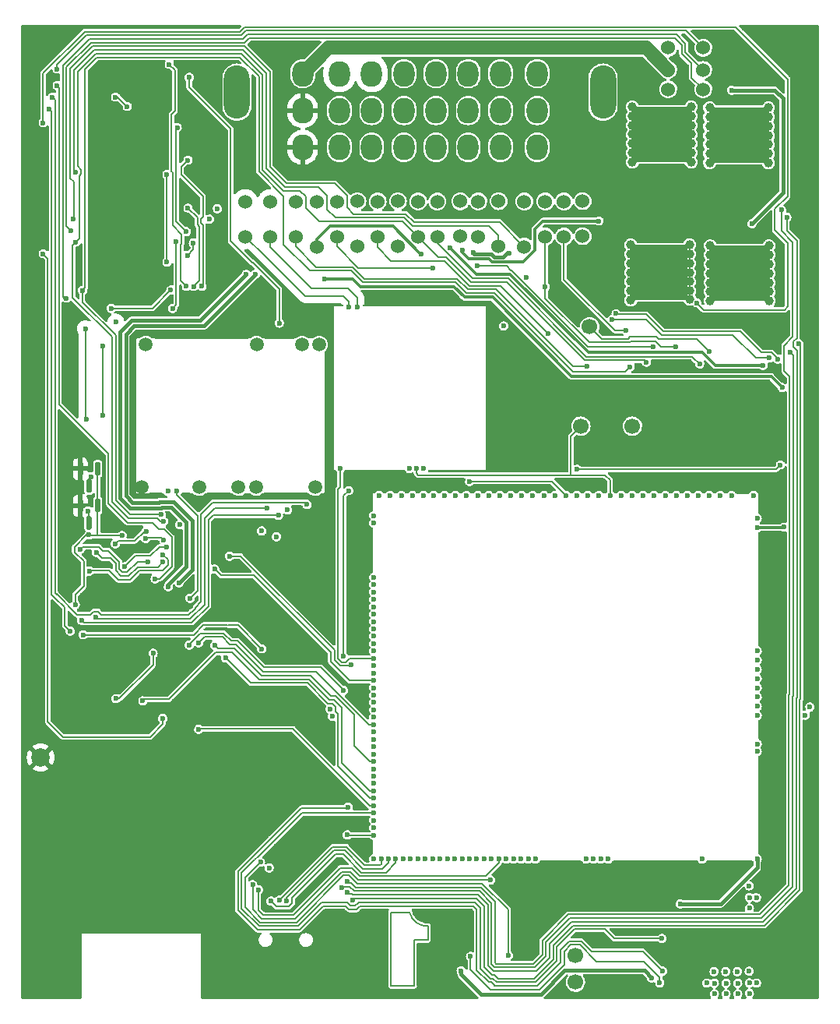
<source format=gbl>
G04 #@! TF.GenerationSoftware,KiCad,Pcbnew,(6.0.9)*
G04 #@! TF.CreationDate,2022-12-10T14:02:43+03:00*
G04 #@! TF.ProjectId,alphax_2ch,616c7068-6178-45f3-9263-682e6b696361,E*
G04 #@! TF.SameCoordinates,PX141f5e0PYa2cace0*
G04 #@! TF.FileFunction,Copper,L4,Bot*
G04 #@! TF.FilePolarity,Positive*
%FSLAX46Y46*%
G04 Gerber Fmt 4.6, Leading zero omitted, Abs format (unit mm)*
G04 Created by KiCad (PCBNEW (6.0.9)) date 2022-12-10 14:02:43*
%MOMM*%
%LPD*%
G01*
G04 APERTURE LIST*
G04 #@! TA.AperFunction,EtchedComponent*
%ADD10C,0.200000*%
G04 #@! TD*
G04 #@! TA.AperFunction,ComponentPad*
%ADD11C,0.600000*%
G04 #@! TD*
G04 #@! TA.AperFunction,SMDPad,CuDef*
%ADD12R,5.000000X0.200000*%
G04 #@! TD*
G04 #@! TA.AperFunction,SMDPad,CuDef*
%ADD13R,1.400000X0.200000*%
G04 #@! TD*
G04 #@! TA.AperFunction,SMDPad,CuDef*
%ADD14R,0.200000X2.299999*%
G04 #@! TD*
G04 #@! TA.AperFunction,SMDPad,CuDef*
%ADD15R,0.200000X1.600000*%
G04 #@! TD*
G04 #@! TA.AperFunction,SMDPad,CuDef*
%ADD16R,9.200000X0.200000*%
G04 #@! TD*
G04 #@! TA.AperFunction,SMDPad,CuDef*
%ADD17R,0.200000X4.900000*%
G04 #@! TD*
G04 #@! TA.AperFunction,SMDPad,CuDef*
%ADD18R,0.200000X12.399996*%
G04 #@! TD*
G04 #@! TA.AperFunction,SMDPad,CuDef*
%ADD19R,0.200000X2.000000*%
G04 #@! TD*
G04 #@! TA.AperFunction,SMDPad,CuDef*
%ADD20R,0.200000X10.700000*%
G04 #@! TD*
G04 #@! TA.AperFunction,SMDPad,CuDef*
%ADD21R,0.200000X2.100000*%
G04 #@! TD*
G04 #@! TA.AperFunction,SMDPad,CuDef*
%ADD22R,4.500000X0.200000*%
G04 #@! TD*
G04 #@! TA.AperFunction,ComponentPad*
%ADD23C,1.524000*%
G04 #@! TD*
G04 #@! TA.AperFunction,ComponentPad*
%ADD24C,1.700000*%
G04 #@! TD*
G04 #@! TA.AperFunction,ComponentPad*
%ADD25C,0.599999*%
G04 #@! TD*
G04 #@! TA.AperFunction,ComponentPad*
%ADD26C,1.500000*%
G04 #@! TD*
G04 #@! TA.AperFunction,SMDPad,CuDef*
%ADD27O,0.300000X0.200000*%
G04 #@! TD*
G04 #@! TA.AperFunction,SMDPad,CuDef*
%ADD28O,3.300000X0.200000*%
G04 #@! TD*
G04 #@! TA.AperFunction,SMDPad,CuDef*
%ADD29O,10.200000X0.200000*%
G04 #@! TD*
G04 #@! TA.AperFunction,SMDPad,CuDef*
%ADD30O,0.200000X17.000000*%
G04 #@! TD*
G04 #@! TA.AperFunction,SMDPad,CuDef*
%ADD31O,0.200000X15.400000*%
G04 #@! TD*
G04 #@! TA.AperFunction,SMDPad,CuDef*
%ADD32O,2.600000X0.200000*%
G04 #@! TD*
G04 #@! TA.AperFunction,SMDPad,CuDef*
%ADD33O,4.800000X0.200000*%
G04 #@! TD*
G04 #@! TA.AperFunction,SMDPad,CuDef*
%ADD34O,1.000000X0.200000*%
G04 #@! TD*
G04 #@! TA.AperFunction,SMDPad,CuDef*
%ADD35O,1.500000X0.200000*%
G04 #@! TD*
G04 #@! TA.AperFunction,SMDPad,CuDef*
%ADD36R,1.250000X0.250000*%
G04 #@! TD*
G04 #@! TA.AperFunction,SMDPad,CuDef*
%ADD37R,0.350000X0.250000*%
G04 #@! TD*
G04 #@! TA.AperFunction,SMDPad,CuDef*
%ADD38R,6.450000X0.250000*%
G04 #@! TD*
G04 #@! TA.AperFunction,SMDPad,CuDef*
%ADD39R,0.250000X18.200000*%
G04 #@! TD*
G04 #@! TA.AperFunction,SMDPad,CuDef*
%ADD40R,6.500000X0.250000*%
G04 #@! TD*
G04 #@! TA.AperFunction,SMDPad,CuDef*
%ADD41R,13.650000X0.250000*%
G04 #@! TD*
G04 #@! TA.AperFunction,ComponentPad*
%ADD42O,2.800000X5.800000*%
G04 #@! TD*
G04 #@! TA.AperFunction,ComponentPad*
%ADD43O,2.300000X2.800000*%
G04 #@! TD*
G04 #@! TA.AperFunction,SMDPad,CuDef*
%ADD44C,2.000000*%
G04 #@! TD*
G04 #@! TA.AperFunction,ViaPad*
%ADD45C,0.600000*%
G04 #@! TD*
G04 #@! TA.AperFunction,ViaPad*
%ADD46C,1.000000*%
G04 #@! TD*
G04 #@! TA.AperFunction,ViaPad*
%ADD47C,2.500000*%
G04 #@! TD*
G04 #@! TA.AperFunction,Conductor*
%ADD48C,0.200000*%
G04 #@! TD*
G04 #@! TA.AperFunction,Conductor*
%ADD49C,0.300000*%
G04 #@! TD*
G04 #@! TA.AperFunction,Conductor*
%ADD50C,0.203200*%
G04 #@! TD*
G04 #@! TA.AperFunction,Conductor*
%ADD51C,0.400000*%
G04 #@! TD*
G04 #@! TA.AperFunction,Conductor*
%ADD52C,1.500000*%
G04 #@! TD*
G04 APERTURE END LIST*
D10*
G04 #@! TO.C,G3*
X40360000Y1490000D02*
X40360000Y9490000D01*
X44360000Y6490000D02*
X42860000Y6490000D01*
X42860000Y6490000D02*
X42860000Y1490000D01*
X40360000Y9490000D02*
X42360000Y9490000D01*
X44360000Y6490000D02*
X44360000Y7990000D01*
X42860000Y1490000D02*
X40360000Y1490000D01*
X42360001Y9490000D02*
G75*
G03*
X44360000Y7990000I1921600J478801D01*
G01*
G04 #@! TD*
D11*
G04 #@! TO.P,M4,E1,SPI2_SCK*
G04 #@! TO.N,/CAN2_TX*
X38474999Y17875004D03*
G04 #@! TO.P,M4,E2,SPI2_MISO*
G04 #@! TO.N,unconnected-(M4-PadE2)*
X38474999Y18675005D03*
G04 #@! TO.P,M4,E3,SPI2_MOSI*
G04 #@! TO.N,unconnected-(M4-PadE3)*
X38474999Y19475003D03*
G04 #@! TO.P,M4,E4,SPI2_CS*
G04 #@! TO.N,/CAN2_RX*
X38474999Y20275004D03*
G04 #@! TO.P,M4,E6,OUT_IO3*
G04 #@! TO.N,/PWR_EN*
X38474999Y21075005D03*
G04 #@! TO.P,M4,E7,OUT_IO5*
G04 #@! TO.N,/CRANK_N_PULLUP*
X38475001Y21875004D03*
G04 #@! TO.P,M4,E8,OUT_IO1*
G04 #@! TO.N,/TACH_PULLUP*
X38475001Y22675004D03*
G04 #@! TO.P,M4,E9,OUT_IO6*
G04 #@! TO.N,unconnected-(M4-PadE9)*
X38474999Y23475008D03*
G04 #@! TO.P,M4,E10,OUT_IO10*
G04 #@! TO.N,unconnected-(M4-PadE10)*
X38474999Y24275004D03*
G04 #@! TO.P,M4,E11,OUT_IO9*
G04 #@! TO.N,unconnected-(M4-PadE11)*
X38474999Y25075005D03*
G04 #@! TO.P,M4,E12,OUT_IO2*
G04 #@! TO.N,/CRANK_P_PULLUP*
X38474999Y25875006D03*
G04 #@! TO.P,M4,E13,OUT_IO12*
G04 #@! TO.N,unconnected-(M4-PadE13)*
X38475001Y26675004D03*
G04 #@! TO.P,M4,E14,OUT_PWM5*
G04 #@! TO.N,unconnected-(M4-PadE14)*
X38475001Y27475005D03*
G04 #@! TO.P,M4,E15,OUT_PWM4*
G04 #@! TO.N,/FAN_RELAY*
X38475001Y28275006D03*
G04 #@! TO.P,M4,E16,OUT_PWM3*
G04 #@! TO.N,/TACH*
X38474999Y29075004D03*
G04 #@! TO.P,M4,E17,OUT_PWM2*
G04 #@! TO.N,/PUMP_RELAY*
X38474999Y29875005D03*
G04 #@! TO.P,M4,E18,OUT_INJ2*
G04 #@! TO.N,/INJ2*
X38474999Y30675004D03*
G04 #@! TO.P,M4,E19,OUT_INJ1*
G04 #@! TO.N,/INJ1*
X38475001Y31475005D03*
G04 #@! TO.P,M4,E20,OUT_IO13*
G04 #@! TO.N,unconnected-(M4-PadE20)*
X38475001Y32275006D03*
G04 #@! TO.P,M4,E21,OUT_IO4*
G04 #@! TO.N,/TEMP_PULLUP*
X38474999Y33075004D03*
G04 #@! TO.P,M4,E22,OUT_IO8*
G04 #@! TO.N,/CAM_PULLDOWN*
X38474999Y33875005D03*
G04 #@! TO.P,M4,E23,OUT_IO7*
G04 #@! TO.N,/2STEP_PULLDOWN*
X38474999Y34675006D03*
G04 #@! TO.P,M4,E24,OUT_IO11*
G04 #@! TO.N,unconnected-(M4-PadE24)*
X38474999Y35475004D03*
G04 #@! TO.P,M4,E25,OUT_PWM7*
G04 #@! TO.N,unconnected-(M4-PadE25)*
X38474999Y36275005D03*
G04 #@! TO.P,M4,E26,OUT_PWM6*
G04 #@! TO.N,/THRESHOLD_VR*
X38474999Y37075004D03*
G04 #@! TO.P,M4,E27,OUT_PWM1*
G04 #@! TO.N,/IDLE*
X38474999Y37875005D03*
G04 #@! TO.P,M4,E28,OUT_PWM8*
G04 #@! TO.N,unconnected-(M4-PadE28)*
X38474999Y38675005D03*
G04 #@! TO.P,M4,E29,OUT_INJ3*
G04 #@! TO.N,unconnected-(M4-PadE29)*
X38474999Y39475004D03*
G04 #@! TO.P,M4,E30,OUT_INJ4*
G04 #@! TO.N,unconnected-(M4-PadE30)*
X38474999Y40275005D03*
G04 #@! TO.P,M4,E31,OUT_INJ5*
G04 #@! TO.N,unconnected-(M4-PadE31)*
X38475001Y41075003D03*
G04 #@! TO.P,M4,E32,OUT_INJ6*
G04 #@! TO.N,unconnected-(M4-PadE32)*
X38474999Y41875007D03*
G04 #@! TO.P,M4,E33,OUT_INJ7*
G04 #@! TO.N,unconnected-(M4-PadE33)*
X38474999Y42675005D03*
G04 #@! TO.P,M4,E34,OUT_INJ8*
G04 #@! TO.N,unconnected-(M4-PadE34)*
X38474999Y43475004D03*
G04 #@! TO.P,M4,E35,IO6*
G04 #@! TO.N,unconnected-(M4-PadE35)*
X38474999Y44275004D03*
G04 #@! TO.P,M4,E36,IO8*
G04 #@! TO.N,unconnected-(M4-PadE36)*
X38474999Y45075005D03*
G04 #@! TO.P,M4,E37,IO7*
G04 #@! TO.N,unconnected-(M4-PadE37)*
X38474999Y45875006D03*
G04 #@! TO.P,M4,E38,V5A*
G04 #@! TO.N,unconnected-(M4-PadE38)*
X38475001Y51775000D03*
G04 #@! TO.P,M4,E39,GNDA*
G04 #@! TO.N,unconnected-(M4-PadE39)*
X38474999Y52575001D03*
D12*
G04 #@! TO.P,M4,G,GND*
G04 #@! TO.N,GND*
X77174999Y15075002D03*
D13*
X78574994Y54975003D03*
D14*
X80375001Y53924999D03*
D15*
X38274999Y16575001D03*
D16*
X69074999Y15075002D03*
D17*
X38274999Y48825003D03*
D18*
X80375001Y44575001D03*
D19*
X38274999Y54074997D03*
D20*
X80375001Y21125002D03*
D21*
X80375001Y29325001D03*
D22*
X58824993Y15075002D03*
D11*
G04 #@! TO.P,M4,N1,USBID*
G04 #@! TO.N,unconnected-(M4-PadN1)*
X38474999Y15275001D03*
G04 #@! TO.P,M4,N2,USBM*
G04 #@! TO.N,/USB-*
X39274997Y15274999D03*
G04 #@! TO.P,M4,N3,USBP*
G04 #@! TO.N,/USB+*
X40074999Y15274999D03*
G04 #@! TO.P,M4,N4,VBUS*
G04 #@! TO.N,/VBUS*
X40874996Y15275001D03*
G04 #@! TO.P,M4,N5,BOOT0*
G04 #@! TO.N,unconnected-(M4-PadN5)*
X41674997Y15275001D03*
G04 #@! TO.P,M4,N6,SWO*
G04 #@! TO.N,/SWO*
X42474999Y15275001D03*
G04 #@! TO.P,M4,N7,SWDIO*
G04 #@! TO.N,/SWDIO*
X43274996Y15275001D03*
G04 #@! TO.P,M4,N8,SWCLK*
G04 #@! TO.N,/SWCLK*
X44074997Y15274999D03*
G04 #@! TO.P,M4,N9,nReset*
G04 #@! TO.N,/NRESET*
X44874996Y15275001D03*
G04 #@! TO.P,M4,N10,SPI3_CS*
G04 #@! TO.N,unconnected-(M4-PadN10)*
X45674997Y15275001D03*
G04 #@! TO.P,M4,N11,SPI3_SCK*
G04 #@! TO.N,unconnected-(M4-PadN11)*
X46474999Y15275001D03*
G04 #@! TO.P,M4,N12,SPI3_MISO*
G04 #@! TO.N,unconnected-(M4-PadN12)*
X47274999Y15275001D03*
G04 #@! TO.P,M4,N13,SPI3_MOSI*
G04 #@! TO.N,unconnected-(M4-PadN13)*
X48074997Y15275001D03*
G04 #@! TO.P,M4,N14,I2C_SCL*
G04 #@! TO.N,unconnected-(M4-PadN14)*
X48874999Y15275001D03*
G04 #@! TO.P,M4,N15,I2C_SDA*
G04 #@! TO.N,unconnected-(M4-PadN15)*
X49674999Y15274999D03*
G04 #@! TO.P,M4,N16,IO1*
G04 #@! TO.N,unconnected-(M4-PadN16)*
X50474999Y15274999D03*
G04 #@! TO.P,M4,N17,UART2_TX*
G04 #@! TO.N,/UART_TX*
X51274999Y15275001D03*
G04 #@! TO.P,M4,N18,UART2_RX*
G04 #@! TO.N,/UART_RX*
X52074999Y15275001D03*
G04 #@! TO.P,M4,N19,IO2*
G04 #@! TO.N,unconnected-(M4-PadN19)*
X52874999Y15275001D03*
G04 #@! TO.P,M4,N20,IO4*
G04 #@! TO.N,unconnected-(M4-PadN20)*
X53674999Y15275001D03*
G04 #@! TO.P,M4,N21,IO3*
G04 #@! TO.N,unconnected-(M4-PadN21)*
X54474997Y15274999D03*
G04 #@! TO.P,M4,N22,V33*
G04 #@! TO.N,unconnected-(M4-PadN22)*
X55274999Y15275001D03*
G04 #@! TO.P,M4,N23,IO5*
G04 #@! TO.N,unconnected-(M4-PadN23)*
X56074999Y15275001D03*
G04 #@! TO.P,M4,N24,UART8_RX*
G04 #@! TO.N,unconnected-(M4-PadN24)*
X61574999Y15275001D03*
G04 #@! TO.P,M4,N25,UART8_TX*
G04 #@! TO.N,unconnected-(M4-PadN25)*
X62374999Y15275001D03*
G04 #@! TO.P,M4,N26,IN_VIGN*
G04 #@! TO.N,/VIGN*
X63174997Y15275001D03*
G04 #@! TO.P,M4,N27,VBAT*
G04 #@! TO.N,unconnected-(M4-PadN27)*
X63974996Y15275001D03*
G04 #@! TO.P,M4,N28,VCC*
G04 #@! TO.N,+5V*
X74174996Y15275001D03*
G04 #@! TO.P,M4,N29,V33*
G04 #@! TO.N,+3V3*
X80174999Y15275001D03*
G04 #@! TO.P,M4,S1,IN_D4*
G04 #@! TO.N,unconnected-(M4-PadS1)*
X39074999Y54775006D03*
G04 #@! TO.P,M4,S2,IN_D3*
G04 #@! TO.N,/HALL2*
X40274999Y54775004D03*
G04 #@! TO.P,M4,S3,IN_D2*
G04 #@! TO.N,/TLS115_PG*
X41474997Y54775004D03*
G04 #@! TO.P,M4,S4,IN_D1*
G04 #@! TO.N,/HALL1*
X42674999Y54775006D03*
G04 #@! TO.P,M4,S5,VREF2*
G04 #@! TO.N,unconnected-(M4-PadS5)*
X43874999Y54775004D03*
G04 #@! TO.P,M4,S6,IN_SENS4*
G04 #@! TO.N,unconnected-(M4-PadS6)*
X44974985Y54775004D03*
G04 #@! TO.P,M4,S7,IN_SENS3*
G04 #@! TO.N,unconnected-(M4-PadS7)*
X46174986Y54775004D03*
G04 #@! TO.P,M4,S8,IN_SENS2*
G04 #@! TO.N,unconnected-(M4-PadS8)*
X47374983Y54775006D03*
G04 #@! TO.P,M4,S9,IN_SENS1*
G04 #@! TO.N,unconnected-(M4-PadS9)*
X48574983Y54775004D03*
G04 #@! TO.P,M4,S10,IN_AUX4*
G04 #@! TO.N,unconnected-(M4-PadS10)*
X49774986Y54775004D03*
G04 #@! TO.P,M4,S11,IN_AUX3*
G04 #@! TO.N,unconnected-(M4-PadS11)*
X50974989Y54775006D03*
G04 #@! TO.P,M4,S12,IN_AUX2*
G04 #@! TO.N,unconnected-(M4-PadS12)*
X52174986Y54775004D03*
G04 #@! TO.P,M4,S13,IN_AUX1*
G04 #@! TO.N,unconnected-(M4-PadS13)*
X53374984Y54775004D03*
G04 #@! TO.P,M4,S14,IN_RES2*
G04 #@! TO.N,unconnected-(M4-PadS14)*
X54574992Y54775004D03*
G04 #@! TO.P,M4,S15,IN_O2S2*
G04 #@! TO.N,/IN_AFR*
X55774992Y54775004D03*
G04 #@! TO.P,M4,S16,IN_O2S*
G04 #@! TO.N,unconnected-(M4-PadS16)*
X56974989Y54775004D03*
G04 #@! TO.P,M4,S17,IN_RES1*
G04 #@! TO.N,unconnected-(M4-PadS17)*
X58174989Y54775004D03*
G04 #@! TO.P,M4,S18,IN_RES3*
G04 #@! TO.N,/VR_ANALOG*
X59374995Y54775004D03*
G04 #@! TO.P,M4,S19,IN_MAP3*
G04 #@! TO.N,/IN_MAP3*
X60574995Y54775004D03*
G04 #@! TO.P,M4,S20,IN_MAP2*
G04 #@! TO.N,/IN_MAP2*
X61774992Y54775006D03*
G04 #@! TO.P,M4,S21,IN_MAP1*
G04 #@! TO.N,unconnected-(M4-PadS21)*
X62974993Y54775004D03*
G04 #@! TO.P,M4,S22,IN_CRANK*
G04 #@! TO.N,/IN_CRANK*
X64174995Y54775006D03*
G04 #@! TO.P,M4,S23,IN_KNOCK*
G04 #@! TO.N,unconnected-(M4-PadS23)*
X65374995Y54775004D03*
G04 #@! TO.P,M4,S24,IN_CAM*
G04 #@! TO.N,/IN_CAM*
X66574990Y54775004D03*
G04 #@! TO.P,M4,S25,IN_VSS*
G04 #@! TO.N,/IN_2STEP*
X67774993Y54775006D03*
G04 #@! TO.P,M4,S26,IN_IAT*
G04 #@! TO.N,/IN_IAT*
X68974999Y54775004D03*
G04 #@! TO.P,M4,S27,IN_AT1*
G04 #@! TO.N,unconnected-(M4-PadS27)*
X70174999Y54775006D03*
G04 #@! TO.P,M4,S28,IN_CLT*
G04 #@! TO.N,/IN_CLT*
X71374996Y54775004D03*
G04 #@! TO.P,M4,S29,IN_AT2*
G04 #@! TO.N,unconnected-(M4-PadS29)*
X72574996Y54775004D03*
G04 #@! TO.P,M4,S30,IN_TPS*
G04 #@! TO.N,/IN_TPS*
X73775001Y54775004D03*
G04 #@! TO.P,M4,S31,IN_PPS*
G04 #@! TO.N,Net-(M4-PadS31)*
X74975002Y54775004D03*
G04 #@! TO.P,M4,S32,IN_TPS2*
G04 #@! TO.N,unconnected-(M4-PadS32)*
X76174999Y54775004D03*
G04 #@! TO.P,M4,S33,IN_PPS2*
G04 #@! TO.N,unconnected-(M4-PadS33)*
X77374999Y54775004D03*
G04 #@! TO.P,M4,S35,VREF1*
G04 #@! TO.N,unconnected-(M4-PadS35)*
X79774999Y54775004D03*
G04 #@! TO.P,M4,W,GNDA*
G04 #@! TO.N,GNDA*
X80175001Y52275001D03*
G04 #@! TO.P,M4,W0,V5A*
G04 #@! TO.N,+5VA*
X80175001Y51275001D03*
G04 #@! TO.P,M4,W1,IGN8*
G04 #@! TO.N,unconnected-(M4-PadW1)*
X80174999Y37875002D03*
G04 #@! TO.P,M4,W2,IGN7*
G04 #@! TO.N,unconnected-(M4-PadW2)*
X80174999Y36875001D03*
G04 #@! TO.P,M4,W3,IGN6*
G04 #@! TO.N,unconnected-(M4-PadW3)*
X80174999Y35875003D03*
G04 #@! TO.P,M4,W4,IGN5*
G04 #@! TO.N,unconnected-(M4-PadW4)*
X80174999Y34875003D03*
G04 #@! TO.P,M4,W5,IGN4*
G04 #@! TO.N,unconnected-(M4-PadW5)*
X80174999Y33875002D03*
G04 #@! TO.P,M4,W6,IGN3*
G04 #@! TO.N,unconnected-(M4-PadW6)*
X80174999Y32875004D03*
G04 #@! TO.P,M4,W7,IGN2*
G04 #@! TO.N,/OUT_IGN2*
X80174999Y31875004D03*
G04 #@! TO.P,M4,W8,IGN1*
G04 #@! TO.N,/OUT_IGN1*
X80174999Y30875006D03*
G04 #@! TO.P,M4,W9,CANH*
G04 #@! TO.N,/CAN+*
X80174999Y27775002D03*
G04 #@! TO.P,M4,W10,CANL*
G04 #@! TO.N,/CAN-*
X80174999Y26975001D03*
G04 #@! TD*
D23*
G04 #@! TO.P,R8,1,1*
G04 #@! TO.N,/CAN-*
X49836417Y82896579D03*
G04 #@! TO.P,R8,2,2*
G04 #@! TO.N,/C6*
X49836417Y86706579D03*
G04 #@! TD*
G04 #@! TO.P,R9,1,1*
G04 #@! TO.N,/CAN+*
X47882571Y82918049D03*
G04 #@! TO.P,R9,2,2*
G04 #@! TO.N,/C5*
X47882571Y86728049D03*
G04 #@! TD*
G04 #@! TO.P,F4,1,1*
G04 #@! TO.N,/A3*
X36700000Y86750000D03*
G04 #@! TO.P,F4,2,2*
G04 #@! TO.N,/OUT_PUMP_RELAY*
X36700000Y81850000D03*
G04 #@! TD*
D24*
G04 #@! TO.P,P2,1,Pin_1*
G04 #@! TO.N,Net-(M4-PadS31)*
X61958000Y73100000D03*
G04 #@! TD*
D23*
G04 #@! TO.P,R11,1,1*
G04 #@! TO.N,/IN_CRANK+*
X24500000Y82895000D03*
G04 #@! TO.P,R11,2,2*
G04 #@! TO.N,/C3*
X24500000Y86705000D03*
G04 #@! TD*
G04 #@! TO.P,R6,1,1*
G04 #@! TO.N,/OUT_IDLE*
X74305000Y103400000D03*
G04 #@! TO.P,R6,2,2*
G04 #@! TO.N,/C8*
X70495000Y103400000D03*
G04 #@! TD*
G04 #@! TO.P,R17,1,1*
G04 #@! TO.N,/IN_AFR*
X38900000Y82895000D03*
G04 #@! TO.P,R17,2,2*
G04 #@! TO.N,/B4*
X38900000Y86705000D03*
G04 #@! TD*
D25*
G04 #@! TO.P,M8,V1,V5*
G04 #@! TO.N,+5V*
X69577499Y1826662D03*
G04 #@! TO.P,M8,V2,CAN_VIO*
G04 #@! TO.N,+3V3*
X68702497Y2351662D03*
G04 #@! TO.P,M8,V5,CAN_TX*
G04 #@! TO.N,/CAN2_TX*
X69877501Y3101660D03*
G04 #@! TO.P,M8,V6,CAN_RX*
G04 #@! TO.N,/CAN2_RX*
X69802498Y6651661D03*
G04 #@! TD*
D23*
G04 #@! TO.P,R16,1,1*
G04 #@! TO.N,/IN_TPS*
X45400000Y82895000D03*
G04 #@! TO.P,R16,2,2*
G04 #@! TO.N,/B5*
X45400000Y86705000D03*
G04 #@! TD*
D24*
G04 #@! TO.P,P3,1,Pin_1*
G04 #@! TO.N,/CAN2-*
X60400000Y1900000D03*
G04 #@! TD*
D26*
G04 #@! TO.P,M1,E1,VBAT*
G04 #@! TO.N,unconnected-(M1-PadE1)*
X32074999Y55675006D03*
G04 #@! TO.P,M1,E2,V12*
G04 #@! TO.N,+12V*
X25675002Y55675006D03*
G04 #@! TO.P,M1,E3,VIGN*
G04 #@! TO.N,/VIGN*
X23774999Y55675006D03*
G04 #@! TO.P,M1,E4,V5*
G04 #@! TO.N,+5V*
X19474999Y55675006D03*
D11*
G04 #@! TO.P,M1,E5,EN_5VP*
G04 #@! TO.N,/PWR_EN*
X17075002Y55225007D03*
G04 #@! TO.P,M1,E6,PG_5VP*
G04 #@! TO.N,/TLS115_PG*
X16075001Y55225007D03*
D27*
G04 #@! TO.P,M1,S1,GND*
G04 #@! TO.N,GND*
X33124999Y55025005D03*
X12624999Y71825002D03*
D28*
X28224999Y71825002D03*
D29*
X19725001Y71825002D03*
D30*
X12574999Y63425004D03*
D26*
X13224999Y55675006D03*
D31*
X33174999Y62625003D03*
D32*
X21574999Y55025005D03*
D33*
X28925001Y55025005D03*
D34*
X18075002Y55025005D03*
D35*
X14775001Y55025005D03*
D26*
G04 #@! TO.P,M1,V1,V12_PERM*
G04 #@! TO.N,+12V_RAW*
X32525001Y71175003D03*
G04 #@! TO.P,M1,V2,IN_VIGN*
X30675002Y71175003D03*
G04 #@! TO.P,M1,V3,V12_RAW*
X25724999Y71175003D03*
G04 #@! TO.P,M1,V4,5VP*
G04 #@! TO.N,+5VAS*
X13675001Y71175003D03*
G04 #@! TD*
D25*
G04 #@! TO.P,M3,E1,Thresh_IN*
G04 #@! TO.N,/THRESHOLD_VR*
X34825000Y57700000D03*
G04 #@! TO.P,M3,E2,OUT_A*
G04 #@! TO.N,/VR_ANALOG*
X42325000Y57700000D03*
G04 #@! TO.P,M3,E3,OUT*
G04 #@! TO.N,/IN_CRANK*
X43125000Y57700000D03*
G04 #@! TO.P,M3,E4,V5_IN*
G04 #@! TO.N,+5V*
X43925000Y57700000D03*
D36*
G04 #@! TO.P,M3,G,GND*
G04 #@! TO.N,GND*
X34600000Y75450000D03*
D37*
X34150000Y57500000D03*
D38*
X47650000Y57500000D03*
D39*
X34100000Y66475000D03*
D40*
X38575000Y57500000D03*
D41*
X44050000Y75450000D03*
D39*
X50750000Y66475000D03*
D25*
G04 #@! TO.P,M3,W1,VR-*
G04 #@! TO.N,/IN_CRANK-*
X36725000Y75225000D03*
G04 #@! TO.P,M3,W2,VR+*
G04 #@! TO.N,/IN_CRANK+*
X35725000Y75225000D03*
G04 #@! TD*
D23*
G04 #@! TO.P,R10,1,1*
G04 #@! TO.N,/IN_2STEP*
X43300000Y82895000D03*
G04 #@! TO.P,R10,2,2*
G04 #@! TO.N,/C4*
X43300000Y86705000D03*
G04 #@! TD*
G04 #@! TO.P,R19,1,1*
G04 #@! TO.N,/IN_MAP2*
X30000000Y82895000D03*
G04 #@! TO.P,R19,2,2*
G04 #@! TO.N,/B2*
X30000000Y86705000D03*
G04 #@! TD*
G04 #@! TO.P,F1,1,1*
G04 #@! TO.N,/A7*
X54846000Y86700000D03*
G04 #@! TO.P,F1,2,2*
G04 #@! TO.N,/OUT_IGN2*
X54846000Y81800000D03*
G04 #@! TD*
G04 #@! TO.P,R14,1,1*
G04 #@! TO.N,/B8*
X70495000Y98900000D03*
G04 #@! TO.P,R14,2,2*
G04 #@! TO.N,/OUT_INJ2*
X74305000Y98900000D03*
G04 #@! TD*
G04 #@! TO.P,F3,1,1*
G04 #@! TO.N,/A4*
X41100000Y86750000D03*
G04 #@! TO.P,F3,2,2*
G04 #@! TO.N,/OUT_TACH*
X41100000Y81850000D03*
G04 #@! TD*
G04 #@! TO.P,R15,1,1*
G04 #@! TO.N,/IN_CLT*
X57132000Y82895000D03*
G04 #@! TO.P,R15,2,2*
G04 #@! TO.N,/B7*
X57132000Y86705000D03*
G04 #@! TD*
G04 #@! TO.P,R7,1,1*
G04 #@! TO.N,/IN_CAM*
X59164000Y82895000D03*
G04 #@! TO.P,R7,2,2*
G04 #@! TO.N,/C7*
X59164000Y86705000D03*
G04 #@! TD*
G04 #@! TO.P,R13,1,1*
G04 #@! TO.N,/OUT_FAN_RELAY*
X74305000Y101000000D03*
G04 #@! TO.P,R13,2,2*
G04 #@! TO.N,/C1*
X70495000Y101000000D03*
G04 #@! TD*
G04 #@! TO.P,R20,1,1*
G04 #@! TO.N,/OUT_INJ1*
X61196000Y82943000D03*
G04 #@! TO.P,R20,2,2*
G04 #@! TO.N,/A8*
X61196000Y86753000D03*
G04 #@! TD*
D42*
G04 #@! TO.P,P1,*
G04 #@! TO.N,*
X63400000Y98599000D03*
X23600000Y98599000D03*
D43*
G04 #@! TO.P,P1,1,A1*
G04 #@! TO.N,GND*
X30750000Y92599000D03*
G04 #@! TO.P,P1,2,A2*
G04 #@! TO.N,/A2*
X34750000Y92599000D03*
G04 #@! TO.P,P1,3,A3*
G04 #@! TO.N,/A3*
X38250000Y92599000D03*
G04 #@! TO.P,P1,4,A4*
G04 #@! TO.N,/A4*
X41750000Y92599000D03*
G04 #@! TO.P,P1,5,A5*
G04 #@! TO.N,GNDA*
X45250000Y92599000D03*
G04 #@! TO.P,P1,6,A6*
G04 #@! TO.N,/A6*
X48750000Y92599000D03*
G04 #@! TO.P,P1,7,A7*
G04 #@! TO.N,/A7*
X52250000Y92599000D03*
G04 #@! TO.P,P1,8,A8*
G04 #@! TO.N,/A8*
X56250000Y92599000D03*
G04 #@! TO.P,P1,9,B1*
G04 #@! TO.N,GND*
X30750000Y96599000D03*
G04 #@! TO.P,P1,10,B2*
G04 #@! TO.N,/B2*
X34750000Y96599000D03*
G04 #@! TO.P,P1,11,B3*
G04 #@! TO.N,/B3*
X38250000Y96599000D03*
G04 #@! TO.P,P1,12,B4*
G04 #@! TO.N,/B4*
X41750000Y96599000D03*
G04 #@! TO.P,P1,13,B5*
G04 #@! TO.N,/B5*
X45250000Y96599000D03*
G04 #@! TO.P,P1,14,B6*
G04 #@! TO.N,+5VAS*
X48750000Y96599000D03*
G04 #@! TO.P,P1,15,B7*
G04 #@! TO.N,/B7*
X52250000Y96599000D03*
G04 #@! TO.P,P1,16,B8*
G04 #@! TO.N,/B8*
X56250000Y96599000D03*
G04 #@! TO.P,P1,17,C1*
G04 #@! TO.N,/C1*
X30750000Y100599000D03*
G04 #@! TO.P,P1,18,C2*
G04 #@! TO.N,/C2*
X34750000Y100599000D03*
G04 #@! TO.P,P1,19,C3*
G04 #@! TO.N,/C3*
X38250000Y100599000D03*
G04 #@! TO.P,P1,20,C4*
G04 #@! TO.N,/C4*
X41750000Y100599000D03*
G04 #@! TO.P,P1,21,C5*
G04 #@! TO.N,/C5*
X45250000Y100599000D03*
G04 #@! TO.P,P1,22,C6*
G04 #@! TO.N,/C6*
X48750000Y100599000D03*
G04 #@! TO.P,P1,23,C7*
G04 #@! TO.N,/C7*
X52250000Y100599000D03*
G04 #@! TO.P,P1,24,C8*
G04 #@! TO.N,/C8*
X56250000Y100599000D03*
G04 #@! TD*
D23*
G04 #@! TO.P,R12,1,1*
G04 #@! TO.N,/IN_CRANK-*
X27200000Y82895000D03*
G04 #@! TO.P,R12,2,2*
G04 #@! TO.N,/C2*
X27200000Y86705000D03*
G04 #@! TD*
G04 #@! TO.P,R18,1,1*
G04 #@! TO.N,/IN_IAT*
X34500000Y82895000D03*
G04 #@! TO.P,R18,2,2*
G04 #@! TO.N,/B3*
X34500000Y86705000D03*
G04 #@! TD*
D24*
G04 #@! TO.P,P4,1,Pin_1*
G04 #@! TO.N,/CAN2+*
X60400000Y4800000D03*
G04 #@! TD*
D23*
G04 #@! TO.P,F5,1,1*
G04 #@! TO.N,/A2*
X32300000Y86650000D03*
G04 #@! TO.P,F5,2,2*
G04 #@! TO.N,+12V_RAW*
X32300000Y81750000D03*
G04 #@! TD*
G04 #@! TO.P,F2,1,1*
G04 #@! TO.N,/A6*
X52052000Y86750000D03*
G04 #@! TO.P,F2,2,2*
G04 #@! TO.N,/OUT_IGN1*
X52052000Y81850000D03*
G04 #@! TD*
D24*
G04 #@! TO.P,J8,1,Pin_1*
G04 #@! TO.N,/IN_CAM*
X66600000Y62300000D03*
G04 #@! TD*
G04 #@! TO.P,J7,1,Pin_1*
G04 #@! TO.N,/IN_CRANK*
X61000000Y62300000D03*
G04 #@! TD*
G04 #@! TO.P,D30,1*
G04 #@! TO.N,GND*
G04 #@! TA.AperFunction,SMDPad,CuDef*
G36*
G01*
X6400000Y54412500D02*
X6700000Y54412500D01*
G75*
G02*
X6850000Y54262500I0J-150000D01*
G01*
X6850000Y53087500D01*
G75*
G02*
X6700000Y52937500I-150000J0D01*
G01*
X6400000Y52937500D01*
G75*
G02*
X6250000Y53087500I0J150000D01*
G01*
X6250000Y54262500D01*
G75*
G02*
X6400000Y54412500I150000J0D01*
G01*
G37*
G04 #@! TD.AperFunction*
G04 #@! TO.P,D30,2*
G04 #@! TO.N,Net-(D23-Pad1)*
G04 #@! TA.AperFunction,SMDPad,CuDef*
G36*
G01*
X8300000Y54412500D02*
X8600000Y54412500D01*
G75*
G02*
X8750000Y54262500I0J-150000D01*
G01*
X8750000Y53087500D01*
G75*
G02*
X8600000Y52937500I-150000J0D01*
G01*
X8300000Y52937500D01*
G75*
G02*
X8150000Y53087500I0J150000D01*
G01*
X8150000Y54262500D01*
G75*
G02*
X8300000Y54412500I150000J0D01*
G01*
G37*
G04 #@! TD.AperFunction*
G04 #@! TO.P,D30,3*
G04 #@! TO.N,Net-(D30-Pad3)*
G04 #@! TA.AperFunction,SMDPad,CuDef*
G36*
G01*
X7350000Y52537500D02*
X7650000Y52537500D01*
G75*
G02*
X7800000Y52387500I0J-150000D01*
G01*
X7800000Y51212500D01*
G75*
G02*
X7650000Y51062500I-150000J0D01*
G01*
X7350000Y51062500D01*
G75*
G02*
X7200000Y51212500I0J150000D01*
G01*
X7200000Y52387500D01*
G75*
G02*
X7350000Y52537500I150000J0D01*
G01*
G37*
G04 #@! TD.AperFunction*
G04 #@! TD*
G04 #@! TO.P,D31,1*
G04 #@! TO.N,GND*
G04 #@! TA.AperFunction,SMDPad,CuDef*
G36*
G01*
X6400000Y58412500D02*
X6700000Y58412500D01*
G75*
G02*
X6850000Y58262500I0J-150000D01*
G01*
X6850000Y57087500D01*
G75*
G02*
X6700000Y56937500I-150000J0D01*
G01*
X6400000Y56937500D01*
G75*
G02*
X6250000Y57087500I0J150000D01*
G01*
X6250000Y58262500D01*
G75*
G02*
X6400000Y58412500I150000J0D01*
G01*
G37*
G04 #@! TD.AperFunction*
G04 #@! TO.P,D31,2*
G04 #@! TO.N,Net-(D23-Pad1)*
G04 #@! TA.AperFunction,SMDPad,CuDef*
G36*
G01*
X8300000Y58412500D02*
X8600000Y58412500D01*
G75*
G02*
X8750000Y58262500I0J-150000D01*
G01*
X8750000Y57087500D01*
G75*
G02*
X8600000Y56937500I-150000J0D01*
G01*
X8300000Y56937500D01*
G75*
G02*
X8150000Y57087500I0J150000D01*
G01*
X8150000Y58262500D01*
G75*
G02*
X8300000Y58412500I150000J0D01*
G01*
G37*
G04 #@! TD.AperFunction*
G04 #@! TO.P,D31,3*
G04 #@! TO.N,Net-(D31-Pad3)*
G04 #@! TA.AperFunction,SMDPad,CuDef*
G36*
G01*
X7350000Y56537500D02*
X7650000Y56537500D01*
G75*
G02*
X7800000Y56387500I0J-150000D01*
G01*
X7800000Y55212500D01*
G75*
G02*
X7650000Y55062500I-150000J0D01*
G01*
X7350000Y55062500D01*
G75*
G02*
X7200000Y55212500I0J150000D01*
G01*
X7200000Y56387500D01*
G75*
G02*
X7350000Y56537500I150000J0D01*
G01*
G37*
G04 #@! TD.AperFunction*
G04 #@! TD*
D44*
G04 #@! TO.P,J4,1,Pin_1*
G04 #@! TO.N,GND*
X2250000Y26300000D03*
G04 #@! TD*
D45*
G04 #@! TO.N,GND*
X80246000Y12712000D03*
X10904000Y88150000D03*
X37159215Y9511389D03*
X4196000Y27588000D03*
X9800000Y29500000D03*
X20706000Y41304000D03*
X78214000Y73672000D03*
X59752778Y56210800D03*
D46*
X79500000Y72600000D03*
D45*
X65006000Y80276000D03*
X34780000Y774000D03*
X9313423Y51762726D03*
X28325859Y99190689D03*
X20471500Y30999500D03*
X11800000Y40300000D03*
X1760000Y96532000D03*
X32800000Y7800000D03*
X4300000Y1028000D03*
X16800500Y32387163D03*
X75928000Y99580000D03*
X72800000Y68600000D03*
X85326000Y75704000D03*
X22080000Y12966000D03*
X55354000Y94500000D03*
X6019697Y59005553D03*
X22900000Y43900000D03*
D46*
X81500000Y87500000D03*
D45*
X7200000Y42600000D03*
X19600000Y26700000D03*
X80897800Y50000000D03*
X23096000Y30999500D03*
X6332000Y80276000D03*
D46*
X71200000Y87500000D03*
D45*
X81200000Y23500000D03*
X8948614Y59103563D03*
X46092525Y76671170D03*
X9126000Y98726500D03*
X13730000Y31570000D03*
X18158547Y36376344D03*
X18488400Y42740578D03*
X77751150Y62864011D03*
X35800000Y56900000D03*
X15372000Y42574000D03*
X28300000Y72600000D03*
X28700000Y54600000D03*
X28690321Y3122599D03*
X63482000Y83070000D03*
X50528000Y98818000D03*
X65006000Y90690000D03*
D46*
X73300000Y73404902D03*
D45*
X22096866Y16190624D03*
X20600000Y25800000D03*
X25100000Y21500000D03*
X58224581Y75924581D03*
X13200000Y46000000D03*
X14800000Y30200000D03*
X31478000Y32016000D03*
X86342000Y13728000D03*
X67800000Y11300000D03*
X24200000Y72800000D03*
X82786000Y75958000D03*
X5942502Y47769150D03*
X12616212Y51200500D03*
X22200000Y28000000D03*
D46*
X79500000Y87500000D03*
D45*
X74800000Y13800000D03*
X31610000Y7860000D03*
X9450500Y45986000D03*
X24620000Y90690000D03*
X58990089Y77562089D03*
X82786000Y1028000D03*
X80897800Y29400000D03*
X69929034Y68675208D03*
X36967917Y51807979D03*
X21350000Y48300000D03*
X4200000Y30200000D03*
X54846000Y84340000D03*
X73260000Y540000D03*
X70200000Y61600000D03*
X72467325Y62389822D03*
X23600000Y39900000D03*
X5932206Y55179904D03*
X12200000Y61000000D03*
X11412000Y94754000D03*
X9799570Y47177601D03*
X48750000Y94500000D03*
X38336000Y94500000D03*
X72300000Y56100000D03*
X70109678Y56632301D03*
X3284000Y100342000D03*
X5570000Y68084000D03*
X25374086Y48752875D03*
X15222000Y77482000D03*
X26750000Y11600000D03*
X71610000Y82816000D03*
X32748000Y13200500D03*
X81262000Y98056000D03*
X68618555Y100960942D03*
X36558000Y98564000D03*
X80897800Y32500000D03*
X55100000Y102120000D03*
X13165799Y44650630D03*
X76500000Y12800000D03*
X65200000Y14100000D03*
X38100000Y76400000D03*
X51800000Y71400000D03*
X39600000Y9500000D03*
X42700000Y76600000D03*
X31478000Y37096000D03*
X28368801Y90484265D03*
X60942000Y80784000D03*
X45194000Y94500000D03*
X12300000Y70300000D03*
X15372000Y28858000D03*
X45194000Y98564000D03*
X32748000Y16776000D03*
D47*
X77400000Y6300000D03*
D45*
X4046000Y11442000D03*
X31732000Y43192000D03*
X22200000Y72600000D03*
X41638000Y94500000D03*
X12953555Y36973925D03*
X86448452Y97351166D03*
X86499500Y69816766D03*
X21700000Y25800000D03*
X62900000Y56000000D03*
X60434000Y74942000D03*
X58100000Y62700000D03*
X15984000Y98564000D03*
X57386000Y89420000D03*
X61770000Y2440000D03*
X6822154Y43913343D03*
X20658864Y89792209D03*
X28282917Y94756961D03*
X18597334Y86728921D03*
X22080000Y84848000D03*
X18674000Y32414000D03*
X22190000Y22250000D03*
X23166078Y9077839D03*
X2268000Y79768000D03*
X78500000Y56000000D03*
X24366000Y94246000D03*
X81400000Y17000000D03*
D46*
X80555000Y73504449D03*
D45*
X26300000Y103300000D03*
X51800000Y58500000D03*
X86342000Y83070000D03*
X22200000Y20000000D03*
X24620000Y88404000D03*
X83294000Y72656000D03*
X17400000Y49300000D03*
X26711196Y77221953D03*
X15373077Y40358989D03*
X40114000Y98564000D03*
X14000000Y30000000D03*
X65193519Y100724614D03*
X29600000Y24900000D03*
X63400000Y66400000D03*
X29500000Y17100000D03*
X71356000Y97548000D03*
X31485862Y46555045D03*
X65700000Y56600000D03*
X20810000Y774000D03*
X68308000Y89674000D03*
X81008000Y99580000D03*
X10900000Y30700000D03*
X24019259Y51884031D03*
X29500000Y31800000D03*
X32240000Y94754000D03*
X86399500Y37845489D03*
D46*
X73000000Y87500000D03*
D45*
X16800500Y34433604D03*
X82786000Y81546000D03*
X80897800Y39100000D03*
D46*
X80500000Y88600000D03*
D45*
X3800000Y42500000D03*
X2268000Y38874000D03*
X55354000Y98564000D03*
X11830000Y48500000D03*
X11770000Y35500000D03*
X80897800Y47100000D03*
X21328161Y33204339D03*
X28300000Y13200500D03*
X5100000Y44150000D03*
X74620000Y6840000D03*
X24625876Y27029240D03*
X64200000Y62600000D03*
X80400000Y56100000D03*
X34640000Y9100000D03*
X65260000Y76466000D03*
X22335496Y101627629D03*
X83100000Y67300000D03*
X15730000Y92722000D03*
X2268000Y60718000D03*
D46*
X70600000Y73404902D03*
D45*
X78780000Y105570000D03*
X34780000Y94500000D03*
X18100000Y54699500D03*
X30000000Y39200000D03*
X72000000Y14300000D03*
X51848579Y66406127D03*
X32748000Y99326000D03*
X21300000Y42900000D03*
X58000000Y58500000D03*
X83802000Y86372000D03*
X11666000Y86372000D03*
X24895023Y31954960D03*
X39860000Y89166000D03*
X86599500Y73349965D03*
X55900000Y11800000D03*
X20910000Y23150000D03*
X20297060Y38510693D03*
D46*
X81600000Y72600000D03*
D45*
X24042288Y46980644D03*
D46*
X71800000Y73800000D03*
D45*
X21250000Y51700000D03*
X5824000Y105422000D03*
D46*
X72100000Y88912000D03*
D45*
X15500000Y33600000D03*
X46718000Y89166000D03*
X57689496Y500306D03*
X38082000Y89166000D03*
X33900000Y56300000D03*
X11920000Y101104000D03*
X60180000Y90690000D03*
X86399500Y54865486D03*
X22800000Y35700000D03*
X58800000Y14500000D03*
X74150000Y104914000D03*
X33510000Y43192000D03*
X57000000Y68500000D03*
X40114000Y102120000D03*
X16800000Y27800000D03*
X77452000Y104914000D03*
X14800000Y54700000D03*
X42400000Y89166000D03*
X63760000Y440000D03*
X52306000Y94500000D03*
X32800000Y51300000D03*
X11813573Y81961396D03*
X31350000Y39300000D03*
X21600000Y54700000D03*
X9250000Y49360000D03*
X11920000Y90690000D03*
X14338459Y84486282D03*
X29700000Y51700000D03*
X10018258Y45418258D03*
X11697659Y42411500D03*
X24800000Y41800000D03*
X16238000Y96786000D03*
X12200000Y55000000D03*
X13400000Y43000000D03*
X61984574Y6254574D03*
X60942000Y99072000D03*
X33400000Y73700000D03*
G04 #@! TO.N,/IN_CRANK*
X3538000Y98056000D03*
X11666000Y97040000D03*
X10396000Y98056000D03*
X31200000Y53800000D03*
G04 #@! TO.N,+12V*
X21469526Y85930474D03*
X27900000Y50300000D03*
G04 #@! TO.N,Net-(D12-Pad1)*
X18219498Y80869498D03*
X18850000Y82200000D03*
G04 #@! TO.N,/VBUS*
X27300000Y10700000D03*
G04 #@! TO.N,Net-(D13-Pad1)*
X16400500Y77101100D03*
X9900000Y75100000D03*
G04 #@! TO.N,Net-(D14-Pad1)*
X16238000Y101612000D03*
X18100000Y77498900D03*
G04 #@! TO.N,Net-(D15-Pad1)*
X18270000Y85999500D03*
X18900000Y77482000D03*
G04 #@! TO.N,Net-(D23-Pad1)*
X6000000Y42900000D03*
X11100000Y50425500D03*
X7500000Y50500000D03*
G04 #@! TO.N,Net-(D16-Pad1)*
X19775000Y77498900D03*
X18270000Y91198000D03*
G04 #@! TO.N,+5VA*
X33099500Y78300000D03*
X82900000Y66500000D03*
X83100603Y51325974D03*
G04 #@! TO.N,/IN_TPS*
X73922435Y69059032D03*
G04 #@! TO.N,/IDLE*
X36195507Y10808305D03*
X84700999Y71230395D03*
G04 #@! TO.N,/INJ1*
X35000001Y12199999D03*
X83800000Y70300000D03*
X33714415Y31576996D03*
G04 #@! TO.N,/INJ2*
X83400000Y85000000D03*
X35568676Y11638027D03*
X33988941Y30778782D03*
G04 #@! TO.N,/USB+*
X29000000Y10700000D03*
G04 #@! TO.N,/USB-*
X28200000Y10800000D03*
G04 #@! TO.N,Net-(D1-Pad1)*
X15984000Y89674000D03*
X15984000Y80116000D03*
G04 #@! TO.N,/VIGN*
X27100000Y14300000D03*
G04 #@! TO.N,/OUT_IGN1*
X6061020Y89928000D03*
X85400000Y30900000D03*
G04 #@! TO.N,/OUT_IGN2*
X85900000Y31800000D03*
X5824000Y84848000D03*
G04 #@! TO.N,+3V3*
X47982008Y3148302D03*
X71800000Y10400000D03*
D46*
G04 #@! TO.N,/OUT_INJ2*
X73000000Y95000000D03*
X73000000Y96000000D03*
X66600000Y97000000D03*
X73000000Y92000000D03*
X66600000Y92000000D03*
X73000000Y97000000D03*
X66600000Y95000000D03*
X66600000Y96000000D03*
X66600000Y91000000D03*
D45*
X5570000Y83578000D03*
D46*
X73000000Y91000000D03*
X66600000Y94000000D03*
X66600000Y93000000D03*
X73000000Y93000000D03*
X73000000Y94000000D03*
G04 #@! TO.N,/OUT_INJ1*
X66425000Y81002500D03*
X66425000Y77002500D03*
D45*
X73600000Y75704000D03*
D46*
X72825000Y78002500D03*
X72874539Y76083421D03*
X72825000Y82002500D03*
X66425000Y76002500D03*
X66425000Y80002500D03*
X72825000Y81002500D03*
X66425000Y79002500D03*
X72825000Y77002500D03*
X66425000Y82002500D03*
X72825000Y79002500D03*
D45*
X2522000Y95262000D03*
D46*
X72825000Y80002500D03*
X66425000Y78002500D03*
G04 #@! TO.N,/OUT_IDLE*
X81475000Y81902500D03*
D45*
X4046000Y101104000D03*
D46*
X81475000Y77902500D03*
X75075000Y76902500D03*
X75075000Y79902500D03*
X81475000Y78902500D03*
X75075000Y77902500D03*
X81475000Y80902500D03*
X75075000Y78902500D03*
X81475000Y75902500D03*
X75075000Y81902500D03*
X81475000Y79902500D03*
X75075000Y75902500D03*
X81475000Y76902500D03*
X75075000Y80902500D03*
D45*
G04 #@! TO.N,/IN_CAM*
X15347214Y52701558D03*
X66350000Y68750000D03*
X65900000Y72700000D03*
X6793980Y77041803D03*
G04 #@! TO.N,/IN_CLT*
X71349500Y70949500D03*
X57132000Y77432000D03*
G04 #@! TO.N,/IN_IAT*
X49724916Y79724916D03*
X44940000Y79514000D03*
X68857424Y70949500D03*
G04 #@! TO.N,/IN_2STEP*
X68138964Y69250999D03*
X15632475Y51954677D03*
X6078000Y82308000D03*
D46*
G04 #@! TO.N,/OUT_FAN_RELAY*
X75000000Y93902500D03*
X75000000Y96902500D03*
X81400000Y92902500D03*
X75000000Y91902500D03*
X75000000Y95902500D03*
X81400000Y90902500D03*
X81400000Y94902500D03*
X81400000Y91902500D03*
D45*
X5062000Y76212000D03*
D46*
X75000000Y94902500D03*
X75000000Y92902500D03*
X81400000Y93902500D03*
X75000000Y90902500D03*
X81400000Y96902500D03*
X81400000Y95902500D03*
D45*
G04 #@! TO.N,/OUT_TACH*
X2522000Y81038000D03*
X17312500Y45300000D03*
X15519159Y30549306D03*
X25600000Y78800000D03*
G04 #@! TO.N,/CRANK_N_PULLUP*
X15912524Y49165423D03*
X22346346Y37119889D03*
X11400500Y47029068D03*
G04 #@! TO.N,+12V_RAW*
X77400000Y98800000D03*
X28200000Y73500000D03*
X43670000Y81038000D03*
X18400000Y100200000D03*
X14475960Y37644040D03*
X4046000Y99326000D03*
X10450000Y32700000D03*
X14700000Y45724419D03*
X79600000Y84300000D03*
X48090091Y81394091D03*
X62974000Y84594000D03*
G04 #@! TO.N,/CAN-*
X82400000Y69600000D03*
X64831881Y74529138D03*
G04 #@! TO.N,/CAN+*
X64374283Y73873540D03*
X81498900Y69700000D03*
G04 #@! TO.N,/OUT_PUMP_RELAY*
X24600000Y78800000D03*
X3121500Y96786000D03*
X5466000Y40034000D03*
X16134000Y44860000D03*
G04 #@! TO.N,/VR_ANALOG*
X48900000Y56300000D03*
G04 #@! TO.N,/IN_CRANK-*
X9000500Y70983376D03*
X10428805Y73631557D03*
X9000500Y63469351D03*
G04 #@! TO.N,/IN_CRANK+*
X7240775Y63072732D03*
X7100000Y72900000D03*
G04 #@! TO.N,GNDA*
X46767765Y81674502D03*
X80800000Y68900000D03*
G04 #@! TO.N,/IN_MAP3*
X60600000Y57600000D03*
X82701100Y58091717D03*
G04 #@! TO.N,/IN_AFR*
X57450000Y72350000D03*
G04 #@! TO.N,/IN_MAP2*
X61700000Y68800000D03*
G04 #@! TO.N,Net-(M4-PadS31)*
X74959266Y70459266D03*
G04 #@! TO.N,/TACH_PULLUP*
X13360000Y32460000D03*
G04 #@! TO.N,/CRANK_P_PULLUP*
X21200000Y38500000D03*
X15499500Y48320928D03*
X7550000Y46550000D03*
G04 #@! TO.N,/FAN_RELAY*
X82835719Y85787897D03*
X35560428Y12844462D03*
G04 #@! TO.N,/PUMP_RELAY*
X19436000Y38764000D03*
G04 #@! TO.N,/TACH*
X35200000Y33600000D03*
X18420000Y38510000D03*
G04 #@! TO.N,/CAM_PULLDOWN*
X22774520Y48174520D03*
X35976180Y36356040D03*
G04 #@! TO.N,/HALL1*
X26900000Y53400000D03*
X8260000Y41558000D03*
G04 #@! TO.N,/HALL2*
X28100000Y52600000D03*
X6700000Y41200000D03*
G04 #@! TO.N,/TLS115_PG*
X29100000Y53200000D03*
G04 #@! TO.N,Net-(Q4-Pad3)*
X6550000Y48950000D03*
X13950000Y47598531D03*
G04 #@! TO.N,Net-(D30-Pad3)*
X7400000Y53100000D03*
G04 #@! TO.N,unconnected-(U3-Pad1)*
X79325000Y9945000D03*
X80100000Y11070000D03*
X79300000Y12370000D03*
X79325000Y11095000D03*
G04 #@! TO.N,unconnected-(U3-Pad5)*
X75515000Y1777500D03*
X75515000Y627500D03*
X74700000Y1800000D03*
X75490000Y3052500D03*
G04 #@! TO.N,unconnected-(U3-Pad6)*
X76785000Y1777500D03*
X76785000Y627500D03*
X76760000Y3052500D03*
G04 #@! TO.N,unconnected-(U3-Pad7)*
X78055000Y1777500D03*
X78055000Y627500D03*
X78030000Y3052500D03*
G04 #@! TO.N,unconnected-(U3-Pad8)*
X79300000Y3100000D03*
X79325000Y675000D03*
X79325000Y1825000D03*
X80100000Y1800000D03*
G04 #@! TO.N,/TEMP_PULLUP*
X35761109Y55301499D03*
X35200000Y37275505D03*
G04 #@! TO.N,Net-(Q16-Pad3)*
X13700553Y50892008D03*
X10370000Y49520000D03*
G04 #@! TO.N,Net-(D10-Pad1)*
X16600230Y75094763D03*
X16957781Y82363197D03*
G04 #@! TO.N,Net-(D11-Pad1)*
X17091500Y94754000D03*
X18100000Y83430773D03*
G04 #@! TO.N,/PWR_EN*
X18500000Y43600000D03*
X19436000Y29366000D03*
G04 #@! TO.N,Net-(D31-Pad3)*
X7700000Y56800000D03*
G04 #@! TO.N,/UART_TX*
X25300000Y12500000D03*
X51200000Y13000000D03*
G04 #@! TO.N,/UART_RX*
X25927040Y11927040D03*
G04 #@! TO.N,+5VAS*
X53199520Y81103404D03*
X55100000Y78500000D03*
X17349500Y51599001D03*
X49264702Y81128007D03*
X52600500Y73200000D03*
G04 #@! TO.N,/2STEP_PULLDOWN*
X21168750Y46781250D03*
G04 #@! TO.N,+5V*
X26288001Y50911999D03*
X26149995Y14950005D03*
X20600000Y84800500D03*
X6850000Y39640000D03*
X26288001Y38111999D03*
X53100000Y4800000D03*
X49000000Y4700000D03*
G04 #@! TO.N,Net-(Q4-Pad1)*
X8299500Y48572534D03*
X15499500Y47521425D03*
G04 #@! TO.N,Net-(Q16-Pad1)*
X15640250Y49917135D03*
X13645470Y50094405D03*
G04 #@! TO.N,/CAN2_TX*
X35600000Y17900000D03*
X35700000Y20900000D03*
G04 #@! TD*
D48*
G04 #@! TO.N,/IN_CRANK*
X8853838Y41812000D02*
X18307032Y41812000D01*
X8508327Y42157511D02*
X8853838Y41812000D01*
X18307032Y41812000D02*
X18636110Y42141078D01*
X43125000Y57175000D02*
X43125000Y57700000D01*
X19087900Y42492256D02*
X19087900Y42592868D01*
X8011673Y42157511D02*
X8508327Y42157511D01*
X19699501Y43204469D02*
X19699501Y52741224D01*
X19699501Y52741224D02*
X20958277Y54000000D01*
X18736722Y42141078D02*
X19087900Y42492256D01*
X4000000Y44000000D02*
X3829040Y44170960D01*
X3979040Y44060960D02*
X6228000Y41812000D01*
X59900000Y61200000D02*
X59900000Y57000000D01*
X59926988Y56973012D02*
X43326988Y56973012D01*
X11666000Y97040000D02*
X10650000Y98056000D01*
X64174995Y54775006D02*
X64174995Y56425005D01*
X7666162Y41812000D02*
X8011673Y42157511D01*
X43326988Y56973012D02*
X43125000Y57175000D01*
X64174995Y56425005D02*
X63626988Y56973012D01*
X6228000Y41812000D02*
X7666162Y41812000D01*
X63626988Y56973012D02*
X59926988Y56973012D01*
X19087900Y42592868D02*
X19699501Y43204469D01*
X10650000Y98056000D02*
X10396000Y98056000D01*
X59900000Y57000000D02*
X59926988Y56973012D01*
X31000000Y54000000D02*
X31200000Y53800000D01*
X3829040Y97764960D02*
X3538000Y98056000D01*
X18636110Y42141078D02*
X18736722Y42141078D01*
X20958277Y54000000D02*
X31000000Y54000000D01*
X3829040Y44170960D02*
X3829040Y97764960D01*
X61000000Y62300000D02*
X59900000Y61200000D01*
G04 #@! TO.N,Net-(D12-Pad1)*
X18850000Y81500000D02*
X18219498Y80869498D01*
X18850000Y82200000D02*
X18850000Y81500000D01*
G04 #@! TO.N,/VBUS*
X29599511Y11062709D02*
X34332962Y15796160D01*
X37442013Y13799501D02*
X39823760Y13799501D01*
X35151492Y15796160D02*
X37142841Y13804811D01*
X29599511Y10451673D02*
X29599511Y11062709D01*
X27300000Y10700000D02*
X27900000Y10100000D01*
X37142841Y13804811D02*
X37436703Y13804811D01*
X40874996Y14850737D02*
X40874996Y15275001D01*
X37436703Y13804811D02*
X37442013Y13799501D01*
X34332962Y15796160D02*
X35151492Y15796160D01*
X39823760Y13799501D02*
X40874996Y14850737D01*
X27900000Y10100000D02*
X29247838Y10100000D01*
X29247838Y10100000D02*
X29599511Y10451673D01*
G04 #@! TO.N,Net-(D13-Pad1)*
X14399400Y75100000D02*
X16400500Y77101100D01*
X9900000Y75100000D02*
X14399400Y75100000D01*
G04 #@! TO.N,Net-(D14-Pad1)*
X16583511Y84099424D02*
X17557292Y83125643D01*
X16837511Y96537673D02*
X16492000Y96192162D01*
X16583511Y89922327D02*
X16583511Y84099424D01*
X17508000Y82065578D02*
X17508000Y78090900D01*
X16492000Y90013838D02*
X16583511Y89922327D01*
X16238000Y101612000D02*
X16837511Y101012489D01*
X16492000Y96192162D02*
X16492000Y90013838D01*
X17557292Y82114870D02*
X17508000Y82065578D01*
X17508000Y78090900D02*
X18100000Y77498900D01*
X17557292Y83125643D02*
X17557292Y82114870D01*
X16837511Y101012489D02*
X16837511Y96537673D01*
G04 #@! TO.N,Net-(D15-Pad1)*
X19302969Y84966531D02*
X18270000Y85999500D01*
X18900000Y77482000D02*
X19175489Y77757489D01*
X19175489Y77802991D02*
X19500480Y78127982D01*
X19302969Y84180187D02*
X19302969Y84966531D01*
X19500480Y78127982D02*
X19500480Y83982676D01*
X19175489Y77757489D02*
X19175489Y77802991D01*
X19500480Y83982676D02*
X19302969Y84180187D01*
G04 #@! TO.N,Net-(D23-Pad1)*
X7500000Y50500000D02*
X7252162Y50500000D01*
X11100000Y50425500D02*
X8374500Y50425500D01*
X8450000Y57675000D02*
X8450000Y50501000D01*
X6950000Y47610000D02*
X6950000Y44930000D01*
X8450000Y50501000D02*
X8374500Y50425500D01*
X6950000Y44930000D02*
X6000000Y43980000D01*
X8374500Y50425500D02*
X7574500Y50425500D01*
X5950489Y48609511D02*
X6950000Y47610000D01*
X5950489Y49198327D02*
X5950489Y48609511D01*
X7252162Y50500000D02*
X5950489Y49198327D01*
X6000000Y43980000D02*
X6000000Y42900000D01*
X7574500Y50425500D02*
X7500000Y50500000D01*
G04 #@! TO.N,Net-(D16-Pad1)*
X19702489Y84842327D02*
X19702489Y84345673D01*
X17524489Y90520234D02*
X17524489Y89657511D01*
X19702489Y84345673D02*
X19900000Y84148162D01*
X19900000Y84148162D02*
X19900000Y77623900D01*
X18270000Y91198000D02*
X18202255Y91198000D01*
X19900000Y85039838D02*
X19702489Y84842327D01*
X17524489Y89657511D02*
X19900000Y87282000D01*
X19900000Y87282000D02*
X19900000Y85039838D01*
X18202255Y91198000D02*
X17524489Y90520234D01*
X19900000Y77623900D02*
X19775000Y77498900D01*
D49*
G04 #@! TO.N,+5VA*
X80175001Y51275001D02*
X83049630Y51275001D01*
X51397006Y76302994D02*
X48347172Y76302994D01*
X48347172Y76302994D02*
X47168168Y77482000D01*
X83049630Y51275001D02*
X83100603Y51325974D01*
X82900000Y66500000D02*
X81700000Y67700000D01*
X81700000Y67700000D02*
X60000000Y67700000D01*
X47168168Y77482000D02*
X37018000Y77482000D01*
X37018000Y77482000D02*
X36200000Y78300000D01*
X60000000Y67700000D02*
X51397006Y76302994D01*
X36200000Y78300000D02*
X33099500Y78300000D01*
D48*
G04 #@! TO.N,/IN_TPS*
X73130968Y69850499D02*
X73922435Y69059032D01*
X49195279Y78350499D02*
X53114481Y78350499D01*
X61614481Y69850499D02*
X73130968Y69850499D01*
X45400000Y82895000D02*
X45400000Y82145778D01*
X45400000Y82145778D02*
X49195279Y78350499D01*
X53114481Y78350499D02*
X61614481Y69850499D01*
G04 #@! TO.N,/IDLE*
X51579280Y2698502D02*
X51975350Y2302432D01*
X51296438Y2698502D02*
X51579280Y2698502D01*
X50472197Y10137779D02*
X50472198Y3522742D01*
X51975350Y2302432D02*
X55901090Y2302432D01*
X49617731Y10992245D02*
X50472197Y10137779D01*
X84800500Y32549322D02*
X84900000Y32648822D01*
X36379447Y10992245D02*
X49617731Y10992245D01*
X57998503Y5903563D02*
X60149397Y8054457D01*
X60149397Y8054457D02*
X80949397Y8054457D01*
X84900000Y71031394D02*
X84700999Y71230395D01*
X57998503Y4399845D02*
X57998503Y5903563D01*
X50472198Y3522742D02*
X51296438Y2698502D01*
X36195507Y10808305D02*
X36379447Y10992245D01*
X84800500Y11905560D02*
X84800500Y32549322D01*
X84900000Y32648822D02*
X84900000Y71031394D01*
X55901090Y2302432D02*
X57998503Y4399845D01*
X80949397Y8054457D02*
X84800500Y11905560D01*
G04 #@! TO.N,/INJ1*
X59818477Y8853497D02*
X64091907Y8853497D01*
X84099520Y70000480D02*
X83800000Y70300000D01*
X57199501Y4730803D02*
X57199501Y6234521D01*
X35881712Y12241040D02*
X36315446Y11807306D01*
X35041042Y12241040D02*
X35881712Y12241040D01*
X36618610Y11798004D02*
X49941984Y11798004D01*
X49941984Y11798004D02*
X51271237Y10468751D01*
X84100499Y58458923D02*
X84099520Y58459902D01*
X84001498Y12236518D02*
X84001498Y32880280D01*
X36609308Y11807306D02*
X36618610Y11798004D01*
X84100499Y32979281D02*
X84100499Y58458923D01*
X84099520Y58459902D02*
X84099520Y70000480D01*
X84001498Y32880280D02*
X84100499Y32979281D01*
X51627396Y3497504D02*
X55966202Y3497504D01*
X51271237Y10468751D02*
X51271237Y3853663D01*
X35000001Y12199999D02*
X35041042Y12241040D01*
X64091907Y8853497D02*
X64091945Y8853459D01*
X51271237Y3853663D02*
X51627396Y3497504D01*
X64091945Y8853459D02*
X80618439Y8853459D01*
X80618439Y8853459D02*
X84001498Y12236518D01*
X57199501Y6234521D02*
X59818477Y8853497D01*
X55966202Y3497504D02*
X57199501Y4730803D01*
X36315446Y11807306D02*
X36609308Y11807306D01*
G04 #@! TO.N,/INJ2*
X80783918Y8453958D02*
X63926440Y8453958D01*
X83400000Y83529006D02*
X84500000Y82429006D01*
X56131681Y3098003D02*
X51461917Y3098003D01*
X84400999Y32714801D02*
X84400999Y12071039D01*
X35723871Y11482832D02*
X35568676Y11638027D01*
X84101499Y70940287D02*
X84500000Y70541786D01*
X84500000Y70541786D02*
X84500000Y70200960D01*
X84499040Y70199040D02*
X84499040Y70200000D01*
X84500000Y70200960D02*
X84499040Y70200000D01*
X50871717Y10303265D02*
X49776479Y11398503D01*
X36443829Y11407805D02*
X36149967Y11407805D01*
X84500000Y71877218D02*
X84101499Y71478717D01*
X84500000Y70199040D02*
X84500000Y32814800D01*
X84500000Y32814800D02*
X84500499Y32814301D01*
X84499040Y70200000D02*
X84500000Y70199040D01*
X57599002Y6069042D02*
X57599002Y4565324D01*
X51461917Y3098003D02*
X50871717Y3688203D01*
X36149967Y11407805D02*
X36074940Y11482832D01*
X57599002Y4565324D02*
X56131681Y3098003D01*
X84500000Y82429006D02*
X84500000Y71877218D01*
X84500499Y32814301D02*
X84400999Y32714801D01*
X36453131Y11398503D02*
X36443829Y11407805D01*
X59983937Y8453977D02*
X57599002Y6069042D01*
X84500000Y70199040D02*
X84499040Y70199040D01*
X84101499Y71478717D02*
X84101499Y70940287D01*
X83400000Y85000000D02*
X83400000Y83529006D01*
X63926440Y8453958D02*
X63926421Y8453977D01*
X84400999Y12071039D02*
X80783918Y8453958D01*
X50871717Y3688203D02*
X50871717Y10303265D01*
X36074940Y11482832D02*
X35723871Y11482832D01*
X63926421Y8453977D02*
X59983937Y8453977D01*
X49776479Y11398503D02*
X36453131Y11398503D01*
D50*
G04 #@! TO.N,/USB+*
X40074999Y14850735D02*
X39430176Y14205912D01*
X40074999Y15274999D02*
X40074999Y14850735D01*
X37308982Y14205912D02*
X35316494Y16198400D01*
X29000000Y11030468D02*
X29000000Y10700000D01*
X39430176Y14205912D02*
X37308982Y14205912D01*
X34167932Y16198400D02*
X29000000Y11030468D01*
X35316494Y16198400D02*
X34167932Y16198400D01*
G04 #@! TO.N,/USB-*
X39155371Y14608613D02*
X37476493Y14608613D01*
X39274997Y14728239D02*
X39155371Y14608613D01*
X34001600Y16601600D02*
X28200000Y10800000D01*
X39274997Y15274999D02*
X39274997Y14728239D01*
X35483506Y16601600D02*
X34001600Y16601600D01*
X37476493Y14608613D02*
X35483506Y16601600D01*
D48*
G04 #@! TO.N,Net-(D1-Pad1)*
X15984000Y89674000D02*
X15984000Y80116000D01*
G04 #@! TO.N,/OUT_IGN1*
X8033026Y103173038D02*
X24271954Y103173040D01*
X51036000Y84086000D02*
X52052000Y83070000D01*
X6061020Y89928000D02*
X5861040Y90127980D01*
X24271954Y103173040D02*
X26797519Y100647475D01*
X5861040Y101001052D02*
X8033026Y103173038D01*
X26797519Y100647475D02*
X26797520Y90304382D01*
X41803526Y84956480D02*
X42674006Y84086000D01*
X28806381Y88295521D02*
X32440169Y88295520D01*
X26797520Y90304382D02*
X28806381Y88295521D01*
X52052000Y83070000D02*
X52052000Y81850000D01*
X42674006Y84086000D02*
X51036000Y84086000D01*
X33398540Y85853821D02*
X34295880Y84956481D01*
X32440169Y88295520D02*
X33398540Y87337149D01*
X33398540Y87337149D02*
X33398540Y85853821D01*
X5861040Y90127980D02*
X5861040Y101001052D01*
X34295880Y84956481D02*
X41803526Y84956480D01*
G04 #@! TO.N,/OUT_IGN2*
X27197040Y90469868D02*
X27197038Y100812962D01*
X52160480Y84485520D02*
X42839492Y84485520D01*
X36288825Y85356001D02*
X35599607Y86045219D01*
X24437440Y103572560D02*
X7867542Y103572560D01*
X27197038Y100812962D02*
X24437440Y103572560D01*
X28971868Y88695040D02*
X27197040Y90469868D01*
X41969011Y85356001D02*
X36288825Y85356001D01*
X5461520Y101166538D02*
X5461520Y89238760D01*
X7867542Y103572560D02*
X5461520Y101166538D01*
X5461520Y89238760D02*
X5844522Y88855758D01*
X35599607Y86045219D02*
X35599607Y87330393D01*
X34234960Y88695040D02*
X28971868Y88695040D01*
X5844522Y88855758D02*
X5844522Y84868522D01*
X5844522Y84868522D02*
X5824000Y84848000D01*
X54846000Y81800000D02*
X52160480Y84485520D01*
X35599607Y87330393D02*
X34234960Y88695040D01*
X42839492Y84485520D02*
X41969011Y85356001D01*
D51*
G04 #@! TO.N,+3V3*
X80174999Y14374999D02*
X76200000Y10400000D01*
X80174999Y15275001D02*
X80174999Y14374999D01*
X59250500Y3150499D02*
X56700501Y600500D01*
X68702497Y2351662D02*
X67903660Y3150499D01*
X67903660Y3150499D02*
X59250500Y3150499D01*
X76200000Y10400000D02*
X71800000Y10400000D01*
X47982008Y2728749D02*
X47982008Y3148302D01*
X50110257Y600500D02*
X47982008Y2728749D01*
X56700501Y600500D02*
X50110257Y600500D01*
D48*
G04 #@! TO.N,/OUT_INJ2*
X71243483Y104461511D02*
X71972480Y103732514D01*
X71972480Y102767514D02*
X73036694Y101703300D01*
X71972480Y103732514D02*
X71972480Y102767514D01*
X5062000Y101332024D02*
X7702055Y103972079D01*
X7702055Y103972079D02*
X24440080Y103972080D01*
X73036694Y101703300D02*
X73036694Y100168306D01*
X24929511Y104461511D02*
X71243483Y104461511D01*
X24440080Y103972080D02*
X24929511Y104461511D01*
X73036694Y100168306D02*
X74200489Y99004511D01*
X5570000Y83578000D02*
X5062000Y84086000D01*
X5062000Y84086000D02*
X5062000Y101332024D01*
G04 #@! TO.N,/OUT_INJ1*
X83500000Y82200000D02*
X83500000Y75300000D01*
X83499519Y100000481D02*
X83499519Y87299519D01*
X24433050Y105660068D02*
X77839930Y105660070D01*
X83142000Y74942000D02*
X74362000Y74942000D01*
X2522000Y100653006D02*
X7039633Y105170639D01*
X82100000Y83600000D02*
X83500000Y82200000D01*
X83500000Y75300000D02*
X83142000Y74942000D01*
X74362000Y74942000D02*
X73600000Y75704000D01*
X2522000Y95262000D02*
X2522000Y100653006D01*
X77839930Y105660070D02*
X83499519Y100000481D01*
X23943622Y105170640D02*
X24433050Y105660068D01*
X83499519Y87299519D02*
X82100000Y85900000D01*
X82100000Y85900000D02*
X82100000Y83600000D01*
X7039633Y105170639D02*
X23943622Y105170640D01*
G04 #@! TO.N,/OUT_IDLE*
X74305000Y103400000D02*
X72444450Y105260550D01*
X7205120Y104771120D02*
X4046000Y101612000D01*
X72444450Y105260550D02*
X24598537Y105260549D01*
X4046000Y101612000D02*
X4046000Y101358000D01*
X4046000Y101358000D02*
X4046000Y101104000D01*
X24598537Y105260549D02*
X24109108Y104771120D01*
X24109108Y104771120D02*
X7205120Y104771120D01*
G04 #@! TO.N,/IN_CAM*
X47354358Y77931501D02*
X48533362Y76752495D01*
X10400000Y72164980D02*
X10400000Y54256533D01*
X37255857Y77931501D02*
X47354358Y77931501D01*
X11954975Y52701558D02*
X15347214Y52701558D01*
X6793980Y77041803D02*
X6793980Y75771000D01*
X31537520Y79200480D02*
X35986878Y79200480D01*
X65800000Y68200000D02*
X66350000Y68750000D01*
X28684000Y87287890D02*
X28684000Y82054000D01*
X60000000Y77400000D02*
X64700000Y72700000D01*
X25998480Y100316502D02*
X25998480Y89973410D01*
X10400000Y54256533D02*
X11954975Y52701558D01*
X51583195Y76752495D02*
X60135690Y68200000D01*
X23940982Y102374000D02*
X25998480Y100316502D01*
X59164000Y82895000D02*
X59164000Y78236000D01*
X25998480Y89973410D02*
X28684000Y87287890D01*
X28684000Y82054000D02*
X31537520Y79200480D01*
X8364000Y102374000D02*
X23940982Y102374000D01*
X35986878Y79200480D02*
X37255857Y77931501D01*
X7094000Y101104000D02*
X8364000Y102374000D01*
X59164000Y78236000D02*
X60000000Y77400000D01*
X6793980Y75771000D02*
X10400000Y72164980D01*
X6793980Y77041803D02*
X7094000Y77341823D01*
X48533362Y76752495D02*
X51583195Y76752495D01*
X64700000Y72700000D02*
X65900000Y72700000D01*
X60135690Y68200000D02*
X65800000Y68200000D01*
X7094000Y77341823D02*
X7094000Y101104000D01*
G04 #@! TO.N,/IN_CLT*
X61900341Y71400999D02*
X57132000Y76169340D01*
X57132000Y77432000D02*
X57132000Y82895000D01*
X71349500Y70949500D02*
X69705246Y70949500D01*
X69705246Y70949500D02*
X69105746Y71549000D01*
X66313801Y71400999D02*
X61900341Y71400999D01*
X69105746Y71549000D02*
X66461802Y71549000D01*
X66461802Y71549000D02*
X66313801Y71400999D01*
X57132000Y76169340D02*
X57132000Y77432000D01*
G04 #@! TO.N,/IN_IAT*
X34500000Y81817370D02*
X34500000Y82895000D01*
X49760834Y79688998D02*
X49724916Y79724916D01*
X53386859Y79249501D02*
X52947362Y79688998D01*
X68857424Y70949500D02*
X61786860Y70949500D01*
X52947362Y79688998D02*
X49760834Y79688998D01*
X61786860Y70949500D02*
X53486859Y79249501D01*
X36803370Y79514000D02*
X34500000Y81817370D01*
X53486859Y79249501D02*
X53386859Y79249501D01*
X44940000Y79514000D02*
X36803370Y79514000D01*
G04 #@! TO.N,/IN_2STEP*
X10000000Y54091543D02*
X11791543Y52300000D01*
X61449002Y69450998D02*
X67938965Y69450998D01*
X6423511Y89442653D02*
X6660531Y89679673D01*
X6660531Y89679673D02*
X6660531Y90176327D01*
X6078000Y82308000D02*
X6423511Y82653511D01*
X32518257Y84556961D02*
X41638039Y84556961D01*
X5700000Y76300000D02*
X10000000Y72000000D01*
X6078000Y82308000D02*
X5700000Y81930000D01*
X46305297Y80675501D02*
X49029800Y77950998D01*
X11791543Y52300000D02*
X14900950Y52300000D01*
X5700000Y81930000D02*
X5700000Y76300000D01*
X45519499Y80675501D02*
X46305297Y80675501D01*
X52949002Y77950998D02*
X61449002Y69450998D01*
X49029800Y77950998D02*
X52949002Y77950998D01*
X67938965Y69450998D02*
X68138964Y69250999D01*
X31109748Y87248252D02*
X31109748Y85965470D01*
X30462000Y87896000D02*
X31109748Y87248252D01*
X15246273Y51954677D02*
X15632475Y51954677D01*
X10000000Y72000000D02*
X10000000Y54091543D01*
X6260560Y90576298D02*
X6260560Y100835566D01*
X8198513Y102773519D02*
X24106468Y102773520D01*
X14900950Y52300000D02*
X15246273Y51954677D01*
X24106468Y102773520D02*
X26398000Y100481988D01*
X28640896Y87896000D02*
X30462000Y87896000D01*
X6423511Y82653511D02*
X6423511Y89442653D01*
X41638039Y84556961D02*
X43300000Y82895000D01*
X6660531Y90176327D02*
X6260560Y90576298D01*
X31109748Y85965470D02*
X32518257Y84556961D01*
X6260560Y100835566D02*
X8198513Y102773519D01*
X26398000Y90138896D02*
X28640896Y87896000D01*
X26398000Y100481988D02*
X26398000Y90138896D01*
X43300000Y82895000D02*
X45519499Y80675501D01*
G04 #@! TO.N,/OUT_FAN_RELAY*
X4645511Y101480541D02*
X4645511Y76374489D01*
X71408970Y104861030D02*
X24764024Y104861030D01*
X24764024Y104861030D02*
X24274594Y104371600D01*
X4808000Y76212000D02*
X5062000Y76212000D01*
X4645511Y76374489D02*
X4808000Y76212000D01*
X24274594Y104371600D02*
X7536568Y104371598D01*
X74305000Y101000000D02*
X72372000Y102933000D01*
X7536568Y104371598D02*
X4645511Y101480541D01*
X72372000Y103898000D02*
X71408970Y104861030D01*
X72372000Y102933000D02*
X72372000Y103898000D01*
D51*
G04 #@! TO.N,/OUT_TACH*
X15089743Y54000500D02*
X12210257Y54000500D01*
D48*
X3030000Y80530000D02*
X3030000Y30220000D01*
D51*
X12210257Y54000500D02*
X11499002Y54711755D01*
D48*
X2522000Y81038000D02*
X3030000Y80530000D01*
X3030000Y30220000D02*
X4720000Y28530000D01*
D51*
X18700498Y52085068D02*
X16685566Y54100000D01*
X11499002Y72299002D02*
X12400000Y73200000D01*
X15189243Y54100000D02*
X15089743Y54000500D01*
X11499002Y54711755D02*
X11499002Y72299002D01*
X17312500Y45300000D02*
X18700499Y46687999D01*
D48*
X15519159Y29919159D02*
X15519159Y30549306D01*
X14130000Y28530000D02*
X15519159Y29919159D01*
X4720000Y28530000D02*
X14130000Y28530000D01*
D51*
X18700499Y46687999D02*
X18700498Y52085068D01*
X12400000Y73200000D02*
X20000000Y73200000D01*
X20000000Y73200000D02*
X25600000Y78800000D01*
X16685566Y54100000D02*
X15189243Y54100000D01*
D48*
G04 #@! TO.N,/CRANK_N_PULLUP*
X34588441Y31027104D02*
X34310393Y31305152D01*
X38050737Y21875004D02*
X34588441Y25337300D01*
X34310393Y31305152D02*
X34310393Y31325152D01*
X15165708Y49165423D02*
X15912524Y49165423D01*
X12569474Y48198042D02*
X14198327Y48198042D01*
X34310393Y31325152D02*
X34313915Y31328674D01*
X33962737Y32176496D02*
X33493492Y32176496D01*
X33493492Y32176496D02*
X31268548Y34401440D01*
X31268548Y34401440D02*
X25064795Y34401440D01*
X14198327Y48198042D02*
X15165708Y49165423D01*
X25064795Y34401440D02*
X22346346Y37119889D01*
X11400500Y47029068D02*
X12569474Y48198042D01*
X34313915Y31328674D02*
X34313915Y31825318D01*
X38475001Y21875004D02*
X38050737Y21875004D01*
X34313915Y31825318D02*
X33962737Y32176496D01*
X34588441Y25337300D02*
X34588441Y31027104D01*
D51*
G04 #@! TO.N,+12V_RAW*
X83000000Y87700000D02*
X83000000Y97900000D01*
D48*
X18400000Y100200000D02*
X18400000Y99100000D01*
X25227419Y80100000D02*
X25300000Y80100000D01*
D51*
X79600000Y84300000D02*
X83000000Y87700000D01*
D49*
X56020489Y83736489D02*
X56020489Y81402574D01*
D48*
X18400000Y99100000D02*
X22900000Y94600000D01*
D49*
X51003064Y80478507D02*
X48793545Y80478507D01*
D48*
X4046000Y99326000D02*
X4245991Y99126009D01*
D49*
X48090091Y81181961D02*
X48090091Y81394091D01*
X32300000Y82622000D02*
X33684511Y84006511D01*
X56878000Y84594000D02*
X56020489Y83736489D01*
D51*
X83000000Y97900000D02*
X82100000Y98800000D01*
D48*
X14475960Y36395960D02*
X14475960Y37644040D01*
X9600000Y59300000D02*
X9600000Y53926563D01*
D49*
X54756414Y80138499D02*
X51343072Y80138499D01*
D48*
X15648327Y51099511D02*
X16512024Y50235814D01*
X15189425Y45724419D02*
X14700000Y45724419D01*
D49*
X56020489Y81402574D02*
X54756414Y80138499D01*
X33684511Y84006511D02*
X40616574Y84006511D01*
D48*
X4245991Y64654009D02*
X9600000Y59300000D01*
D49*
X32300000Y81750000D02*
X32300000Y82622000D01*
D48*
X28200000Y77200000D02*
X28200000Y73500000D01*
X9600000Y53926563D02*
X11726563Y51800000D01*
X25300000Y80100000D02*
X28200000Y77200000D01*
X22900000Y94600000D02*
X22900000Y82427419D01*
D49*
X62974000Y84594000D02*
X56878000Y84594000D01*
D48*
X10780000Y32700000D02*
X14475960Y36395960D01*
X16512024Y47047018D02*
X15189425Y45724419D01*
D49*
X48793545Y80478507D02*
X48090091Y81181961D01*
X51343072Y80138499D02*
X51003064Y80478507D01*
X40616574Y84006511D02*
X43585085Y81038000D01*
D48*
X10450000Y32700000D02*
X10780000Y32700000D01*
X16512024Y50235814D02*
X16512024Y47047018D01*
X14430000Y51800000D02*
X15130489Y51099511D01*
X22900000Y82427419D02*
X25227419Y80100000D01*
X4245991Y99126009D02*
X4245991Y64654009D01*
D49*
X43585085Y81038000D02*
X43670000Y81038000D01*
D51*
X82100000Y98800000D02*
X77400000Y98800000D01*
D48*
X15130489Y51099511D02*
X15648327Y51099511D01*
X11726563Y51800000D02*
X14430000Y51800000D01*
D50*
G04 #@! TO.N,/CAN-*
X80649916Y70301100D02*
X81747884Y70301100D01*
X64907344Y74453675D02*
X68073172Y74453675D01*
X81747884Y70301100D02*
X82400000Y69648984D01*
X64831881Y74529138D02*
X64907344Y74453675D01*
X69923045Y72603802D02*
X78347214Y72603802D01*
X82400000Y69648984D02*
X82400000Y69600000D01*
X68073172Y74453675D02*
X69923045Y72603802D01*
X78347214Y72603802D02*
X80649916Y70301100D01*
G04 #@! TO.N,/CAN+*
X69756214Y72201101D02*
X77499595Y72201101D01*
X68083775Y73873540D02*
X69756214Y72201101D01*
X80000696Y69700000D02*
X81498900Y69700000D01*
X77499595Y72201101D02*
X80000696Y69700000D01*
X64374283Y73873540D02*
X68083775Y73873540D01*
D51*
G04 #@! TO.N,/OUT_PUMP_RELAY*
X15338064Y53400999D02*
X11961936Y53400999D01*
X15437564Y53500499D02*
X15338064Y53400999D01*
D48*
X3874513Y43600481D02*
X3834513Y43600481D01*
X3429521Y96477979D02*
X3121500Y96786000D01*
D51*
X18100998Y51836746D02*
X16437245Y53500499D01*
X19599501Y73799501D02*
X24600000Y78800000D01*
D48*
X3834513Y43600481D02*
X3429521Y44005473D01*
D51*
X16437245Y53500499D02*
X15437564Y53500499D01*
X11961936Y53400999D02*
X10899502Y54463433D01*
X10899502Y54463433D02*
X10899502Y72547324D01*
X18100998Y47077757D02*
X18100998Y51836746D01*
D48*
X3429521Y44005473D02*
X3429521Y96477979D01*
D51*
X16134000Y45110759D02*
X18100998Y47077757D01*
D48*
X4866489Y42608505D02*
X3874513Y43600481D01*
D51*
X16134000Y44860000D02*
X16134000Y45110759D01*
X10899502Y72547324D02*
X12151679Y73799501D01*
X12151679Y73799501D02*
X19599501Y73799501D01*
D48*
X5466000Y40034000D02*
X4866489Y40633511D01*
X4866489Y40633511D02*
X4866489Y42608505D01*
G04 #@! TO.N,/THRESHOLD_VR*
X35448322Y36676005D02*
X34951678Y36676005D01*
X38474999Y37075004D02*
X35847321Y37075004D01*
X34600500Y37027183D02*
X34600500Y55464980D01*
X34951678Y36676005D02*
X34600500Y37027183D01*
X35847321Y37075004D02*
X35448322Y36676005D01*
X34825000Y55689480D02*
X34825000Y57700000D01*
X34600500Y55464980D02*
X34825000Y55689480D01*
G04 #@! TO.N,/VR_ANALOG*
X57849999Y56300000D02*
X59374995Y54775004D01*
X48900000Y56300000D02*
X57849999Y56300000D01*
G04 #@! TO.N,/IN_CRANK-*
X27200000Y82895000D02*
X27200000Y81800000D01*
X36725000Y76275000D02*
X36725000Y75225000D01*
X35700000Y77300000D02*
X36725000Y76275000D01*
D50*
X8998899Y63470952D02*
X8998899Y70981775D01*
D48*
X31700000Y77300000D02*
X35700000Y77300000D01*
X27200000Y81800000D02*
X31700000Y77300000D01*
D50*
X9000500Y63469351D02*
X8998899Y63470952D01*
X8998899Y70981775D02*
X9000500Y70983376D01*
G04 #@! TO.N,/IN_CRANK+*
X7100000Y72900000D02*
X7100000Y63213507D01*
D48*
X35725000Y75225000D02*
X35725000Y75875000D01*
X35725000Y75875000D02*
X35200000Y76400000D01*
X35200000Y76400000D02*
X31000000Y76400000D01*
X26595000Y80800000D02*
X24500000Y82895000D01*
X31000000Y76400000D02*
X26600000Y80800000D01*
X26600000Y80800000D02*
X26595000Y80800000D01*
D50*
X7100000Y63213507D02*
X7240775Y63072732D01*
D49*
G04 #@! TO.N,GNDA*
X61800670Y70300000D02*
X74200000Y70300000D01*
X75600000Y68900000D02*
X80800000Y68900000D01*
X74200000Y70300000D02*
X75600000Y68900000D01*
X49642267Y78800000D02*
X53300670Y78800000D01*
X53300670Y78800000D02*
X61800670Y70300000D01*
X46767765Y81674502D02*
X49642267Y78800000D01*
D48*
G04 #@! TO.N,/IN_MAP3*
X82209383Y57600000D02*
X82701100Y58091717D01*
X60600000Y57600000D02*
X82209383Y57600000D01*
G04 #@! TO.N,/IN_AFR*
X48864321Y77551497D02*
X52248503Y77551497D01*
X38900000Y81744000D02*
X40368000Y80276000D01*
X52248503Y77551497D02*
X57450000Y72350000D01*
X46139818Y80276000D02*
X48864321Y77551497D01*
X38900000Y82895000D02*
X38900000Y81744000D01*
X40368000Y80276000D02*
X46139818Y80276000D01*
G04 #@! TO.N,/IN_MAP2*
X60100670Y68800000D02*
X61700000Y68800000D01*
X32217370Y79600000D02*
X36152365Y79599999D01*
X47519837Y78331002D02*
X48698842Y77151996D01*
X51748674Y77151996D02*
X60100670Y68800000D01*
X30000000Y81817370D02*
X32217370Y79600000D01*
X36152365Y79599999D02*
X37421362Y78331002D01*
X37421362Y78331002D02*
X47519837Y78331002D01*
X30000000Y82895000D02*
X30000000Y81817370D01*
X48698842Y77151996D02*
X51748674Y77151996D01*
G04 #@! TO.N,Net-(M4-PadS31)*
X69419726Y71800000D02*
X73618532Y71800000D01*
X69234215Y71985511D02*
X69419726Y71800000D01*
X61958000Y73100000D02*
X63257500Y71800500D01*
X66148322Y71800500D02*
X66333333Y71985511D01*
X63257500Y71800500D02*
X66148322Y71800500D01*
X73618532Y71800000D02*
X74959266Y70459266D01*
X66333333Y71985511D02*
X69234215Y71985511D01*
G04 #@! TO.N,/TACH_PULLUP*
X34987942Y31716271D02*
X34987942Y25737799D01*
X38050737Y22675004D02*
X38475001Y22675004D01*
X31434034Y34800960D02*
X33658997Y32575997D01*
X34128216Y32575997D02*
X34987942Y31716271D01*
X25999040Y34800960D02*
X31434034Y34800960D01*
X13535485Y32635485D02*
X16201000Y32635485D01*
X21284915Y37719400D02*
X23080600Y37719400D01*
X33658997Y32575997D02*
X34128216Y32575997D01*
X13360000Y32460000D02*
X13535485Y32635485D01*
X16201000Y32635485D02*
X21284915Y37719400D01*
X23080600Y37719400D02*
X25999040Y34800960D01*
X34987942Y25737799D02*
X38050737Y22675004D01*
G04 #@! TO.N,/CRANK_P_PULLUP*
X33824502Y32975498D02*
X31599520Y35200480D01*
X38474999Y25875006D02*
X38050735Y25875006D01*
X15499500Y48320928D02*
X15547835Y48320928D01*
X16099011Y47769752D02*
X16099011Y47199011D01*
X38050735Y25875006D02*
X36324994Y27600747D01*
X9698827Y46585511D02*
X7585511Y46585511D01*
X21500000Y38200000D02*
X21200000Y38500000D01*
X23300000Y38200000D02*
X21500000Y38200000D01*
X26299520Y35200480D02*
X23300000Y38200000D01*
X31599520Y35200480D02*
X26299520Y35200480D01*
X15547835Y48320928D02*
X16099011Y47769752D01*
X10684338Y45600000D02*
X9698827Y46585511D01*
X36324994Y30944199D02*
X34293695Y32975498D01*
X12951673Y46599511D02*
X11952162Y45600000D01*
X15499511Y46599511D02*
X12951673Y46599511D01*
X34293695Y32975498D02*
X33824502Y32975498D01*
X36324994Y27600747D02*
X36324994Y30944199D01*
X7585511Y46585511D02*
X7550000Y46550000D01*
X11952162Y45600000D02*
X10684338Y45600000D01*
X16099011Y47199011D02*
X15499511Y46599511D01*
G04 #@! TO.N,/FAN_RELAY*
X64257450Y9252960D02*
X64257393Y9253017D01*
X35764331Y12640559D02*
X35560428Y12844462D01*
X36784089Y12197505D02*
X36774787Y12206807D01*
X51670757Y4019123D02*
X51670757Y10634237D01*
X83601997Y33045759D02*
X83601997Y12401997D01*
X36047173Y12640559D02*
X35764331Y12640559D01*
X83100000Y71042198D02*
X83100000Y68300000D01*
X59653017Y9253017D02*
X56800000Y6400000D01*
X51792875Y3897005D02*
X51670757Y4019123D01*
X84056000Y82308000D02*
X84056000Y71998198D01*
X83700000Y67700000D02*
X83700000Y58294442D01*
X84056000Y71998198D02*
X83100000Y71042198D01*
X83100000Y68300000D02*
X83700000Y67700000D01*
X56800000Y6400000D02*
X56800000Y4896282D01*
X83700998Y58293444D02*
X83700998Y33144760D01*
X83700000Y58294442D02*
X83700998Y58293444D01*
X36774787Y12206807D02*
X36480925Y12206807D01*
X51670757Y10634237D02*
X50107489Y12197505D01*
X36480925Y12206807D02*
X36047173Y12640559D01*
X64257393Y9253017D02*
X59653017Y9253017D01*
X83601997Y12401997D02*
X80452960Y9252960D01*
X55800723Y3897005D02*
X51792875Y3897005D01*
X82800489Y83563511D02*
X84056000Y82308000D01*
X56800000Y4896282D02*
X55800723Y3897005D01*
X80452960Y9252960D02*
X64257450Y9252960D01*
X82835719Y85787897D02*
X82800489Y85752667D01*
X83700998Y33144760D02*
X83601997Y33045759D01*
X82800489Y85752667D02*
X82800489Y83563511D01*
X50107489Y12197505D02*
X36784089Y12197505D01*
G04 #@! TO.N,/PUMP_RELAY*
X32234173Y35600000D02*
X37959168Y29875005D01*
X26465006Y35600000D02*
X32234173Y35600000D01*
X19436000Y38764000D02*
X20072480Y39400480D01*
X37959168Y29875005D02*
X38474999Y29875005D01*
X20072480Y39400480D02*
X21999520Y39400480D01*
X23465486Y38599520D02*
X26465006Y35600000D01*
X21999520Y39400480D02*
X22800480Y38599520D01*
X22800480Y38599520D02*
X23465486Y38599520D01*
G04 #@! TO.N,/TACH*
X22165007Y39799999D02*
X19624162Y39800000D01*
X35141373Y33658627D02*
X35200000Y33600000D01*
X23630972Y38999040D02*
X22965966Y38999040D01*
X22965966Y38999040D02*
X22165007Y39799999D01*
X19624162Y39800000D02*
X18420000Y38595838D01*
X35141373Y33658627D02*
X32700000Y36100000D01*
X26530012Y36100000D02*
X23630972Y38999040D01*
X18420000Y38595838D02*
X18420000Y38510000D01*
X32700000Y36100000D02*
X26530012Y36100000D01*
G04 #@! TO.N,/CAM_PULLDOWN*
X34786199Y36276504D02*
X34200999Y36861704D01*
X34200999Y37999001D02*
X24025480Y48174520D01*
X34200999Y36861704D02*
X34200999Y37999001D01*
X24025480Y48174520D02*
X22774520Y48174520D01*
X35976180Y36356040D02*
X35896644Y36276504D01*
X35896644Y36276504D02*
X34786199Y36276504D01*
G04 #@! TO.N,/HALL1*
X8260000Y41558000D02*
X8459991Y41358009D01*
X20099002Y42938378D02*
X20099002Y52299002D01*
X21200000Y53400000D02*
X26900000Y53400000D01*
X8459991Y41358009D02*
X18518633Y41358009D01*
X18518633Y41358009D02*
X20099002Y42938378D01*
X20099002Y52299002D02*
X21200000Y53400000D01*
G04 #@! TO.N,/HALL2*
X6700000Y41200000D02*
X6941510Y40958490D01*
X18684094Y40958490D02*
X20498503Y42772899D01*
X20498503Y52101497D02*
X20997006Y52600000D01*
X6941510Y40958490D02*
X18684094Y40958490D01*
X20498503Y42772899D02*
X20498503Y52101497D01*
X20997006Y52600000D02*
X28100000Y52600000D01*
D52*
G04 #@! TO.N,/C1*
X30750000Y100599000D02*
X33551000Y103400000D01*
X70474557Y101000000D02*
X70495000Y101000000D01*
X33551000Y103400000D02*
X68074557Y103400000D01*
X68074557Y103400000D02*
X70474557Y101000000D01*
D48*
G04 #@! TO.N,Net-(Q4-Pad3)*
X10800989Y47589011D02*
X9629511Y48760489D01*
X11648827Y46429557D02*
X11152173Y46429557D01*
X8590117Y49172045D02*
X6772045Y49172045D01*
X10800989Y46780741D02*
X10800989Y47589011D01*
X9001673Y48760489D02*
X8590117Y49172045D01*
X12817801Y47598531D02*
X11648827Y46429557D01*
X11152173Y46429557D02*
X10800989Y46780741D01*
X13950000Y47598531D02*
X12817801Y47598531D01*
X6772045Y49172045D02*
X6550000Y48950000D01*
X9629511Y48760489D02*
X9001673Y48760489D01*
G04 #@! TO.N,Net-(D30-Pad3)*
X7500000Y53000000D02*
X7400000Y53100000D01*
X7500000Y51800000D02*
X7500000Y53000000D01*
G04 #@! TO.N,/TEMP_PULLUP*
X35200000Y37275505D02*
X35200000Y54740390D01*
X35200000Y54740390D02*
X35761109Y55301499D01*
G04 #@! TO.N,Net-(Q16-Pad3)*
X12468151Y49825989D02*
X13534170Y50892008D01*
X10675989Y49825989D02*
X12468151Y49825989D01*
X13534170Y50892008D02*
X13700553Y50892008D01*
X10370000Y49520000D02*
X10675989Y49825989D01*
G04 #@! TO.N,Net-(D10-Pad1)*
X17000000Y75494533D02*
X16600230Y75094763D01*
X16957781Y82363197D02*
X17000000Y82320978D01*
X17000000Y82320978D02*
X17000000Y75494533D01*
G04 #@! TO.N,Net-(D11-Pad1)*
X17000000Y84530773D02*
X18100000Y83430773D01*
X17091500Y94754000D02*
X17000000Y94662500D01*
X17000000Y94662500D02*
X17000000Y84530773D01*
G04 #@! TO.N,/PWR_EN*
X17075002Y54800743D02*
X19300000Y52575745D01*
X38024995Y21075005D02*
X29700000Y29400000D01*
X17075002Y55225007D02*
X17075002Y54800743D01*
X19300000Y44400000D02*
X18500000Y43600000D01*
X29700000Y29400000D02*
X19470000Y29400000D01*
X19470000Y29400000D02*
X19436000Y29366000D01*
X19300000Y52575745D02*
X19300000Y48800000D01*
X38474999Y21075005D02*
X38024995Y21075005D01*
X19300000Y48800000D02*
X19300000Y44400000D01*
G04 #@! TO.N,Net-(D31-Pad3)*
X7500000Y55800000D02*
X7500000Y56600000D01*
X7500000Y56600000D02*
X7700000Y56800000D01*
G04 #@! TO.N,/UART_TX*
X25300000Y12500000D02*
X25300000Y9803006D01*
X51199501Y13000499D02*
X51200000Y13000000D01*
X36811883Y13005809D02*
X37105745Y13005809D01*
X26309486Y8793520D02*
X29889386Y8793520D01*
X34996365Y13900499D02*
X35917193Y13900499D01*
X37111055Y13000499D02*
X51199501Y13000499D01*
X25300000Y9803006D02*
X26309486Y8793520D01*
X29889386Y8793520D02*
X34996365Y13900499D01*
X35917193Y13900499D02*
X36811883Y13005809D01*
X37105745Y13005809D02*
X37111055Y13000499D01*
G04 #@! TO.N,/UART_RX*
X25927040Y11927040D02*
X25927040Y9740972D01*
X26474972Y9193040D02*
X29723900Y9193040D01*
X29723900Y9193040D02*
X34830860Y14300000D01*
X37276534Y13400000D02*
X50624262Y13400000D01*
X25927040Y9740972D02*
X26474972Y9193040D01*
X52074999Y14850737D02*
X52074999Y15275001D01*
X50624262Y13400000D02*
X52074999Y14850737D01*
X36977362Y13405310D02*
X37271224Y13405310D01*
X37271224Y13405310D02*
X37276534Y13400000D01*
X36082672Y14300000D02*
X36977362Y13405310D01*
X34830860Y14300000D02*
X36082672Y14300000D01*
D51*
G04 #@! TO.N,+5VAS*
X52533317Y80688000D02*
X51570683Y80688000D01*
X53199520Y81103404D02*
X52948721Y81103404D01*
X49364701Y81028008D02*
X49264702Y81128007D01*
X51230675Y81028008D02*
X49364701Y81028008D01*
X52948721Y81103404D02*
X52533317Y80688000D01*
X51570683Y80688000D02*
X51230675Y81028008D01*
D48*
G04 #@! TO.N,/2STEP_PULLDOWN*
X33801498Y37705089D02*
X33801498Y36696225D01*
X21168750Y46781250D02*
X21849511Y46100489D01*
X25406098Y46100489D02*
X33801498Y37705089D01*
X33801498Y36696225D02*
X35822717Y34675006D01*
X35822717Y34675006D02*
X38474999Y34675006D01*
X21849511Y46100489D02*
X25406098Y46100489D01*
G04 #@! TO.N,+5V*
X67866346Y4133654D02*
X69577499Y2422501D01*
X26149995Y14950005D02*
X24500000Y13300010D01*
X30054872Y8394000D02*
X35161870Y13500998D01*
X60876346Y5950000D02*
X62692692Y4133654D01*
X35751714Y13500998D02*
X36646404Y12606308D01*
X26144000Y8394000D02*
X30054872Y8394000D01*
X62692692Y4133654D02*
X67866346Y4133654D01*
X36940266Y12606308D02*
X36945576Y12600998D01*
X49000000Y4700000D02*
X49000000Y3277021D01*
X69577499Y2422501D02*
X69577499Y1816662D01*
X59923654Y5950000D02*
X60876346Y5950000D01*
X49000000Y3277021D02*
X51173147Y1103874D01*
X56497473Y1103874D02*
X59200000Y3806401D01*
X24500000Y10038000D02*
X26144000Y8394000D01*
X59200000Y3806401D02*
X59200000Y5226346D01*
X50269002Y12600998D02*
X53100000Y9770000D01*
X35161870Y13500998D02*
X35751714Y13500998D01*
X23700000Y40700000D02*
X26288001Y38111999D01*
X51173147Y1103874D02*
X56497473Y1103874D01*
X36646404Y12606308D02*
X36940266Y12606308D01*
X24500000Y13300010D02*
X24500000Y10038000D01*
X59200000Y5226346D02*
X59923654Y5950000D01*
X36945576Y12600998D02*
X50269002Y12600998D01*
X22600000Y40700000D02*
X23700000Y40700000D01*
X18899156Y39640000D02*
X19963645Y40704489D01*
X6850000Y39640000D02*
X18899156Y39640000D01*
X19963645Y40704489D02*
X22560651Y40704489D01*
X53100000Y9770000D02*
X53100000Y4800000D01*
G04 #@! TO.N,Net-(Q4-Pad1)*
X10986686Y46030038D02*
X11817194Y46030038D01*
X8892034Y47980000D02*
X9844994Y47980000D01*
X10401469Y47423525D02*
X10401469Y46615255D01*
X9844994Y47980000D02*
X10401469Y47423525D01*
X14977106Y46999031D02*
X15499500Y47521425D01*
X11817194Y46030038D02*
X12786187Y46999031D01*
X8299500Y48572534D02*
X8892034Y47980000D01*
X10401469Y46615255D02*
X10986686Y46030038D01*
X12786187Y46999031D02*
X14977106Y46999031D01*
G04 #@! TO.N,Net-(Q16-Pad1)*
X15367385Y50190000D02*
X15640250Y49917135D01*
X13741065Y50190000D02*
X15367385Y50190000D01*
X13645470Y50094405D02*
X13741065Y50190000D01*
G04 #@! TO.N,/CAN2_RX*
X32789121Y10563243D02*
X35612067Y10563243D01*
X25550495Y15190495D02*
X24100480Y13740480D01*
X27472014Y17112014D02*
X27464167Y17112014D01*
X60314857Y7654937D02*
X63595063Y7654937D01*
X24100480Y13740480D02*
X24100480Y9872514D01*
X30635004Y20275004D02*
X27472014Y17112014D01*
X50072678Y9972292D02*
X50072679Y3357281D01*
X27464167Y17112014D02*
X25901673Y15549520D01*
X36427769Y10192745D02*
X36745414Y10510390D01*
X51130959Y2299001D02*
X51413801Y2299001D01*
X36811067Y10563243D02*
X49481727Y10563243D01*
X36811067Y10543923D02*
X36811067Y10563243D01*
X35963245Y10192745D02*
X36427769Y10192745D01*
X25901673Y15549505D02*
X25550495Y15198327D01*
X25901673Y15549520D02*
X25901673Y15549505D01*
X63595063Y7654937D02*
X64608339Y6641661D01*
X24100480Y9872514D02*
X25978514Y7994480D01*
X51413801Y2299001D02*
X51809890Y1902912D01*
X25550495Y15198327D02*
X25550495Y15190495D01*
X25978514Y7994480D02*
X30220358Y7994480D01*
X56066550Y1902912D02*
X58398004Y4234366D01*
X36777534Y10510390D02*
X36811067Y10543923D01*
X50072679Y3357281D02*
X51130959Y2299001D01*
X35612067Y10563243D02*
X35612067Y10543923D01*
X35612067Y10543923D02*
X35963245Y10192745D01*
X30220358Y7994480D02*
X32789121Y10563243D01*
X64608339Y6641661D02*
X69802498Y6641661D01*
X38474999Y20275004D02*
X30635004Y20275004D01*
X58398004Y5738084D02*
X60314857Y7654937D01*
X36745414Y10510390D02*
X36777534Y10510390D01*
X49481727Y10563243D02*
X50072678Y9972292D01*
X58398004Y4234366D02*
X58398004Y5738084D01*
X51809890Y1902912D02*
X56066550Y1902912D01*
G04 #@! TO.N,/CAN2_TX*
X35600000Y20800000D02*
X30594994Y20800000D01*
X27306528Y17511534D02*
X27298680Y17511533D01*
X27298680Y17511533D02*
X25150994Y15363847D01*
X50965480Y1899500D02*
X51248322Y1899500D01*
X61041825Y6349501D02*
X62139501Y5251825D01*
X67717336Y5251825D02*
X69877501Y3091660D01*
X35624996Y17875004D02*
X38474999Y17875004D01*
X25813028Y7594960D02*
X30385845Y7594961D01*
X51599500Y1503393D02*
X56232011Y1503393D01*
X58798174Y5389500D02*
X59758175Y6349501D01*
X35600000Y17900000D02*
X35624996Y17875004D01*
X23700961Y9707027D02*
X25813028Y7594960D01*
X58797505Y4068887D02*
X58797505Y5389500D01*
X49316222Y10163742D02*
X49673159Y9806805D01*
X36995866Y10163742D02*
X49316222Y10163742D01*
X35797766Y9793244D02*
X36593248Y9793244D01*
X62139501Y5251825D02*
X67717336Y5251825D01*
X25150994Y15356000D02*
X23700960Y13905966D01*
X36910893Y10110889D02*
X36943013Y10110889D01*
X59758175Y6349501D02*
X61041825Y6349501D01*
X51599500Y1548322D02*
X51599500Y1503393D01*
X51248322Y1899500D02*
X51599500Y1548322D01*
X58797505Y5389500D02*
X58798174Y5389500D01*
X35427268Y10163742D02*
X35797766Y9793244D01*
X49673159Y9806805D02*
X49673160Y3191820D01*
X35700000Y20900000D02*
X35600000Y20800000D01*
X32954626Y10163742D02*
X35427268Y10163742D01*
X36593248Y9793244D02*
X36910893Y10110889D01*
X25150994Y15363847D02*
X25150994Y15356000D01*
X30594994Y20800000D02*
X27306528Y17511534D01*
X56232011Y1503393D02*
X58797505Y4068887D01*
X23700960Y13905966D02*
X23700961Y9707027D01*
X30385845Y7594961D02*
X32954626Y10163742D01*
X49673160Y3191820D02*
X50965480Y1899500D01*
X36943013Y10110889D02*
X36995866Y10163742D01*
G04 #@! TD*
G04 #@! TA.AperFunction,Conductor*
G04 #@! TO.N,/OUT_INJ1*
G36*
X72567121Y81982498D02*
G01*
X72613614Y81928842D01*
X72625000Y81876500D01*
X72625000Y76128500D01*
X72604998Y76060379D01*
X72551342Y76013886D01*
X72499000Y76002500D01*
X66551000Y76002500D01*
X66482879Y76022502D01*
X66436386Y76076158D01*
X66425000Y76128500D01*
X66425000Y81876500D01*
X66445002Y81944621D01*
X66498658Y81991114D01*
X66551000Y82002500D01*
X72499000Y82002500D01*
X72567121Y81982498D01*
G37*
G04 #@! TD.AperFunction*
G04 #@! TD*
G04 #@! TA.AperFunction,Conductor*
G04 #@! TO.N,/OUT_FAN_RELAY*
G36*
X81324121Y96923998D02*
G01*
X81370614Y96870342D01*
X81382000Y96818000D01*
X81382000Y91070000D01*
X81361998Y91001879D01*
X81308342Y90955386D01*
X81256000Y90944000D01*
X75108000Y90944000D01*
X75039879Y90964002D01*
X74993386Y91017658D01*
X74982000Y91070000D01*
X74982000Y96818000D01*
X75002002Y96886121D01*
X75055658Y96932614D01*
X75108000Y96944000D01*
X81256000Y96944000D01*
X81324121Y96923998D01*
G37*
G04 #@! TD.AperFunction*
G04 #@! TD*
G04 #@! TA.AperFunction,Conductor*
G04 #@! TO.N,GND*
G36*
X24011440Y105879498D02*
G01*
X24057933Y105825842D01*
X24068037Y105755568D01*
X24038543Y105690988D01*
X24032415Y105684405D01*
X23856056Y105508045D01*
X23793744Y105474020D01*
X23766960Y105471140D01*
X7737289Y105471139D01*
X7091999Y105471139D01*
X7089326Y105471335D01*
X7084291Y105473064D01*
X7072669Y105472628D01*
X7072667Y105472628D01*
X7035378Y105471228D01*
X7030652Y105471139D01*
X7011685Y105471139D01*
X7006950Y105470257D01*
X7003424Y105470029D01*
X6999684Y105469888D01*
X6972425Y105468865D01*
X6961740Y105464275D01*
X6957140Y105463238D01*
X6945419Y105459677D01*
X6941016Y105457978D01*
X6929580Y105455848D01*
X6908594Y105442912D01*
X6892222Y105434408D01*
X6877745Y105428188D01*
X6877741Y105428186D01*
X6869570Y105424675D01*
X6864684Y105420661D01*
X6862499Y105418476D01*
X6860236Y105416424D01*
X6860091Y105416584D01*
X6851084Y105409464D01*
X6844189Y105403212D01*
X6834285Y105397107D01*
X6817717Y105375319D01*
X6806523Y105362500D01*
X2346548Y100902525D01*
X2344514Y100900769D01*
X2339731Y100898431D01*
X2331819Y100889902D01*
X2331818Y100889901D01*
X2306427Y100862529D01*
X2303147Y100859124D01*
X2289752Y100845729D01*
X2287028Y100841759D01*
X2284703Y100839111D01*
X2271508Y100824887D01*
X2271506Y100824884D01*
X2263599Y100816360D01*
X2259289Y100805556D01*
X2256767Y100801567D01*
X2251006Y100790779D01*
X2249089Y100786454D01*
X2242508Y100776860D01*
X2239822Y100765541D01*
X2239821Y100765539D01*
X2236817Y100752879D01*
X2231252Y100735282D01*
X2222117Y100712384D01*
X2221500Y100706091D01*
X2221500Y100703012D01*
X2221350Y100699939D01*
X2221134Y100699950D01*
X2219802Y100688575D01*
X2219346Y100679260D01*
X2216660Y100667940D01*
X2218229Y100656411D01*
X2218229Y100656410D01*
X2220349Y100640833D01*
X2221500Y100623842D01*
X2221500Y95725565D01*
X2201498Y95657444D01*
X2189943Y95642159D01*
X2099377Y95539612D01*
X2038447Y95409837D01*
X2032112Y95369151D01*
X2024432Y95319820D01*
X2016391Y95268177D01*
X2017555Y95259275D01*
X2017555Y95259272D01*
X2022387Y95222320D01*
X2034980Y95126021D01*
X2092720Y94994797D01*
X2098497Y94987924D01*
X2098498Y94987923D01*
X2105792Y94979246D01*
X2184970Y94885052D01*
X2192447Y94880075D01*
X2294134Y94812386D01*
X2304313Y94805610D01*
X2441157Y94762858D01*
X2450129Y94762694D01*
X2450132Y94762693D01*
X2515463Y94761496D01*
X2584499Y94760230D01*
X2593533Y94762693D01*
X2714158Y94795579D01*
X2714160Y94795580D01*
X2722817Y94797940D01*
X2844991Y94872955D01*
X2909605Y94944340D01*
X2970149Y94981421D01*
X3041129Y94979884D01*
X3100010Y94940216D01*
X3128098Y94875012D01*
X3129021Y94859785D01*
X3129021Y81439581D01*
X3109019Y81371460D01*
X3055363Y81324967D01*
X2985089Y81314863D01*
X2920509Y81344357D01*
X2907568Y81357333D01*
X2860260Y81412237D01*
X2860257Y81412240D01*
X2854400Y81419037D01*
X2734095Y81497015D01*
X2596739Y81538093D01*
X2587763Y81538148D01*
X2587762Y81538148D01*
X2527555Y81538516D01*
X2453376Y81538969D01*
X2315529Y81499572D01*
X2194280Y81423070D01*
X2188338Y81416342D01*
X2188337Y81416341D01*
X2152838Y81376146D01*
X2099377Y81315612D01*
X2038447Y81185837D01*
X2032216Y81145818D01*
X2017964Y81054279D01*
X2016391Y81044177D01*
X2017555Y81035275D01*
X2017555Y81035272D01*
X2022690Y80996003D01*
X2034980Y80902021D01*
X2058348Y80848914D01*
X2087006Y80783784D01*
X2092720Y80770797D01*
X2098497Y80763924D01*
X2098498Y80763923D01*
X2131538Y80724617D01*
X2184970Y80661052D01*
X2192447Y80656075D01*
X2292794Y80589278D01*
X2304313Y80581610D01*
X2441157Y80538858D01*
X2450129Y80538694D01*
X2450132Y80538693D01*
X2529491Y80537239D01*
X2548233Y80536895D01*
X2615975Y80515648D01*
X2635018Y80500011D01*
X2692595Y80442434D01*
X2726621Y80380122D01*
X2729500Y80353339D01*
X2729500Y30272366D01*
X2729304Y30269693D01*
X2727575Y30264658D01*
X2728011Y30253036D01*
X2728011Y30253034D01*
X2729411Y30215745D01*
X2729500Y30211019D01*
X2729500Y30192052D01*
X2730382Y30187317D01*
X2730610Y30183791D01*
X2731774Y30152792D01*
X2736364Y30142107D01*
X2737401Y30137507D01*
X2740962Y30125786D01*
X2742661Y30121383D01*
X2744791Y30109947D01*
X2750895Y30100045D01*
X2757727Y30088961D01*
X2766231Y30072589D01*
X2772451Y30058112D01*
X2772453Y30058108D01*
X2775964Y30049937D01*
X2779978Y30045051D01*
X2782163Y30042866D01*
X2784215Y30040603D01*
X2784055Y30040458D01*
X2791175Y30031451D01*
X2797427Y30024556D01*
X2803532Y30014652D01*
X2825320Y29998084D01*
X2838139Y29986890D01*
X4470481Y28354548D01*
X4472237Y28352514D01*
X4474575Y28347731D01*
X4483104Y28339819D01*
X4483105Y28339818D01*
X4510477Y28314427D01*
X4513882Y28311147D01*
X4527277Y28297752D01*
X4531247Y28295028D01*
X4533895Y28292703D01*
X4548119Y28279508D01*
X4548122Y28279506D01*
X4556646Y28271599D01*
X4567450Y28267289D01*
X4571439Y28264767D01*
X4582227Y28259006D01*
X4586552Y28257089D01*
X4596146Y28250508D01*
X4607465Y28247822D01*
X4607467Y28247821D01*
X4620127Y28244817D01*
X4637724Y28239252D01*
X4652362Y28233412D01*
X4652365Y28233411D01*
X4660622Y28230117D01*
X4666915Y28229500D01*
X4669994Y28229500D01*
X4673067Y28229350D01*
X4673056Y28229134D01*
X4684431Y28227802D01*
X4693746Y28227346D01*
X4705066Y28224660D01*
X4716595Y28226229D01*
X4716596Y28226229D01*
X4732173Y28228349D01*
X4749164Y28229500D01*
X14077634Y28229500D01*
X14080307Y28229304D01*
X14085342Y28227575D01*
X14096964Y28228011D01*
X14096966Y28228011D01*
X14134255Y28229411D01*
X14138981Y28229500D01*
X14157948Y28229500D01*
X14162683Y28230382D01*
X14166209Y28230610D01*
X14169949Y28230751D01*
X14197208Y28231774D01*
X14207893Y28236364D01*
X14212493Y28237401D01*
X14224214Y28240962D01*
X14228617Y28242661D01*
X14240053Y28244791D01*
X14261041Y28257728D01*
X14277411Y28266231D01*
X14291888Y28272451D01*
X14291892Y28272453D01*
X14300063Y28275964D01*
X14304949Y28279978D01*
X14307134Y28282163D01*
X14309397Y28284215D01*
X14309542Y28284055D01*
X14318549Y28291175D01*
X14325444Y28297427D01*
X14335348Y28303532D01*
X14351916Y28325320D01*
X14363110Y28338139D01*
X15694611Y29669640D01*
X15696645Y29671396D01*
X15701428Y29673734D01*
X15712049Y29685183D01*
X15734732Y29709636D01*
X15738012Y29713041D01*
X15751406Y29726435D01*
X15754128Y29730404D01*
X15756450Y29733048D01*
X15769647Y29747274D01*
X15769649Y29747277D01*
X15777560Y29755805D01*
X15781872Y29766612D01*
X15784394Y29770602D01*
X15790153Y29781386D01*
X15792070Y29785711D01*
X15798651Y29795305D01*
X15804342Y29819286D01*
X15809907Y29836883D01*
X15815747Y29851521D01*
X15815748Y29851524D01*
X15819042Y29859781D01*
X15819659Y29866074D01*
X15819659Y29869153D01*
X15819809Y29872226D01*
X15820025Y29872215D01*
X15821357Y29883590D01*
X15821813Y29892905D01*
X15824499Y29904225D01*
X15820810Y29931332D01*
X15819659Y29948323D01*
X15819659Y30086857D01*
X15839661Y30154978D01*
X15852244Y30171412D01*
X15932335Y30259895D01*
X15932340Y30259902D01*
X15938359Y30266552D01*
X15988420Y30369878D01*
X15996954Y30387492D01*
X15996954Y30387493D01*
X16000869Y30395573D01*
X16024655Y30536952D01*
X16024806Y30549306D01*
X16012594Y30634583D01*
X16005755Y30682338D01*
X16005754Y30682341D01*
X16004482Y30691224D01*
X15945143Y30821734D01*
X15905697Y30867513D01*
X15857419Y30923543D01*
X15857416Y30923546D01*
X15851559Y30930343D01*
X15731254Y31008321D01*
X15593898Y31049399D01*
X15584922Y31049454D01*
X15584921Y31049454D01*
X15524714Y31049822D01*
X15450535Y31050275D01*
X15312688Y31010878D01*
X15191439Y30934376D01*
X15096536Y30826918D01*
X15035606Y30697143D01*
X15028532Y30651708D01*
X15016549Y30574742D01*
X15013550Y30555483D01*
X15014714Y30546581D01*
X15014714Y30546578D01*
X15019987Y30506259D01*
X15032139Y30413327D01*
X15037698Y30400693D01*
X15082860Y30298056D01*
X15089879Y30282103D01*
X15095656Y30275230D01*
X15095657Y30275229D01*
X15182129Y30172358D01*
X15179562Y30170200D01*
X15208410Y30123711D01*
X15207288Y30052724D01*
X15176063Y30001034D01*
X14042434Y28867405D01*
X13980122Y28833379D01*
X13953339Y28830500D01*
X4896661Y28830500D01*
X4828540Y28850502D01*
X4807566Y28867405D01*
X3367405Y30307566D01*
X3333379Y30369878D01*
X3330500Y30396661D01*
X3330500Y32706177D01*
X9944391Y32706177D01*
X9962980Y32564021D01*
X9969612Y32548949D01*
X10010037Y32457077D01*
X10020720Y32432797D01*
X10026497Y32425924D01*
X10026498Y32425923D01*
X10093553Y32346151D01*
X10112970Y32323052D01*
X10123863Y32315801D01*
X10216511Y32254129D01*
X10232313Y32243610D01*
X10369157Y32200858D01*
X10378129Y32200694D01*
X10378132Y32200693D01*
X10443463Y32199496D01*
X10512499Y32198230D01*
X10521533Y32200693D01*
X10642158Y32233579D01*
X10642160Y32233580D01*
X10650817Y32235940D01*
X10772991Y32310955D01*
X10779012Y32317607D01*
X10779018Y32317612D01*
X10837665Y32382405D01*
X10882885Y32413456D01*
X10890053Y32414791D01*
X10911041Y32427728D01*
X10927411Y32436231D01*
X10941888Y32442451D01*
X10941892Y32442453D01*
X10950063Y32445964D01*
X10954949Y32449978D01*
X10957134Y32452163D01*
X10959397Y32454215D01*
X10959542Y32454055D01*
X10968549Y32461175D01*
X10975444Y32467427D01*
X10985348Y32473532D01*
X11001916Y32495320D01*
X11013110Y32508139D01*
X14651412Y36146441D01*
X14653446Y36148197D01*
X14658229Y36150535D01*
X14691533Y36186437D01*
X14694813Y36189842D01*
X14708208Y36203237D01*
X14710932Y36207207D01*
X14713257Y36209855D01*
X14726450Y36224078D01*
X14734361Y36232606D01*
X14738673Y36243413D01*
X14741192Y36247398D01*
X14746964Y36258207D01*
X14748871Y36262512D01*
X14755453Y36272106D01*
X14761146Y36296096D01*
X14766711Y36313692D01*
X14772546Y36328318D01*
X14775843Y36336582D01*
X14776460Y36342875D01*
X14776460Y36345957D01*
X14776610Y36349027D01*
X14776826Y36349016D01*
X14778158Y36360391D01*
X14778613Y36369705D01*
X14781300Y36381026D01*
X14777611Y36408133D01*
X14776460Y36425124D01*
X14776460Y37181591D01*
X14796462Y37249712D01*
X14809045Y37266146D01*
X14889136Y37354629D01*
X14889141Y37354636D01*
X14895160Y37361286D01*
X14957670Y37490307D01*
X14981456Y37631686D01*
X14981607Y37644040D01*
X14969286Y37730074D01*
X14962556Y37777072D01*
X14962555Y37777075D01*
X14961283Y37785958D01*
X14901944Y37916468D01*
X14876611Y37945868D01*
X14814220Y38018277D01*
X14814217Y38018280D01*
X14808360Y38025077D01*
X14688055Y38103055D01*
X14550699Y38144133D01*
X14541723Y38144188D01*
X14541722Y38144188D01*
X14481515Y38144556D01*
X14407336Y38145009D01*
X14269489Y38105612D01*
X14148240Y38029110D01*
X14142298Y38022382D01*
X14142297Y38022381D01*
X14129626Y38008034D01*
X14053337Y37921652D01*
X13992407Y37791877D01*
X13991026Y37783005D01*
X13981414Y37721269D01*
X13970351Y37650217D01*
X13971515Y37641315D01*
X13971515Y37641312D01*
X13974886Y37615535D01*
X13988940Y37508061D01*
X13992557Y37499841D01*
X14039741Y37392608D01*
X14046680Y37376837D01*
X14052457Y37369964D01*
X14052458Y37369963D01*
X14057186Y37364338D01*
X14133649Y37273375D01*
X14138930Y37267092D01*
X14138023Y37266330D01*
X14170894Y37213387D01*
X14175460Y37179775D01*
X14175460Y36572622D01*
X14155458Y36504501D01*
X14138555Y36483527D01*
X10826372Y33171343D01*
X10764060Y33137317D01*
X10693245Y33142382D01*
X10672750Y33152690D01*
X10669628Y33154133D01*
X10662095Y33159015D01*
X10524739Y33200093D01*
X10515763Y33200148D01*
X10515762Y33200148D01*
X10455555Y33200516D01*
X10381376Y33200969D01*
X10243529Y33161572D01*
X10122280Y33085070D01*
X10027377Y32977612D01*
X9966447Y32847837D01*
X9944391Y32706177D01*
X3330500Y32706177D01*
X3330500Y43375333D01*
X3350502Y43443454D01*
X3404158Y43489947D01*
X3474432Y43500051D01*
X3539012Y43470557D01*
X3545595Y43464428D01*
X3584994Y43425029D01*
X3586750Y43422995D01*
X3589088Y43418212D01*
X3597617Y43410300D01*
X3597618Y43410299D01*
X3624990Y43384908D01*
X3628395Y43381628D01*
X3641790Y43368233D01*
X3645760Y43365509D01*
X3648408Y43363184D01*
X3662632Y43349989D01*
X3662635Y43349987D01*
X3671159Y43342080D01*
X3681963Y43337770D01*
X3685952Y43335248D01*
X3696735Y43329490D01*
X3701062Y43327572D01*
X3710659Y43320989D01*
X3719837Y43318811D01*
X3756067Y43293956D01*
X4529084Y42520939D01*
X4563110Y42458627D01*
X4565989Y42431844D01*
X4565989Y40685877D01*
X4565793Y40683204D01*
X4564064Y40678169D01*
X4564500Y40666547D01*
X4564500Y40666545D01*
X4565900Y40629256D01*
X4565989Y40624530D01*
X4565989Y40605563D01*
X4566871Y40600828D01*
X4567099Y40597302D01*
X4568263Y40566303D01*
X4572853Y40555618D01*
X4573890Y40551018D01*
X4577451Y40539297D01*
X4579150Y40534894D01*
X4581280Y40523458D01*
X4587384Y40513556D01*
X4594216Y40502472D01*
X4602720Y40486100D01*
X4608940Y40471623D01*
X4608942Y40471619D01*
X4612453Y40463448D01*
X4616467Y40458562D01*
X4618652Y40456377D01*
X4620704Y40454114D01*
X4620544Y40453969D01*
X4627664Y40444962D01*
X4633916Y40438067D01*
X4640021Y40428163D01*
X4661809Y40411595D01*
X4674628Y40400401D01*
X4925173Y40149856D01*
X4959199Y40087544D01*
X4960080Y40058044D01*
X4961882Y40058022D01*
X4961772Y40049049D01*
X4960391Y40040177D01*
X4961555Y40031275D01*
X4961555Y40031272D01*
X4965523Y40000928D01*
X4978980Y39898021D01*
X5036720Y39766797D01*
X5042497Y39759924D01*
X5042498Y39759923D01*
X5048640Y39752616D01*
X5128970Y39657052D01*
X5248313Y39577610D01*
X5385157Y39534858D01*
X5394129Y39534694D01*
X5394132Y39534693D01*
X5459463Y39533496D01*
X5528499Y39532230D01*
X5537533Y39534693D01*
X5658158Y39567579D01*
X5658160Y39567580D01*
X5666817Y39569940D01*
X5788991Y39644955D01*
X5798129Y39655050D01*
X5879178Y39744593D01*
X5885200Y39751246D01*
X5947710Y39880267D01*
X5971496Y40021646D01*
X5971647Y40034000D01*
X5959259Y40120502D01*
X5952596Y40167032D01*
X5952595Y40167035D01*
X5951323Y40175918D01*
X5891984Y40306428D01*
X5843587Y40362595D01*
X5804260Y40408237D01*
X5804257Y40408240D01*
X5798400Y40415037D01*
X5678095Y40493015D01*
X5540739Y40534093D01*
X5531763Y40534148D01*
X5531762Y40534148D01*
X5492987Y40534385D01*
X5441694Y40534698D01*
X5373698Y40555116D01*
X5353370Y40571601D01*
X5203894Y40721077D01*
X5169868Y40783389D01*
X5166989Y40810172D01*
X5166989Y42143850D01*
X5186991Y42211971D01*
X5240647Y42258464D01*
X5310921Y42268568D01*
X5375501Y42239074D01*
X5382084Y42232945D01*
X5978481Y41636548D01*
X5980237Y41634514D01*
X5982575Y41629731D01*
X5991104Y41621819D01*
X5991105Y41621818D01*
X6018477Y41596427D01*
X6021882Y41593147D01*
X6035277Y41579752D01*
X6039247Y41577028D01*
X6041895Y41574703D01*
X6064646Y41553599D01*
X6075453Y41549287D01*
X6079438Y41546768D01*
X6090247Y41540996D01*
X6094552Y41539089D01*
X6104146Y41532507D01*
X6128099Y41526823D01*
X6128136Y41526814D01*
X6145719Y41521254D01*
X6149669Y41519678D01*
X6205529Y41475863D01*
X6228834Y41408800D01*
X6220251Y41365354D01*
X6222887Y41364548D01*
X6220263Y41355965D01*
X6216447Y41347837D01*
X6215066Y41338965D01*
X6198251Y41230967D01*
X6194391Y41206177D01*
X6212980Y41064021D01*
X6216597Y41055801D01*
X6261548Y40953643D01*
X6270720Y40932797D01*
X6276497Y40925924D01*
X6276498Y40925923D01*
X6307181Y40889421D01*
X6362970Y40823052D01*
X6370447Y40818075D01*
X6456802Y40760592D01*
X6482313Y40743610D01*
X6619157Y40700858D01*
X6628129Y40700694D01*
X6628132Y40700693D01*
X6754789Y40698371D01*
X6803526Y40687588D01*
X6808064Y40685577D01*
X6817656Y40678997D01*
X6828973Y40676311D01*
X6828974Y40676311D01*
X6841646Y40673304D01*
X6859242Y40667739D01*
X6882132Y40658607D01*
X6888425Y40657990D01*
X6891507Y40657990D01*
X6894577Y40657840D01*
X6894566Y40657624D01*
X6905941Y40656292D01*
X6915255Y40655837D01*
X6926576Y40653150D01*
X6938105Y40654719D01*
X6938106Y40654719D01*
X6953683Y40656839D01*
X6970674Y40657990D01*
X18631728Y40657990D01*
X18634401Y40657794D01*
X18639436Y40656065D01*
X18651058Y40656501D01*
X18651060Y40656501D01*
X18688349Y40657901D01*
X18693075Y40657990D01*
X18712042Y40657990D01*
X18716777Y40658872D01*
X18720303Y40659100D01*
X18724043Y40659241D01*
X18751302Y40660264D01*
X18761987Y40664854D01*
X18766587Y40665891D01*
X18778308Y40669452D01*
X18782711Y40671151D01*
X18794147Y40673281D01*
X18815135Y40686218D01*
X18831505Y40694721D01*
X18845982Y40700941D01*
X18845986Y40700943D01*
X18854157Y40704454D01*
X18859043Y40708468D01*
X18861228Y40710653D01*
X18863491Y40712705D01*
X18863636Y40712545D01*
X18872643Y40719665D01*
X18879538Y40725917D01*
X18889442Y40732022D01*
X18906010Y40753810D01*
X18917204Y40766629D01*
X20673955Y42523380D01*
X20675989Y42525136D01*
X20680772Y42527474D01*
X20714076Y42563376D01*
X20717356Y42566781D01*
X20730751Y42580176D01*
X20733475Y42584146D01*
X20735800Y42586794D01*
X20748993Y42601017D01*
X20756904Y42609545D01*
X20761216Y42620352D01*
X20763735Y42624337D01*
X20769507Y42635146D01*
X20771414Y42639451D01*
X20777996Y42649045D01*
X20783689Y42673035D01*
X20789254Y42690631D01*
X20795089Y42705257D01*
X20798386Y42713521D01*
X20799003Y42719814D01*
X20799003Y42722896D01*
X20799153Y42725966D01*
X20799369Y42725955D01*
X20800701Y42737330D01*
X20801156Y42746644D01*
X20803843Y42757965D01*
X20800154Y42785072D01*
X20799003Y42802063D01*
X20799003Y46200996D01*
X20819005Y46269117D01*
X20872661Y46315610D01*
X20942935Y46325714D01*
X20962576Y46321263D01*
X20980671Y46315610D01*
X21087907Y46282108D01*
X21096879Y46281944D01*
X21096882Y46281943D01*
X21176241Y46280489D01*
X21194983Y46280145D01*
X21262725Y46258898D01*
X21281768Y46243261D01*
X21599992Y45925037D01*
X21601748Y45923003D01*
X21604086Y45918220D01*
X21612615Y45910308D01*
X21612616Y45910307D01*
X21639988Y45884916D01*
X21643393Y45881636D01*
X21656787Y45868242D01*
X21660756Y45865520D01*
X21663400Y45863198D01*
X21677626Y45850001D01*
X21677629Y45849999D01*
X21686157Y45842088D01*
X21696964Y45837776D01*
X21700954Y45835254D01*
X21711738Y45829495D01*
X21716063Y45827578D01*
X21725657Y45820997D01*
X21736976Y45818311D01*
X21736978Y45818310D01*
X21749638Y45815306D01*
X21767235Y45809741D01*
X21781873Y45803901D01*
X21781876Y45803900D01*
X21790133Y45800606D01*
X21796426Y45799989D01*
X21799505Y45799989D01*
X21802578Y45799839D01*
X21802567Y45799623D01*
X21813942Y45798291D01*
X21823257Y45797835D01*
X21834577Y45795149D01*
X21846106Y45796718D01*
X21846107Y45796718D01*
X21861684Y45798838D01*
X21878675Y45799989D01*
X25229437Y45799989D01*
X25297558Y45779987D01*
X25318532Y45763084D01*
X33464093Y37617523D01*
X33498119Y37555211D01*
X33500998Y37528428D01*
X33500998Y36748591D01*
X33500802Y36745918D01*
X33499073Y36740883D01*
X33499509Y36729261D01*
X33499509Y36729259D01*
X33500909Y36691970D01*
X33500998Y36687244D01*
X33500998Y36668277D01*
X33501880Y36663542D01*
X33502108Y36660016D01*
X33503272Y36629017D01*
X33507862Y36618332D01*
X33508899Y36613732D01*
X33512460Y36602011D01*
X33514159Y36597608D01*
X33516289Y36586172D01*
X33529225Y36565186D01*
X33537729Y36548814D01*
X33543949Y36534337D01*
X33543951Y36534333D01*
X33547462Y36526162D01*
X33551476Y36521276D01*
X33553661Y36519091D01*
X33555713Y36516828D01*
X33555553Y36516683D01*
X33562673Y36507676D01*
X33568925Y36500781D01*
X33575030Y36490877D01*
X33596818Y36474309D01*
X33609637Y36463115D01*
X35573201Y34499550D01*
X35574955Y34497519D01*
X35577292Y34492737D01*
X35585821Y34484825D01*
X35585822Y34484824D01*
X35613180Y34459446D01*
X35616585Y34456166D01*
X35629993Y34442758D01*
X35633972Y34440028D01*
X35636601Y34437720D01*
X35659363Y34416605D01*
X35670170Y34412294D01*
X35674165Y34409768D01*
X35684959Y34404005D01*
X35689271Y34402094D01*
X35698863Y34395514D01*
X35710180Y34392828D01*
X35710181Y34392828D01*
X35722844Y34389823D01*
X35740441Y34384258D01*
X35755079Y34378418D01*
X35755082Y34378417D01*
X35763339Y34375123D01*
X35769632Y34374506D01*
X35772711Y34374506D01*
X35775784Y34374356D01*
X35775773Y34374140D01*
X35787148Y34372808D01*
X35796463Y34372352D01*
X35807783Y34369666D01*
X35819312Y34371235D01*
X35819313Y34371235D01*
X35834890Y34373355D01*
X35851881Y34374506D01*
X37968958Y34374506D01*
X38037079Y34354504D01*
X38083572Y34300848D01*
X38093676Y34230574D01*
X38063398Y34165097D01*
X38052376Y34152617D01*
X37991446Y34022842D01*
X37969390Y33881182D01*
X37970554Y33872280D01*
X37970554Y33872277D01*
X37978685Y33810104D01*
X37987979Y33739026D01*
X38045719Y33607802D01*
X38051496Y33600929D01*
X38051497Y33600928D01*
X38089009Y33556302D01*
X38117530Y33491286D01*
X38106374Y33421172D01*
X38087000Y33391821D01*
X38052376Y33352616D01*
X37991446Y33222841D01*
X37986051Y33188189D01*
X37971184Y33092703D01*
X37969390Y33081181D01*
X37970554Y33072279D01*
X37970554Y33072276D01*
X37977793Y33016922D01*
X37987979Y32939025D01*
X38045719Y32807801D01*
X38089009Y32756302D01*
X38117530Y32691288D01*
X38106374Y32621173D01*
X38086999Y32591819D01*
X38052378Y32552618D01*
X37991448Y32422843D01*
X37986741Y32392611D01*
X37971936Y32297520D01*
X37969392Y32281183D01*
X37970556Y32272281D01*
X37970556Y32272278D01*
X37974694Y32240636D01*
X37987981Y32139027D01*
X37991598Y32130807D01*
X38041709Y32016922D01*
X38045721Y32007803D01*
X38051498Y32000931D01*
X38051499Y32000929D01*
X38089011Y31956303D01*
X38117532Y31891287D01*
X38106376Y31821173D01*
X38087002Y31791822D01*
X38052378Y31752617D01*
X37991448Y31622842D01*
X37986685Y31592250D01*
X37971172Y31492613D01*
X37969392Y31481182D01*
X37970556Y31472280D01*
X37970556Y31472277D01*
X37974369Y31443120D01*
X37987981Y31339026D01*
X38004775Y31300858D01*
X38027487Y31249243D01*
X38045721Y31207802D01*
X38056421Y31195073D01*
X38089010Y31156303D01*
X38117531Y31091287D01*
X38106375Y31021173D01*
X38087001Y30991822D01*
X38052376Y30952616D01*
X37991446Y30822841D01*
X37982836Y30767538D01*
X37970954Y30691224D01*
X37969390Y30681181D01*
X37970554Y30672279D01*
X37970554Y30672276D01*
X37980216Y30598392D01*
X37969216Y30528253D01*
X37922041Y30475196D01*
X37853671Y30456065D01*
X37785811Y30476936D01*
X37766185Y30492960D01*
X35336219Y32922925D01*
X35302194Y32985237D01*
X35307258Y33056052D01*
X35349805Y33112888D01*
X35384084Y33129633D01*
X35383919Y33130014D01*
X35392158Y33133579D01*
X35400817Y33135940D01*
X35522991Y33210955D01*
X35557646Y33249241D01*
X35613178Y33310593D01*
X35619200Y33317246D01*
X35681710Y33446267D01*
X35705496Y33587646D01*
X35705647Y33600000D01*
X35695535Y33670607D01*
X35686596Y33733032D01*
X35686595Y33733035D01*
X35685323Y33741918D01*
X35625984Y33872428D01*
X35607598Y33893766D01*
X35538260Y33974237D01*
X35538257Y33974240D01*
X35532400Y33981037D01*
X35412095Y34059015D01*
X35274739Y34100093D01*
X35265763Y34100148D01*
X35265762Y34100148D01*
X35226987Y34100385D01*
X35175694Y34100698D01*
X35107698Y34121116D01*
X35087370Y34137601D01*
X32949519Y36275452D01*
X32947763Y36277486D01*
X32945425Y36282269D01*
X32930520Y36296096D01*
X32909523Y36315573D01*
X32906118Y36318853D01*
X32892723Y36332248D01*
X32888753Y36334972D01*
X32886105Y36337297D01*
X32871881Y36350492D01*
X32871878Y36350494D01*
X32863354Y36358401D01*
X32852550Y36362711D01*
X32848561Y36365233D01*
X32837773Y36370994D01*
X32833448Y36372911D01*
X32823854Y36379492D01*
X32812535Y36382178D01*
X32812533Y36382179D01*
X32799873Y36385183D01*
X32782276Y36390748D01*
X32767638Y36396588D01*
X32767635Y36396589D01*
X32759378Y36399883D01*
X32753085Y36400500D01*
X32750006Y36400500D01*
X32746933Y36400650D01*
X32746944Y36400866D01*
X32735569Y36402198D01*
X32726254Y36402654D01*
X32714934Y36405340D01*
X32703405Y36403771D01*
X32703404Y36403771D01*
X32687827Y36401651D01*
X32670836Y36400500D01*
X26706674Y36400500D01*
X26638553Y36420502D01*
X26617579Y36437405D01*
X23880491Y39174492D01*
X23878735Y39176526D01*
X23876397Y39181309D01*
X23840495Y39214613D01*
X23837090Y39217893D01*
X23823695Y39231288D01*
X23819725Y39234012D01*
X23817077Y39236337D01*
X23802853Y39249532D01*
X23802850Y39249534D01*
X23794326Y39257441D01*
X23783522Y39261751D01*
X23779533Y39264273D01*
X23768745Y39270034D01*
X23764420Y39271951D01*
X23754826Y39278532D01*
X23743507Y39281218D01*
X23743505Y39281219D01*
X23730845Y39284223D01*
X23713248Y39289788D01*
X23698610Y39295628D01*
X23698607Y39295629D01*
X23690350Y39298923D01*
X23684057Y39299540D01*
X23680978Y39299540D01*
X23677905Y39299690D01*
X23677916Y39299906D01*
X23666541Y39301238D01*
X23657226Y39301694D01*
X23645906Y39304380D01*
X23634377Y39302811D01*
X23634376Y39302811D01*
X23618799Y39300691D01*
X23601808Y39299540D01*
X23142627Y39299540D01*
X23074506Y39319542D01*
X23053532Y39336445D01*
X22414526Y39975451D01*
X22412770Y39977485D01*
X22410432Y39982268D01*
X22390317Y40000928D01*
X22374530Y40015572D01*
X22371125Y40018852D01*
X22357730Y40032247D01*
X22353760Y40034971D01*
X22351112Y40037296D01*
X22336888Y40050491D01*
X22336885Y40050493D01*
X22328361Y40058400D01*
X22317557Y40062710D01*
X22313568Y40065232D01*
X22302780Y40070993D01*
X22298455Y40072910D01*
X22288861Y40079491D01*
X22277542Y40082177D01*
X22277540Y40082178D01*
X22264880Y40085182D01*
X22247283Y40090747D01*
X22232645Y40096587D01*
X22232642Y40096588D01*
X22224385Y40099882D01*
X22218092Y40100499D01*
X22215013Y40100499D01*
X22211940Y40100649D01*
X22211951Y40100865D01*
X22200576Y40102197D01*
X22191261Y40102653D01*
X22179941Y40105339D01*
X22168412Y40103770D01*
X22168410Y40103770D01*
X22152834Y40101650D01*
X22135843Y40100499D01*
X22079975Y40100499D01*
X20088817Y40100500D01*
X20020696Y40120502D01*
X19974203Y40174158D01*
X19964100Y40244432D01*
X19993593Y40309012D01*
X19999722Y40315595D01*
X20051211Y40367084D01*
X20113523Y40401110D01*
X20140306Y40403989D01*
X22514883Y40403989D01*
X22537807Y40401240D01*
X22540622Y40400117D01*
X22546915Y40399500D01*
X23523339Y40399500D01*
X23591460Y40379498D01*
X23612434Y40362595D01*
X25747174Y38227855D01*
X25781200Y38165543D01*
X25782081Y38136043D01*
X25783883Y38136021D01*
X25783773Y38127048D01*
X25782392Y38118176D01*
X25783556Y38109274D01*
X25783556Y38109271D01*
X25784369Y38103055D01*
X25800981Y37976020D01*
X25858721Y37844796D01*
X25864498Y37837923D01*
X25864499Y37837922D01*
X25915649Y37777072D01*
X25950971Y37735051D01*
X26070314Y37655609D01*
X26207158Y37612857D01*
X26216130Y37612693D01*
X26216133Y37612692D01*
X26281464Y37611495D01*
X26350500Y37610229D01*
X26359534Y37612692D01*
X26480159Y37645578D01*
X26480161Y37645579D01*
X26488818Y37647939D01*
X26610992Y37722954D01*
X26707201Y37829245D01*
X26752756Y37923271D01*
X26765796Y37950185D01*
X26765796Y37950186D01*
X26769711Y37958266D01*
X26793497Y38099645D01*
X26793648Y38111999D01*
X26782217Y38191821D01*
X26774597Y38245031D01*
X26774596Y38245034D01*
X26773324Y38253917D01*
X26769545Y38262230D01*
X26748911Y38307610D01*
X26713985Y38384427D01*
X26636293Y38474593D01*
X26626261Y38486236D01*
X26626258Y38486239D01*
X26620401Y38493036D01*
X26500096Y38571014D01*
X26362740Y38612092D01*
X26353764Y38612147D01*
X26353763Y38612147D01*
X26314988Y38612384D01*
X26263695Y38612697D01*
X26195699Y38633115D01*
X26175371Y38649600D01*
X23949519Y40875452D01*
X23947763Y40877486D01*
X23945425Y40882269D01*
X23909523Y40915573D01*
X23906118Y40918853D01*
X23892723Y40932248D01*
X23888753Y40934972D01*
X23886105Y40937297D01*
X23871881Y40950492D01*
X23871878Y40950494D01*
X23863354Y40958401D01*
X23852550Y40962711D01*
X23848561Y40965233D01*
X23837773Y40970994D01*
X23833448Y40972911D01*
X23823854Y40979492D01*
X23812535Y40982178D01*
X23812533Y40982179D01*
X23799873Y40985183D01*
X23782276Y40990748D01*
X23767638Y40996588D01*
X23767635Y40996589D01*
X23759378Y40999883D01*
X23753085Y41000500D01*
X23750006Y41000500D01*
X23746933Y41000650D01*
X23746944Y41000866D01*
X23735569Y41002198D01*
X23726254Y41002654D01*
X23714934Y41005340D01*
X23703405Y41003771D01*
X23703404Y41003771D01*
X23687827Y41001651D01*
X23670836Y41000500D01*
X22645768Y41000500D01*
X22622844Y41003249D01*
X22620029Y41004372D01*
X22613736Y41004989D01*
X20016011Y41004989D01*
X20013338Y41005185D01*
X20008303Y41006914D01*
X19996681Y41006478D01*
X19996679Y41006478D01*
X19959390Y41005078D01*
X19954664Y41004989D01*
X19935697Y41004989D01*
X19930962Y41004107D01*
X19927436Y41003879D01*
X19924562Y41003771D01*
X19896437Y41002715D01*
X19885752Y40998125D01*
X19881152Y40997088D01*
X19869431Y40993527D01*
X19865028Y40991828D01*
X19853592Y40989698D01*
X19841394Y40982179D01*
X19832606Y40976762D01*
X19816234Y40968258D01*
X19801754Y40962037D01*
X19801749Y40962034D01*
X19793582Y40958525D01*
X19788696Y40954512D01*
X19786513Y40952329D01*
X19784237Y40950265D01*
X19784091Y40950426D01*
X19775106Y40943324D01*
X19768199Y40937061D01*
X19758297Y40930957D01*
X19751256Y40921697D01*
X19741742Y40909186D01*
X19730542Y40896358D01*
X19257027Y40422842D01*
X18811590Y39977405D01*
X18749277Y39943380D01*
X18722494Y39940500D01*
X7309549Y39940500D01*
X7241428Y39960502D01*
X7214096Y39984252D01*
X7188259Y40014237D01*
X7182400Y40021037D01*
X7062095Y40099015D01*
X6924739Y40140093D01*
X6915763Y40140148D01*
X6915762Y40140148D01*
X6855555Y40140516D01*
X6781376Y40140969D01*
X6643529Y40101572D01*
X6522280Y40025070D01*
X6516338Y40018342D01*
X6516337Y40018341D01*
X6500959Y40000928D01*
X6427377Y39917612D01*
X6366447Y39787837D01*
X6360963Y39752616D01*
X6347155Y39663928D01*
X6344391Y39646177D01*
X6345555Y39637275D01*
X6345555Y39637272D01*
X6352706Y39582587D01*
X6362980Y39504021D01*
X6420720Y39372797D01*
X6426497Y39365924D01*
X6426498Y39365923D01*
X6495174Y39284223D01*
X6512970Y39263052D01*
X6632313Y39183610D01*
X6769157Y39140858D01*
X6778129Y39140694D01*
X6778132Y39140693D01*
X6843463Y39139496D01*
X6912499Y39138230D01*
X6921533Y39140693D01*
X7042158Y39173579D01*
X7042160Y39173580D01*
X7050817Y39175940D01*
X7172991Y39250955D01*
X7186466Y39265842D01*
X7215623Y39298054D01*
X7276166Y39335136D01*
X7309039Y39339500D01*
X18434501Y39339500D01*
X18502622Y39319498D01*
X18549115Y39265842D01*
X18559219Y39195568D01*
X18529725Y39130988D01*
X18523596Y39124405D01*
X18447028Y39047837D01*
X18384716Y39013811D01*
X18369240Y39012195D01*
X18369248Y39012133D01*
X18360352Y39010914D01*
X18351376Y39010969D01*
X18213529Y38971572D01*
X18092280Y38895070D01*
X18086338Y38888342D01*
X18086337Y38888341D01*
X18078209Y38879138D01*
X17997377Y38787612D01*
X17936447Y38657837D01*
X17931982Y38629161D01*
X17916669Y38530806D01*
X17914391Y38516177D01*
X17915555Y38507275D01*
X17915555Y38507272D01*
X17919829Y38474593D01*
X17932980Y38374021D01*
X17936597Y38365801D01*
X17981086Y38264693D01*
X17990720Y38242797D01*
X17996497Y38235924D01*
X17996498Y38235923D01*
X18073609Y38144188D01*
X18082970Y38133052D01*
X18202313Y38053610D01*
X18339157Y38010858D01*
X18348129Y38010694D01*
X18348132Y38010693D01*
X18413463Y38009496D01*
X18482499Y38008230D01*
X18491533Y38010693D01*
X18612158Y38043579D01*
X18612160Y38043580D01*
X18620817Y38045940D01*
X18742991Y38120955D01*
X18762531Y38142542D01*
X18833178Y38220593D01*
X18839200Y38227246D01*
X18899478Y38351660D01*
X18947180Y38404243D01*
X19015739Y38422689D01*
X19083386Y38401142D01*
X19094220Y38392703D01*
X19098970Y38387052D01*
X19218313Y38307610D01*
X19355157Y38264858D01*
X19364129Y38264694D01*
X19364132Y38264693D01*
X19429463Y38263496D01*
X19498499Y38262230D01*
X19507533Y38264693D01*
X19628158Y38297579D01*
X19628160Y38297580D01*
X19636817Y38299940D01*
X19758991Y38374955D01*
X19765439Y38382078D01*
X19849178Y38474593D01*
X19855200Y38481246D01*
X19917710Y38610267D01*
X19941496Y38751646D01*
X19941647Y38764000D01*
X19940958Y38768814D01*
X19940957Y38768823D01*
X19940475Y38772190D01*
X19940656Y38773444D01*
X19940641Y38773677D01*
X19940690Y38773680D01*
X19950623Y38842457D01*
X19976109Y38879138D01*
X20160046Y39063075D01*
X20222358Y39097101D01*
X20249141Y39099980D01*
X20784304Y39099980D01*
X20852425Y39079978D01*
X20898918Y39026322D01*
X20909022Y38956048D01*
X20879528Y38891468D01*
X20874462Y38886447D01*
X20872280Y38885070D01*
X20866709Y38878762D01*
X20866705Y38878758D01*
X20834646Y38842457D01*
X20777377Y38777612D01*
X20716447Y38647837D01*
X20710481Y38609519D01*
X20695948Y38516177D01*
X20694391Y38506177D01*
X20695555Y38497275D01*
X20695555Y38497272D01*
X20697651Y38481246D01*
X20712980Y38364021D01*
X20716597Y38355801D01*
X20757833Y38262086D01*
X20770720Y38232797D01*
X20776497Y38225924D01*
X20776498Y38225923D01*
X20846587Y38142542D01*
X20862970Y38123052D01*
X20889170Y38105612D01*
X20975458Y38048173D01*
X21021081Y37993775D01*
X21030051Y37923348D01*
X20994734Y37854191D01*
X16113434Y32972890D01*
X16051122Y32938864D01*
X16024339Y32935985D01*
X13587851Y32935985D01*
X13585178Y32936181D01*
X13580143Y32937910D01*
X13568521Y32937474D01*
X13568519Y32937474D01*
X13537701Y32936317D01*
X13496873Y32941511D01*
X13475409Y32947930D01*
X13434739Y32960093D01*
X13425763Y32960148D01*
X13425762Y32960148D01*
X13365555Y32960516D01*
X13291376Y32960969D01*
X13153529Y32921572D01*
X13032280Y32845070D01*
X12937377Y32737612D01*
X12876447Y32607837D01*
X12870018Y32566546D01*
X12855827Y32475400D01*
X12854391Y32466177D01*
X12855555Y32457275D01*
X12855555Y32457272D01*
X12862078Y32407389D01*
X12872980Y32324021D01*
X12897427Y32268462D01*
X12909541Y32240931D01*
X12930720Y32192797D01*
X12936497Y32185924D01*
X12936498Y32185923D01*
X12968433Y32147932D01*
X13022970Y32083052D01*
X13142313Y32003610D01*
X13150888Y32000931D01*
X13151832Y32000636D01*
X13279157Y31960858D01*
X13288129Y31960694D01*
X13288132Y31960693D01*
X13353463Y31959496D01*
X13422499Y31958230D01*
X13431533Y31960693D01*
X13552158Y31993579D01*
X13552160Y31993580D01*
X13560817Y31995940D01*
X13682991Y32070955D01*
X13779200Y32177246D01*
X13783111Y32185319D01*
X13783114Y32185323D01*
X13821195Y32263923D01*
X13868897Y32316507D01*
X13934587Y32334985D01*
X16148634Y32334985D01*
X16151307Y32334789D01*
X16156342Y32333060D01*
X16167964Y32333496D01*
X16167966Y32333496D01*
X16205255Y32334896D01*
X16209981Y32334985D01*
X16228948Y32334985D01*
X16233683Y32335867D01*
X16237209Y32336095D01*
X16240949Y32336236D01*
X16268208Y32337259D01*
X16278893Y32341849D01*
X16283493Y32342886D01*
X16295214Y32346447D01*
X16299617Y32348146D01*
X16311053Y32350276D01*
X16332041Y32363213D01*
X16348411Y32371716D01*
X16362888Y32377936D01*
X16362892Y32377938D01*
X16371063Y32381449D01*
X16375949Y32385463D01*
X16378134Y32387648D01*
X16380397Y32389700D01*
X16380542Y32389540D01*
X16389549Y32396660D01*
X16396444Y32402912D01*
X16406348Y32409017D01*
X16422916Y32430805D01*
X16434110Y32443624D01*
X21372481Y37381995D01*
X21434793Y37416021D01*
X21461576Y37418900D01*
X21740063Y37418900D01*
X21808184Y37398898D01*
X21854677Y37345242D01*
X21864781Y37274968D01*
X21863499Y37269230D01*
X21862793Y37267726D01*
X21861942Y37262260D01*
X21854333Y37213387D01*
X21840737Y37126066D01*
X21841901Y37117164D01*
X21841901Y37117161D01*
X21843160Y37107535D01*
X21859326Y36983910D01*
X21917066Y36852686D01*
X21922843Y36845813D01*
X21922844Y36845812D01*
X21987025Y36769459D01*
X22009316Y36742941D01*
X22128659Y36663499D01*
X22265503Y36620747D01*
X22274475Y36620583D01*
X22274478Y36620582D01*
X22353837Y36619128D01*
X22372579Y36618784D01*
X22440321Y36597537D01*
X22459364Y36581900D01*
X24815276Y34225988D01*
X24817032Y34223954D01*
X24819370Y34219171D01*
X24827899Y34211259D01*
X24827900Y34211258D01*
X24855272Y34185867D01*
X24858677Y34182587D01*
X24872071Y34169193D01*
X24876040Y34166471D01*
X24878684Y34164149D01*
X24892910Y34150952D01*
X24892913Y34150950D01*
X24901441Y34143039D01*
X24912248Y34138727D01*
X24916238Y34136205D01*
X24927022Y34130446D01*
X24931347Y34128529D01*
X24940941Y34121948D01*
X24952260Y34119262D01*
X24952262Y34119261D01*
X24964922Y34116257D01*
X24982519Y34110692D01*
X24997157Y34104852D01*
X24997160Y34104851D01*
X25005417Y34101557D01*
X25011710Y34100940D01*
X25014789Y34100940D01*
X25017862Y34100790D01*
X25017851Y34100574D01*
X25029226Y34099242D01*
X25038541Y34098786D01*
X25049861Y34096100D01*
X25061390Y34097669D01*
X25061391Y34097669D01*
X25076968Y34099789D01*
X25093959Y34100940D01*
X31091887Y34100940D01*
X31160008Y34080938D01*
X31180982Y34064035D01*
X33243973Y32001044D01*
X33245729Y31999010D01*
X33248067Y31994227D01*
X33256707Y31986212D01*
X33256846Y31985979D01*
X33263531Y31976978D01*
X33262614Y31976297D01*
X33293044Y31925221D01*
X33290639Y31854266D01*
X33285075Y31840301D01*
X33230862Y31724833D01*
X33222780Y31672926D01*
X33211477Y31600327D01*
X33208806Y31583173D01*
X33227395Y31441017D01*
X33285135Y31309793D01*
X33290912Y31302920D01*
X33290913Y31302919D01*
X33336032Y31249243D01*
X33377385Y31200048D01*
X33456425Y31147434D01*
X33482341Y31130183D01*
X33527963Y31075785D01*
X33536933Y31005357D01*
X33526577Y30971750D01*
X33505388Y30926619D01*
X33496185Y30867513D01*
X33484790Y30794321D01*
X33483332Y30784959D01*
X33484496Y30776057D01*
X33484496Y30776054D01*
X33489448Y30738186D01*
X33501921Y30642803D01*
X33559661Y30511579D01*
X33565438Y30504706D01*
X33565439Y30504705D01*
X33644438Y30410724D01*
X33651911Y30401834D01*
X33771254Y30322392D01*
X33908098Y30279640D01*
X33917070Y30279476D01*
X33917073Y30279475D01*
X33982404Y30278278D01*
X34051440Y30277012D01*
X34128800Y30298103D01*
X34199782Y30296724D01*
X34258751Y30257187D01*
X34286983Y30192045D01*
X34287941Y30176540D01*
X34287941Y25541220D01*
X34267939Y25473099D01*
X34214283Y25426606D01*
X34144009Y25416502D01*
X34079429Y25445996D01*
X34072846Y25452125D01*
X29949519Y29575452D01*
X29947763Y29577486D01*
X29945425Y29582269D01*
X29934045Y29592826D01*
X29909523Y29615573D01*
X29906118Y29618853D01*
X29892723Y29632248D01*
X29888753Y29634972D01*
X29886105Y29637297D01*
X29871881Y29650492D01*
X29871878Y29650494D01*
X29863354Y29658401D01*
X29852550Y29662711D01*
X29848561Y29665233D01*
X29837773Y29670994D01*
X29833448Y29672911D01*
X29823854Y29679492D01*
X29812535Y29682178D01*
X29812533Y29682179D01*
X29799873Y29685183D01*
X29782276Y29690748D01*
X29767638Y29696588D01*
X29767635Y29696589D01*
X29759378Y29699883D01*
X29753085Y29700500D01*
X29750006Y29700500D01*
X29746933Y29700650D01*
X29746944Y29700866D01*
X29735569Y29702198D01*
X29726254Y29702654D01*
X29714934Y29705340D01*
X29703405Y29703771D01*
X29703404Y29703771D01*
X29687827Y29701651D01*
X29670836Y29700500D01*
X19866253Y29700500D01*
X19798132Y29720502D01*
X19781537Y29734922D01*
X19781025Y29734335D01*
X19774260Y29740236D01*
X19768400Y29747037D01*
X19648095Y29825015D01*
X19510739Y29866093D01*
X19501763Y29866148D01*
X19501762Y29866148D01*
X19441555Y29866516D01*
X19367376Y29866969D01*
X19229529Y29827572D01*
X19108280Y29751070D01*
X19102338Y29744342D01*
X19102337Y29744341D01*
X19062782Y29699553D01*
X19013377Y29643612D01*
X18952447Y29513837D01*
X18930391Y29372177D01*
X18931555Y29363275D01*
X18931555Y29363272D01*
X18932069Y29359345D01*
X18948980Y29230021D01*
X19006720Y29098797D01*
X19098970Y28989052D01*
X19218313Y28909610D01*
X19355157Y28866858D01*
X19364129Y28866694D01*
X19364132Y28866693D01*
X19429463Y28865496D01*
X19498499Y28864230D01*
X19507533Y28866693D01*
X19628158Y28899579D01*
X19628160Y28899580D01*
X19636817Y28901940D01*
X19758991Y28976955D01*
X19832399Y29058056D01*
X19892941Y29095136D01*
X19925814Y29099500D01*
X29523339Y29099500D01*
X29591460Y29079498D01*
X29612434Y29062595D01*
X37775476Y20899553D01*
X37777232Y20897519D01*
X37779570Y20892736D01*
X37788099Y20884824D01*
X37788100Y20884823D01*
X37815472Y20859432D01*
X37818877Y20856152D01*
X37832272Y20842757D01*
X37836242Y20840033D01*
X37838890Y20837708D01*
X37861641Y20816604D01*
X37872448Y20812292D01*
X37879225Y20808008D01*
X37926117Y20754701D01*
X37936746Y20684505D01*
X37907736Y20619705D01*
X37848299Y20580877D01*
X37811898Y20575504D01*
X36298349Y20575504D01*
X36230228Y20595506D01*
X36183735Y20649162D01*
X36173631Y20719436D01*
X36178072Y20738758D01*
X36181710Y20746267D01*
X36205496Y20887646D01*
X36205647Y20900000D01*
X36190655Y21004689D01*
X36186596Y21033032D01*
X36186595Y21033035D01*
X36185323Y21041918D01*
X36173729Y21067419D01*
X36158990Y21099834D01*
X36125984Y21172428D01*
X36107598Y21193766D01*
X36038260Y21274237D01*
X36038257Y21274240D01*
X36032400Y21281037D01*
X35912095Y21359015D01*
X35774739Y21400093D01*
X35765763Y21400148D01*
X35765762Y21400148D01*
X35705555Y21400516D01*
X35631376Y21400969D01*
X35493529Y21361572D01*
X35372280Y21285070D01*
X35277377Y21177612D01*
X35273562Y21169485D01*
X35268634Y21161984D01*
X35266639Y21163294D01*
X35228139Y21119793D01*
X35161134Y21100500D01*
X30647360Y21100500D01*
X30644687Y21100696D01*
X30639652Y21102425D01*
X30628030Y21101989D01*
X30628028Y21101989D01*
X30590738Y21100589D01*
X30586012Y21100500D01*
X30567046Y21100500D01*
X30562311Y21099619D01*
X30558784Y21099390D01*
X30554248Y21099220D01*
X30527785Y21098226D01*
X30517098Y21093634D01*
X30512486Y21092595D01*
X30500794Y21089043D01*
X30496377Y21087339D01*
X30484941Y21085209D01*
X30463955Y21072273D01*
X30447583Y21063769D01*
X30433106Y21057549D01*
X30433102Y21057547D01*
X30424931Y21054036D01*
X30420045Y21050022D01*
X30417860Y21047837D01*
X30415597Y21045785D01*
X30415452Y21045945D01*
X30406445Y21038825D01*
X30399550Y21032573D01*
X30389646Y21026468D01*
X30373078Y21004680D01*
X30361884Y20991861D01*
X27153388Y17783365D01*
X27133304Y17767582D01*
X27128618Y17765569D01*
X27123731Y17761556D01*
X27121536Y17759361D01*
X27119266Y17757303D01*
X27119122Y17757462D01*
X27110062Y17750300D01*
X27103204Y17744080D01*
X27093303Y17737975D01*
X27086263Y17728714D01*
X27076763Y17716218D01*
X27065552Y17703377D01*
X24975542Y15613366D01*
X24973508Y15611610D01*
X24968725Y15609272D01*
X24960813Y15600743D01*
X24960812Y15600742D01*
X24935421Y15573370D01*
X24932141Y15569965D01*
X24918746Y15556570D01*
X24916022Y15552600D01*
X24913697Y15549952D01*
X24892593Y15527201D01*
X24891105Y15523471D01*
X24881569Y15511547D01*
X23525508Y14155485D01*
X23523474Y14153729D01*
X23518691Y14151391D01*
X23510779Y14142862D01*
X23510778Y14142861D01*
X23485387Y14115489D01*
X23482107Y14112084D01*
X23468712Y14098689D01*
X23465988Y14094719D01*
X23463663Y14092071D01*
X23450468Y14077847D01*
X23450466Y14077844D01*
X23442559Y14069320D01*
X23438249Y14058516D01*
X23435727Y14054527D01*
X23429966Y14043739D01*
X23428049Y14039414D01*
X23421468Y14029820D01*
X23418782Y14018501D01*
X23418781Y14018499D01*
X23415777Y14005839D01*
X23410212Y13988242D01*
X23401077Y13965344D01*
X23400460Y13959051D01*
X23400460Y13955972D01*
X23400310Y13952899D01*
X23400094Y13952910D01*
X23398762Y13941535D01*
X23398306Y13932220D01*
X23395620Y13920900D01*
X23397189Y13909371D01*
X23397189Y13909370D01*
X23399309Y13893793D01*
X23400460Y13876802D01*
X23400461Y9759393D01*
X23400265Y9756720D01*
X23398536Y9751685D01*
X23398972Y9740063D01*
X23398972Y9740061D01*
X23400372Y9702772D01*
X23400461Y9698046D01*
X23400461Y9679079D01*
X23401343Y9674344D01*
X23401571Y9670818D01*
X23402735Y9639819D01*
X23407325Y9629134D01*
X23408362Y9624534D01*
X23411923Y9612813D01*
X23413622Y9608410D01*
X23415752Y9596974D01*
X23427643Y9577683D01*
X23428688Y9575988D01*
X23437192Y9559616D01*
X23443412Y9545139D01*
X23443414Y9545135D01*
X23446925Y9536964D01*
X23450939Y9532078D01*
X23453124Y9529893D01*
X23455176Y9527630D01*
X23455016Y9527485D01*
X23462136Y9518478D01*
X23468388Y9511583D01*
X23474493Y9501679D01*
X23496281Y9485111D01*
X23509100Y9473917D01*
X25563509Y7419508D01*
X25565265Y7417474D01*
X25567603Y7412691D01*
X25576132Y7404779D01*
X25576133Y7404778D01*
X25603505Y7379387D01*
X25606910Y7376107D01*
X25620305Y7362712D01*
X25624275Y7359988D01*
X25626923Y7357663D01*
X25628569Y7356136D01*
X25649674Y7336559D01*
X25660481Y7332247D01*
X25664466Y7329728D01*
X25675275Y7323956D01*
X25679580Y7322049D01*
X25689174Y7315467D01*
X25713127Y7309783D01*
X25713164Y7309774D01*
X25730760Y7304209D01*
X25753650Y7295077D01*
X25759943Y7294460D01*
X25763025Y7294460D01*
X25766095Y7294310D01*
X25766084Y7294094D01*
X25777459Y7292762D01*
X25786773Y7292307D01*
X25798094Y7289620D01*
X25809623Y7291189D01*
X25809624Y7291189D01*
X25825201Y7293309D01*
X25842192Y7294460D01*
X26169059Y7294460D01*
X26237180Y7274458D01*
X26283673Y7220802D01*
X26293777Y7150528D01*
X26264283Y7085948D01*
X26238144Y7063088D01*
X26225315Y7054677D01*
X26104960Y6927628D01*
X26017061Y6776298D01*
X25966333Y6608807D01*
X25955497Y6434138D01*
X25956737Y6426922D01*
X25956737Y6426920D01*
X25983826Y6269271D01*
X25985134Y6261660D01*
X26053654Y6100627D01*
X26157383Y5959676D01*
X26162961Y5954937D01*
X26162964Y5954934D01*
X26285176Y5851107D01*
X26285180Y5851104D01*
X26290755Y5846368D01*
X26371572Y5805101D01*
X26387687Y5796872D01*
X26446616Y5766781D01*
X26453721Y5765042D01*
X26453725Y5765041D01*
X26534858Y5745189D01*
X26616606Y5725185D01*
X26622206Y5724838D01*
X26622210Y5724837D01*
X26625709Y5724620D01*
X26625718Y5724620D01*
X26627648Y5724500D01*
X26753822Y5724500D01*
X26845369Y5735173D01*
X26876556Y5738809D01*
X26876558Y5738809D01*
X26883828Y5739657D01*
X26890705Y5742153D01*
X26890708Y5742154D01*
X27041452Y5796872D01*
X27048331Y5799369D01*
X27194685Y5895323D01*
X27315040Y6022372D01*
X27402939Y6173702D01*
X27453667Y6341193D01*
X27459433Y6434138D01*
X30355497Y6434138D01*
X30356737Y6426922D01*
X30356737Y6426920D01*
X30383826Y6269271D01*
X30385134Y6261660D01*
X30453654Y6100627D01*
X30557383Y5959676D01*
X30562961Y5954937D01*
X30562964Y5954934D01*
X30685176Y5851107D01*
X30685180Y5851104D01*
X30690755Y5846368D01*
X30771572Y5805101D01*
X30787687Y5796872D01*
X30846616Y5766781D01*
X30853721Y5765042D01*
X30853725Y5765041D01*
X30934858Y5745189D01*
X31016606Y5725185D01*
X31022206Y5724838D01*
X31022210Y5724837D01*
X31025709Y5724620D01*
X31025718Y5724620D01*
X31027648Y5724500D01*
X31153822Y5724500D01*
X31245369Y5735173D01*
X31276556Y5738809D01*
X31276558Y5738809D01*
X31283828Y5739657D01*
X31290705Y5742153D01*
X31290708Y5742154D01*
X31441452Y5796872D01*
X31448331Y5799369D01*
X31594685Y5895323D01*
X31715040Y6022372D01*
X31802939Y6173702D01*
X31853667Y6341193D01*
X31864503Y6515862D01*
X31860883Y6536933D01*
X31836106Y6681125D01*
X31836105Y6681127D01*
X31834866Y6688340D01*
X31766346Y6849373D01*
X31662617Y6990324D01*
X31657039Y6995063D01*
X31657036Y6995066D01*
X31534824Y7098893D01*
X31534820Y7098896D01*
X31529245Y7103632D01*
X31437405Y7150528D01*
X31379900Y7179892D01*
X31379898Y7179893D01*
X31373384Y7183219D01*
X31366279Y7184958D01*
X31366275Y7184959D01*
X31272741Y7207846D01*
X31203394Y7224815D01*
X31197794Y7225162D01*
X31197790Y7225163D01*
X31194291Y7225380D01*
X31194282Y7225380D01*
X31192352Y7225500D01*
X31066178Y7225500D01*
X30974631Y7214827D01*
X30943444Y7211191D01*
X30943442Y7211191D01*
X30936172Y7210343D01*
X30929295Y7207847D01*
X30929292Y7207846D01*
X30852281Y7179892D01*
X30771669Y7150631D01*
X30625315Y7054677D01*
X30504960Y6927628D01*
X30417061Y6776298D01*
X30366333Y6608807D01*
X30355497Y6434138D01*
X27459433Y6434138D01*
X27464503Y6515862D01*
X27460883Y6536933D01*
X27436106Y6681125D01*
X27436105Y6681127D01*
X27434866Y6688340D01*
X27366346Y6849373D01*
X27262617Y6990324D01*
X27257039Y6995063D01*
X27257036Y6995066D01*
X27165966Y7072435D01*
X27127001Y7131784D01*
X27126308Y7202777D01*
X27164107Y7262875D01*
X27228397Y7292997D01*
X27247545Y7294460D01*
X30328900Y7294461D01*
X30333479Y7294461D01*
X30336152Y7294265D01*
X30341187Y7292536D01*
X30352809Y7292972D01*
X30352811Y7292972D01*
X30390100Y7294372D01*
X30394826Y7294461D01*
X30413793Y7294461D01*
X30418528Y7295343D01*
X30422054Y7295571D01*
X30425794Y7295712D01*
X30453053Y7296735D01*
X30463738Y7301325D01*
X30468338Y7302362D01*
X30480059Y7305923D01*
X30484462Y7307622D01*
X30495898Y7309752D01*
X30516886Y7322689D01*
X30533256Y7331192D01*
X30547733Y7337412D01*
X30547737Y7337414D01*
X30555908Y7340925D01*
X30560794Y7344939D01*
X30562979Y7347124D01*
X30565242Y7349176D01*
X30565387Y7349016D01*
X30574394Y7356136D01*
X30581289Y7362388D01*
X30591193Y7368493D01*
X30607761Y7390281D01*
X30618955Y7403100D01*
X33042192Y9826337D01*
X33104504Y9860363D01*
X33131287Y9863242D01*
X35250606Y9863242D01*
X35318727Y9843240D01*
X35339701Y9826338D01*
X35446303Y9719735D01*
X35548254Y9617784D01*
X35550003Y9615758D01*
X35552341Y9610975D01*
X35588256Y9577659D01*
X35591635Y9574403D01*
X35605042Y9560996D01*
X35609021Y9558266D01*
X35611650Y9555958D01*
X35634412Y9534843D01*
X35645219Y9530532D01*
X35649214Y9528006D01*
X35660008Y9522243D01*
X35664320Y9520332D01*
X35673912Y9513752D01*
X35685229Y9511066D01*
X35685230Y9511066D01*
X35697893Y9508061D01*
X35715490Y9502496D01*
X35730128Y9496656D01*
X35730131Y9496655D01*
X35738388Y9493361D01*
X35744681Y9492744D01*
X35747760Y9492744D01*
X35750833Y9492594D01*
X35750822Y9492378D01*
X35762197Y9491046D01*
X35771512Y9490590D01*
X35782832Y9487904D01*
X35794361Y9489473D01*
X35794362Y9489473D01*
X35809939Y9491593D01*
X35826930Y9492744D01*
X36540882Y9492744D01*
X36543555Y9492548D01*
X36548590Y9490819D01*
X36560212Y9491255D01*
X36560214Y9491255D01*
X36597503Y9492655D01*
X36602229Y9492744D01*
X36621196Y9492744D01*
X36625931Y9493626D01*
X36629457Y9493854D01*
X36633197Y9493995D01*
X36660456Y9495018D01*
X36671141Y9499608D01*
X36675741Y9500645D01*
X36687462Y9504206D01*
X36691865Y9505905D01*
X36703301Y9508035D01*
X36724289Y9520972D01*
X36740659Y9529475D01*
X36755136Y9535695D01*
X36755140Y9535697D01*
X36763311Y9539208D01*
X36768197Y9543222D01*
X36770382Y9545407D01*
X36772645Y9547459D01*
X36772790Y9547299D01*
X36781797Y9554419D01*
X36788692Y9560671D01*
X36798596Y9566776D01*
X36815164Y9588564D01*
X36826358Y9601383D01*
X37036353Y9811378D01*
X37059336Y9829545D01*
X37074053Y9838616D01*
X37090422Y9847119D01*
X37104125Y9853007D01*
X37153868Y9863242D01*
X40008085Y9863242D01*
X40076206Y9843240D01*
X40122699Y9789584D01*
X40132803Y9719310D01*
X40114587Y9669912D01*
X40109512Y9661884D01*
X40101599Y9653354D01*
X40097288Y9642548D01*
X40095469Y9639671D01*
X40093935Y9636621D01*
X40086892Y9627359D01*
X40083656Y9616183D01*
X40077126Y9593633D01*
X40073129Y9581992D01*
X40060117Y9549378D01*
X40059500Y9543085D01*
X40059500Y9540003D01*
X40059350Y9536933D01*
X40059234Y9536939D01*
X40058935Y9530817D01*
X40055754Y9519832D01*
X40057575Y9498802D01*
X40059030Y9482006D01*
X40059500Y9471134D01*
X40059500Y1542374D01*
X40058935Y1530817D01*
X40055754Y1519832D01*
X40056758Y1508241D01*
X40059030Y1482006D01*
X40059500Y1471134D01*
X40059500Y1462052D01*
X40060562Y1456351D01*
X40060562Y1456349D01*
X40060724Y1455479D01*
X40062384Y1443280D01*
X40064268Y1421530D01*
X40065413Y1408304D01*
X40070520Y1397855D01*
X40071432Y1394567D01*
X40072661Y1391383D01*
X40074791Y1379947D01*
X40091623Y1352641D01*
X40093221Y1350048D01*
X40099160Y1339266D01*
X40114575Y1307731D01*
X40123101Y1299822D01*
X40125134Y1297084D01*
X40127428Y1294554D01*
X40133532Y1284652D01*
X40142788Y1277613D01*
X40142793Y1277608D01*
X40161487Y1263393D01*
X40170908Y1255474D01*
X40196646Y1231599D01*
X40207447Y1227290D01*
X40210324Y1225471D01*
X40213381Y1223934D01*
X40222641Y1216892D01*
X40243348Y1210896D01*
X40256367Y1207126D01*
X40268008Y1203129D01*
X40300622Y1190117D01*
X40306915Y1189500D01*
X40309997Y1189500D01*
X40313067Y1189350D01*
X40313061Y1189234D01*
X40319183Y1188935D01*
X40330168Y1185754D01*
X40367994Y1189030D01*
X40378866Y1189500D01*
X42807626Y1189500D01*
X42819183Y1188935D01*
X42830168Y1185754D01*
X42867994Y1189030D01*
X42878866Y1189500D01*
X42887948Y1189500D01*
X42893649Y1190562D01*
X42893651Y1190562D01*
X42894521Y1190724D01*
X42906720Y1192384D01*
X42930105Y1194409D01*
X42930106Y1194409D01*
X42941696Y1195413D01*
X42952145Y1200520D01*
X42955433Y1201432D01*
X42958617Y1202661D01*
X42970053Y1204791D01*
X42999952Y1223221D01*
X43010734Y1229160D01*
X43031819Y1239467D01*
X43042269Y1244575D01*
X43050178Y1253101D01*
X43052916Y1255134D01*
X43055446Y1257428D01*
X43065348Y1263532D01*
X43072387Y1272788D01*
X43072392Y1272793D01*
X43086607Y1291487D01*
X43094526Y1300908D01*
X43108655Y1316140D01*
X43118401Y1326646D01*
X43122710Y1337447D01*
X43124529Y1340324D01*
X43126066Y1343381D01*
X43133108Y1352641D01*
X43142874Y1386368D01*
X43146873Y1398014D01*
X43148454Y1401976D01*
X43159883Y1430622D01*
X43160500Y1436915D01*
X43160500Y1439997D01*
X43160650Y1443067D01*
X43160766Y1443061D01*
X43161065Y1449183D01*
X43164246Y1460168D01*
X43160970Y1497994D01*
X43160500Y1508866D01*
X43160500Y6063500D01*
X43180502Y6131621D01*
X43234158Y6178114D01*
X43286500Y6189500D01*
X44307626Y6189500D01*
X44319183Y6188935D01*
X44330168Y6185754D01*
X44367994Y6189030D01*
X44378866Y6189500D01*
X44387948Y6189500D01*
X44393649Y6190562D01*
X44393651Y6190562D01*
X44394521Y6190724D01*
X44406720Y6192384D01*
X44430105Y6194409D01*
X44430106Y6194409D01*
X44441696Y6195413D01*
X44452145Y6200520D01*
X44455433Y6201432D01*
X44458617Y6202661D01*
X44470053Y6204791D01*
X44499952Y6223221D01*
X44510734Y6229160D01*
X44531819Y6239467D01*
X44542269Y6244575D01*
X44550178Y6253101D01*
X44552916Y6255134D01*
X44555446Y6257428D01*
X44565348Y6263532D01*
X44572387Y6272788D01*
X44572392Y6272793D01*
X44586607Y6291487D01*
X44594526Y6300908D01*
X44610490Y6318118D01*
X44618401Y6326646D01*
X44622710Y6337447D01*
X44624529Y6340324D01*
X44626066Y6343381D01*
X44633108Y6352641D01*
X44642874Y6386368D01*
X44646873Y6398014D01*
X44659883Y6430622D01*
X44660500Y6436915D01*
X44660500Y6439997D01*
X44660650Y6443067D01*
X44660766Y6443061D01*
X44661065Y6449183D01*
X44664246Y6460168D01*
X44660970Y6497994D01*
X44660500Y6508866D01*
X44660500Y7940953D01*
X44660686Y7943711D01*
X44662362Y7948952D01*
X44660599Y7993453D01*
X44660500Y7998441D01*
X44660500Y8017948D01*
X44659544Y8023081D01*
X44659245Y8027619D01*
X44658603Y8043824D01*
X44658167Y8054841D01*
X44653990Y8065042D01*
X44653390Y8067801D01*
X44647477Y8087877D01*
X44647339Y8088617D01*
X44645209Y8100053D01*
X44634086Y8118098D01*
X44624742Y8136469D01*
X44622187Y8142709D01*
X44622185Y8142713D01*
X44618009Y8152910D01*
X44609163Y8162642D01*
X44595142Y8181277D01*
X44592575Y8185441D01*
X44592574Y8185442D01*
X44586468Y8195348D01*
X44572895Y8205669D01*
X44555921Y8221218D01*
X44554146Y8223171D01*
X44546730Y8231330D01*
X44531459Y8239358D01*
X44513822Y8250590D01*
X44506619Y8256067D01*
X44506617Y8256068D01*
X44497359Y8263108D01*
X44486191Y8266342D01*
X44486185Y8266345D01*
X44484965Y8266698D01*
X44464616Y8274895D01*
X44462687Y8275512D01*
X44452930Y8280641D01*
X44442011Y8282123D01*
X44442009Y8282124D01*
X44435698Y8282980D01*
X44431778Y8283513D01*
X44413685Y8287339D01*
X44389832Y8294246D01*
X44378239Y8293242D01*
X44373902Y8293667D01*
X44368538Y8293798D01*
X44358842Y8293414D01*
X44347920Y8294897D01*
X44337148Y8292554D01*
X44326132Y8292118D01*
X44326121Y8292401D01*
X44313762Y8291251D01*
X44127487Y8296601D01*
X44110380Y8298265D01*
X43901182Y8333171D01*
X43884450Y8337154D01*
X43681956Y8400226D01*
X43665921Y8406450D01*
X43473916Y8496507D01*
X43458878Y8504857D01*
X43280926Y8620226D01*
X43267165Y8630546D01*
X43106576Y8769084D01*
X43094349Y8781183D01*
X42954133Y8940292D01*
X42943668Y8953942D01*
X42826420Y9130676D01*
X42817912Y9145625D01*
X42725831Y9336673D01*
X42719438Y9352643D01*
X42662149Y9529960D01*
X42659790Y9542150D01*
X42659515Y9542082D01*
X42658301Y9546954D01*
X42656888Y9555425D01*
X42656591Y9556496D01*
X42656083Y9563774D01*
X42655077Y9566034D01*
X42654587Y9571696D01*
X42646758Y9587714D01*
X42632917Y9616028D01*
X42631003Y9620129D01*
X42627786Y9627359D01*
X42612995Y9660592D01*
X42609563Y9664147D01*
X42609562Y9664149D01*
X42608470Y9666039D01*
X42605426Y9672266D01*
X42606395Y9672740D01*
X42585754Y9728734D01*
X42601110Y9798050D01*
X42651504Y9848060D01*
X42711466Y9863242D01*
X49139561Y9863242D01*
X49207682Y9843240D01*
X49228656Y9826337D01*
X49335754Y9719239D01*
X49369780Y9656927D01*
X49372659Y9630144D01*
X49372660Y7359615D01*
X49372660Y5280192D01*
X49352658Y5212071D01*
X49299002Y5165578D01*
X49228728Y5155474D01*
X49210558Y5159475D01*
X49090284Y5195444D01*
X49074739Y5200093D01*
X49065763Y5200148D01*
X49065762Y5200148D01*
X49005555Y5200516D01*
X48931376Y5200969D01*
X48793529Y5161572D01*
X48672280Y5085070D01*
X48577377Y4977612D01*
X48516447Y4847837D01*
X48515066Y4838965D01*
X48500379Y4744634D01*
X48494391Y4706177D01*
X48495555Y4697275D01*
X48495555Y4697272D01*
X48501835Y4649249D01*
X48512980Y4564021D01*
X48516597Y4555801D01*
X48559065Y4459286D01*
X48570720Y4432797D01*
X48576497Y4425924D01*
X48576498Y4425923D01*
X48580658Y4420974D01*
X48657689Y4329335D01*
X48662970Y4323052D01*
X48662063Y4322290D01*
X48694934Y4269347D01*
X48699500Y4235735D01*
X48699500Y3361136D01*
X48679498Y3293015D01*
X48625842Y3246522D01*
X48555568Y3236418D01*
X48490988Y3265912D01*
X48458799Y3308985D01*
X48455267Y3316754D01*
X48407992Y3420730D01*
X48356028Y3481037D01*
X48320268Y3522539D01*
X48320265Y3522542D01*
X48314408Y3529339D01*
X48194103Y3607317D01*
X48056747Y3648395D01*
X48047771Y3648450D01*
X48047770Y3648450D01*
X47987563Y3648818D01*
X47913384Y3649271D01*
X47775537Y3609874D01*
X47654288Y3533372D01*
X47648346Y3526644D01*
X47648345Y3526643D01*
X47615860Y3489860D01*
X47559385Y3425914D01*
X47498455Y3296139D01*
X47497074Y3287267D01*
X47480174Y3178723D01*
X47476399Y3154479D01*
X47477563Y3145577D01*
X47477563Y3145574D01*
X47483880Y3097272D01*
X47494988Y3012323D01*
X47552728Y2881099D01*
X47558503Y2874229D01*
X47562479Y2867841D01*
X47581508Y2801259D01*
X47581508Y2665316D01*
X47584572Y2655885D01*
X47584573Y2655881D01*
X47588305Y2644396D01*
X47592921Y2625171D01*
X47596362Y2603445D01*
X47600863Y2594612D01*
X47600864Y2594608D01*
X47606349Y2583843D01*
X47613913Y2565583D01*
X47620712Y2544659D01*
X47633647Y2526856D01*
X47643973Y2510004D01*
X47653958Y2490407D01*
X47676521Y2467844D01*
X47676524Y2467840D01*
X49828769Y315595D01*
X49862795Y253283D01*
X49857730Y182468D01*
X49815183Y125632D01*
X49748663Y100821D01*
X49739674Y100500D01*
X19826000Y100500D01*
X19757879Y120502D01*
X19711386Y174158D01*
X19700000Y226500D01*
X19700000Y7200000D01*
X19692933Y7200000D01*
X19692929Y7204429D01*
X6700000Y7200000D01*
X6700000Y226500D01*
X6679998Y158379D01*
X6626342Y111886D01*
X6574000Y100500D01*
X226500Y100500D01*
X158379Y120502D01*
X111886Y174158D01*
X100500Y226500D01*
X100500Y25067330D01*
X1382160Y25067330D01*
X1387887Y25059680D01*
X1559042Y24954795D01*
X1567837Y24950313D01*
X1777988Y24863266D01*
X1787373Y24860217D01*
X2008554Y24807115D01*
X2018301Y24805572D01*
X2245070Y24787725D01*
X2254930Y24787725D01*
X2481699Y24805572D01*
X2491446Y24807115D01*
X2712627Y24860217D01*
X2722012Y24863266D01*
X2932163Y24950313D01*
X2940958Y24954795D01*
X3108445Y25057432D01*
X3117907Y25067890D01*
X3114124Y25076666D01*
X2262812Y25927978D01*
X2248868Y25935592D01*
X2247035Y25935461D01*
X2240420Y25931210D01*
X1388920Y25079710D01*
X1382160Y25067330D01*
X100500Y25067330D01*
X100500Y26295070D01*
X737725Y26295070D01*
X755572Y26068301D01*
X757115Y26058554D01*
X810217Y25837373D01*
X813266Y25827988D01*
X900313Y25617837D01*
X904795Y25609042D01*
X1007432Y25441555D01*
X1017890Y25432093D01*
X1026666Y25435876D01*
X1877978Y26287188D01*
X1884356Y26298868D01*
X2614408Y26298868D01*
X2614539Y26297035D01*
X2618790Y26290420D01*
X3470290Y25438920D01*
X3482670Y25432160D01*
X3490320Y25437887D01*
X3595205Y25609042D01*
X3599687Y25617837D01*
X3686734Y25827988D01*
X3689783Y25837373D01*
X3742885Y26058554D01*
X3744428Y26068301D01*
X3762275Y26295070D01*
X3762275Y26304930D01*
X3744428Y26531699D01*
X3742885Y26541446D01*
X3689783Y26762627D01*
X3686734Y26772012D01*
X3599687Y26982163D01*
X3595205Y26990958D01*
X3492568Y27158445D01*
X3482110Y27167907D01*
X3473334Y27164124D01*
X2622022Y26312812D01*
X2614408Y26298868D01*
X1884356Y26298868D01*
X1885592Y26301132D01*
X1885461Y26302965D01*
X1881210Y26309580D01*
X1029710Y27161080D01*
X1017330Y27167840D01*
X1009680Y27162113D01*
X904795Y26990958D01*
X900313Y26982163D01*
X813266Y26772012D01*
X810217Y26762627D01*
X757115Y26541446D01*
X755572Y26531699D01*
X737725Y26304930D01*
X737725Y26295070D01*
X100500Y26295070D01*
X100500Y27532110D01*
X1382093Y27532110D01*
X1385876Y27523334D01*
X2237188Y26672022D01*
X2251132Y26664408D01*
X2252965Y26664539D01*
X2259580Y26668790D01*
X3111080Y27520290D01*
X3117840Y27532670D01*
X3112113Y27540320D01*
X2940958Y27645205D01*
X2932163Y27649687D01*
X2722012Y27736734D01*
X2712627Y27739783D01*
X2491446Y27792885D01*
X2481699Y27794428D01*
X2254930Y27812275D01*
X2245070Y27812275D01*
X2018301Y27794428D01*
X2008554Y27792885D01*
X1787373Y27739783D01*
X1777988Y27736734D01*
X1567837Y27649687D01*
X1559042Y27645205D01*
X1391555Y27542568D01*
X1382093Y27532110D01*
X100500Y27532110D01*
X100500Y105773500D01*
X120502Y105841621D01*
X174158Y105888114D01*
X226500Y105899500D01*
X23943319Y105899500D01*
X24011440Y105879498D01*
G37*
G04 #@! TD.AperFunction*
G04 #@! TA.AperFunction,Conductor*
G36*
X86841621Y105879498D02*
G01*
X86888114Y105825842D01*
X86899500Y105773500D01*
X86899500Y226500D01*
X86879498Y158379D01*
X86825842Y111886D01*
X86773500Y100500D01*
X79764126Y100500D01*
X79696005Y120502D01*
X79649512Y174158D01*
X79639408Y244432D01*
X79670711Y311055D01*
X79738176Y385589D01*
X79738181Y385596D01*
X79744200Y392246D01*
X79779781Y465686D01*
X79802795Y513186D01*
X79802795Y513187D01*
X79806710Y521267D01*
X79830496Y662646D01*
X79830647Y675000D01*
X79818398Y760532D01*
X79811596Y808032D01*
X79811595Y808035D01*
X79810323Y816918D01*
X79750984Y947428D01*
X79700652Y1005841D01*
X79663260Y1049237D01*
X79663257Y1049240D01*
X79657400Y1056037D01*
X79537095Y1134015D01*
X79530018Y1136132D01*
X79477173Y1182335D01*
X79457473Y1250544D01*
X79477778Y1318575D01*
X79526526Y1359786D01*
X79525817Y1360940D01*
X79530214Y1363640D01*
X79629048Y1424324D01*
X79697566Y1442922D01*
X79764796Y1421836D01*
X79857327Y1360242D01*
X79882313Y1343610D01*
X79890888Y1340931D01*
X79891832Y1340636D01*
X80019157Y1300858D01*
X80028129Y1300694D01*
X80028132Y1300693D01*
X80093463Y1299496D01*
X80162499Y1298230D01*
X80171533Y1300693D01*
X80292158Y1333579D01*
X80292160Y1333580D01*
X80300817Y1335940D01*
X80422991Y1410955D01*
X80433312Y1422357D01*
X80513178Y1510593D01*
X80519200Y1517246D01*
X80581710Y1646267D01*
X80605496Y1787646D01*
X80605647Y1800000D01*
X80593440Y1885241D01*
X80586596Y1933032D01*
X80586595Y1933035D01*
X80585323Y1941918D01*
X80525984Y2072428D01*
X80499976Y2102612D01*
X80438260Y2174237D01*
X80438257Y2174240D01*
X80432400Y2181037D01*
X80312095Y2259015D01*
X80174739Y2300093D01*
X80165763Y2300148D01*
X80165762Y2300148D01*
X80105555Y2300516D01*
X80031376Y2300969D01*
X79893529Y2261572D01*
X79885942Y2256785D01*
X79885940Y2256784D01*
X79861777Y2241538D01*
X79799595Y2202304D01*
X79797796Y2201169D01*
X79729511Y2181735D01*
X79661560Y2202304D01*
X79658842Y2204364D01*
X79657400Y2206037D01*
X79652102Y2209471D01*
X79652098Y2209474D01*
X79565892Y2265350D01*
X79537095Y2284015D01*
X79399739Y2325093D01*
X79390763Y2325148D01*
X79390762Y2325148D01*
X79330555Y2325516D01*
X79256376Y2325969D01*
X79118529Y2286572D01*
X78997280Y2210070D01*
X78991338Y2203342D01*
X78991337Y2203341D01*
X78971639Y2181037D01*
X78902377Y2102612D01*
X78841447Y1972837D01*
X78834402Y1927587D01*
X78822331Y1850058D01*
X78819391Y1831177D01*
X78820555Y1822275D01*
X78820555Y1822272D01*
X78828653Y1760351D01*
X78837980Y1689021D01*
X78895720Y1557797D01*
X78901497Y1550924D01*
X78901498Y1550923D01*
X78968969Y1470656D01*
X78987970Y1448052D01*
X79107313Y1368610D01*
X79115887Y1365931D01*
X79120691Y1363640D01*
X79173566Y1316261D01*
X79192432Y1247817D01*
X79171299Y1180038D01*
X79120573Y1137156D01*
X79118529Y1136572D01*
X78997280Y1060070D01*
X78902377Y952612D01*
X78841447Y822837D01*
X78819391Y681177D01*
X78820555Y672275D01*
X78820555Y672272D01*
X78828653Y610351D01*
X78837980Y539021D01*
X78895720Y407797D01*
X78901497Y400924D01*
X78901498Y400923D01*
X78979965Y307575D01*
X79008486Y242559D01*
X78997330Y172445D01*
X78950038Y119492D01*
X78883514Y100500D01*
X78537121Y100500D01*
X78469000Y120502D01*
X78422507Y174158D01*
X78412403Y244432D01*
X78443705Y311054D01*
X78468176Y338089D01*
X78468181Y338096D01*
X78474200Y344746D01*
X78536710Y473767D01*
X78560496Y615146D01*
X78560647Y627500D01*
X78540323Y769418D01*
X78480984Y899928D01*
X78450152Y935710D01*
X78393260Y1001737D01*
X78393257Y1001740D01*
X78387400Y1008537D01*
X78267095Y1086515D01*
X78260018Y1088632D01*
X78207173Y1134835D01*
X78187473Y1203044D01*
X78207778Y1271075D01*
X78256526Y1312286D01*
X78255817Y1313440D01*
X78260411Y1316261D01*
X78263539Y1318181D01*
X78278481Y1327356D01*
X78377991Y1388455D01*
X78384439Y1395578D01*
X78468178Y1488093D01*
X78474200Y1494746D01*
X78536710Y1623767D01*
X78560496Y1765146D01*
X78560647Y1777500D01*
X78551689Y1840050D01*
X78541596Y1910532D01*
X78541595Y1910535D01*
X78540323Y1919418D01*
X78480984Y2049928D01*
X78461597Y2072428D01*
X78393260Y2151737D01*
X78393257Y2151740D01*
X78387400Y2158537D01*
X78267095Y2236515D01*
X78129739Y2277593D01*
X78120763Y2277648D01*
X78120762Y2277648D01*
X78060555Y2278016D01*
X77986376Y2278469D01*
X77848529Y2239072D01*
X77727280Y2162570D01*
X77632377Y2055112D01*
X77571447Y1925337D01*
X77565740Y1888680D01*
X77551176Y1795141D01*
X77549391Y1783677D01*
X77550555Y1774775D01*
X77550555Y1774772D01*
X77558686Y1712599D01*
X77567980Y1641521D01*
X77571597Y1633301D01*
X77615833Y1532768D01*
X77625720Y1510297D01*
X77631497Y1503424D01*
X77631498Y1503423D01*
X77703240Y1418075D01*
X77717970Y1400552D01*
X77837313Y1321110D01*
X77845887Y1318431D01*
X77850691Y1316140D01*
X77903566Y1268761D01*
X77922432Y1200317D01*
X77901299Y1132538D01*
X77850573Y1089656D01*
X77848529Y1089072D01*
X77727280Y1012570D01*
X77632377Y905112D01*
X77571447Y775337D01*
X77570066Y766465D01*
X77553155Y657851D01*
X77549391Y633677D01*
X77550555Y624775D01*
X77550555Y624772D01*
X77551814Y615146D01*
X77567980Y491521D01*
X77625720Y360297D01*
X77644388Y338089D01*
X77670037Y307575D01*
X77698558Y242559D01*
X77687402Y172445D01*
X77640109Y119492D01*
X77573586Y100500D01*
X77267121Y100500D01*
X77199000Y120502D01*
X77152507Y174158D01*
X77142403Y244432D01*
X77173705Y311054D01*
X77198176Y338089D01*
X77198181Y338096D01*
X77204200Y344746D01*
X77266710Y473767D01*
X77290496Y615146D01*
X77290647Y627500D01*
X77270323Y769418D01*
X77210984Y899928D01*
X77180152Y935710D01*
X77123260Y1001737D01*
X77123257Y1001740D01*
X77117400Y1008537D01*
X76997095Y1086515D01*
X76990018Y1088632D01*
X76937173Y1134835D01*
X76917473Y1203044D01*
X76937778Y1271075D01*
X76986526Y1312286D01*
X76985817Y1313440D01*
X76990411Y1316261D01*
X76993539Y1318181D01*
X77008481Y1327356D01*
X77107991Y1388455D01*
X77114439Y1395578D01*
X77198178Y1488093D01*
X77204200Y1494746D01*
X77266710Y1623767D01*
X77290496Y1765146D01*
X77290647Y1777500D01*
X77281689Y1840050D01*
X77271596Y1910532D01*
X77271595Y1910535D01*
X77270323Y1919418D01*
X77210984Y2049928D01*
X77191597Y2072428D01*
X77123260Y2151737D01*
X77123257Y2151740D01*
X77117400Y2158537D01*
X76997095Y2236515D01*
X76859739Y2277593D01*
X76850763Y2277648D01*
X76850762Y2277648D01*
X76790555Y2278016D01*
X76716376Y2278469D01*
X76578529Y2239072D01*
X76457280Y2162570D01*
X76362377Y2055112D01*
X76301447Y1925337D01*
X76295740Y1888680D01*
X76281176Y1795141D01*
X76279391Y1783677D01*
X76280555Y1774775D01*
X76280555Y1774772D01*
X76288686Y1712599D01*
X76297980Y1641521D01*
X76301597Y1633301D01*
X76345833Y1532768D01*
X76355720Y1510297D01*
X76361497Y1503424D01*
X76361498Y1503423D01*
X76433240Y1418075D01*
X76447970Y1400552D01*
X76567313Y1321110D01*
X76575887Y1318431D01*
X76580691Y1316140D01*
X76633566Y1268761D01*
X76652432Y1200317D01*
X76631299Y1132538D01*
X76580573Y1089656D01*
X76578529Y1089072D01*
X76457280Y1012570D01*
X76362377Y905112D01*
X76301447Y775337D01*
X76300066Y766465D01*
X76283155Y657851D01*
X76279391Y633677D01*
X76280555Y624775D01*
X76280555Y624772D01*
X76281814Y615146D01*
X76297980Y491521D01*
X76355720Y360297D01*
X76374388Y338089D01*
X76400037Y307575D01*
X76428558Y242559D01*
X76417402Y172445D01*
X76370109Y119492D01*
X76303586Y100500D01*
X75997121Y100500D01*
X75929000Y120502D01*
X75882507Y174158D01*
X75872403Y244432D01*
X75903705Y311054D01*
X75928176Y338089D01*
X75928181Y338096D01*
X75934200Y344746D01*
X75996710Y473767D01*
X76020496Y615146D01*
X76020647Y627500D01*
X76000323Y769418D01*
X75940984Y899928D01*
X75910152Y935710D01*
X75853260Y1001737D01*
X75853257Y1001740D01*
X75847400Y1008537D01*
X75727095Y1086515D01*
X75720018Y1088632D01*
X75667173Y1134835D01*
X75647473Y1203044D01*
X75667778Y1271075D01*
X75716526Y1312286D01*
X75715817Y1313440D01*
X75720411Y1316261D01*
X75723539Y1318181D01*
X75738481Y1327356D01*
X75837991Y1388455D01*
X75844439Y1395578D01*
X75928178Y1488093D01*
X75934200Y1494746D01*
X75996710Y1623767D01*
X76020496Y1765146D01*
X76020647Y1777500D01*
X76011689Y1840050D01*
X76001596Y1910532D01*
X76001595Y1910535D01*
X76000323Y1919418D01*
X75940984Y2049928D01*
X75921597Y2072428D01*
X75853260Y2151737D01*
X75853257Y2151740D01*
X75847400Y2158537D01*
X75727095Y2236515D01*
X75589739Y2277593D01*
X75580763Y2277648D01*
X75580762Y2277648D01*
X75520555Y2278016D01*
X75446376Y2278469D01*
X75308529Y2239072D01*
X75292415Y2228905D01*
X75187921Y2162975D01*
X75119636Y2143541D01*
X75051684Y2164111D01*
X75038145Y2174369D01*
X75032400Y2181037D01*
X74912095Y2259015D01*
X74774739Y2300093D01*
X74765763Y2300148D01*
X74765762Y2300148D01*
X74705555Y2300516D01*
X74631376Y2300969D01*
X74493529Y2261572D01*
X74372280Y2185070D01*
X74366338Y2178342D01*
X74366337Y2178341D01*
X74335603Y2143541D01*
X74277377Y2077612D01*
X74216447Y1947837D01*
X74211294Y1914738D01*
X74196414Y1819169D01*
X74194391Y1806177D01*
X74195555Y1797275D01*
X74195555Y1797272D01*
X74208329Y1699589D01*
X74212980Y1664021D01*
X74270720Y1532797D01*
X74276497Y1525924D01*
X74276498Y1525923D01*
X74350360Y1438053D01*
X74362970Y1423052D01*
X74388198Y1406259D01*
X74452223Y1363640D01*
X74482313Y1343610D01*
X74490888Y1340931D01*
X74491832Y1340636D01*
X74619157Y1300858D01*
X74628129Y1300694D01*
X74628132Y1300693D01*
X74693463Y1299496D01*
X74762499Y1298230D01*
X74771533Y1300693D01*
X74892158Y1333579D01*
X74892160Y1333580D01*
X74900817Y1335940D01*
X75022991Y1410955D01*
X75023964Y1409370D01*
X75079009Y1433116D01*
X75149054Y1421530D01*
X75174828Y1404290D01*
X75177970Y1400552D01*
X75297313Y1321110D01*
X75305887Y1318431D01*
X75310691Y1316140D01*
X75363566Y1268761D01*
X75382432Y1200317D01*
X75361299Y1132538D01*
X75310573Y1089656D01*
X75308529Y1089072D01*
X75187280Y1012570D01*
X75092377Y905112D01*
X75031447Y775337D01*
X75030066Y766465D01*
X75013155Y657851D01*
X75009391Y633677D01*
X75010555Y624775D01*
X75010555Y624772D01*
X75011814Y615146D01*
X75027980Y491521D01*
X75085720Y360297D01*
X75104388Y338089D01*
X75130037Y307575D01*
X75158558Y242559D01*
X75147402Y172445D01*
X75100109Y119492D01*
X75033586Y100500D01*
X57071084Y100500D01*
X57002963Y120502D01*
X56956470Y174158D01*
X56946366Y244432D01*
X56975860Y309012D01*
X56981989Y315595D01*
X58177808Y1511414D01*
X59379487Y2713094D01*
X59441799Y2747119D01*
X59468582Y2749999D01*
X59471637Y2749999D01*
X59539758Y2729997D01*
X59586251Y2676341D01*
X59596355Y2606067D01*
X59568160Y2543010D01*
X59529024Y2496370D01*
X59526056Y2490972D01*
X59526053Y2490967D01*
X59463863Y2377843D01*
X59429776Y2315838D01*
X59367484Y2119468D01*
X59366798Y2113351D01*
X59366797Y2113347D01*
X59349144Y1955964D01*
X59344520Y1914738D01*
X59345036Y1908594D01*
X59356674Y1770007D01*
X59361759Y1709447D01*
X59363458Y1703522D01*
X59414556Y1525323D01*
X59418544Y1511414D01*
X59421359Y1505937D01*
X59421360Y1505934D01*
X59508725Y1335940D01*
X59512712Y1328182D01*
X59640677Y1166730D01*
X59645370Y1162736D01*
X59645371Y1162735D01*
X59765004Y1060920D01*
X59797564Y1033209D01*
X59802942Y1030203D01*
X59802944Y1030202D01*
X59819406Y1021002D01*
X59977398Y932703D01*
X60062314Y905112D01*
X60167471Y870944D01*
X60167475Y870943D01*
X60173329Y869041D01*
X60377894Y844649D01*
X60384029Y845121D01*
X60384031Y845121D01*
X60440039Y849431D01*
X60583300Y860454D01*
X60589230Y862110D01*
X60589232Y862110D01*
X60775797Y914200D01*
X60775796Y914200D01*
X60781725Y915855D01*
X60787214Y918628D01*
X60787220Y918630D01*
X60960116Y1005967D01*
X60965610Y1008742D01*
X60987869Y1026132D01*
X61118854Y1128469D01*
X61127951Y1135576D01*
X61166330Y1180038D01*
X61258540Y1286866D01*
X61258540Y1286867D01*
X61262564Y1291528D01*
X61265947Y1297482D01*
X61312793Y1379947D01*
X61364323Y1470656D01*
X61429351Y1666137D01*
X61455171Y1870526D01*
X61455583Y1900000D01*
X61435480Y2105030D01*
X61375935Y2302251D01*
X61279218Y2484151D01*
X61269253Y2496370D01*
X61230110Y2544363D01*
X61202556Y2609795D01*
X61214751Y2679736D01*
X61262824Y2731981D01*
X61327753Y2749999D01*
X67685576Y2749999D01*
X67753697Y2729997D01*
X67774671Y2713095D01*
X68176676Y2311091D01*
X68210701Y2248778D01*
X68212514Y2238353D01*
X68215478Y2215684D01*
X68273218Y2084459D01*
X68365468Y1974715D01*
X68372939Y1969742D01*
X68372940Y1969741D01*
X68393637Y1955964D01*
X68484811Y1895273D01*
X68621654Y1852520D01*
X68764996Y1849893D01*
X68817319Y1864158D01*
X68894651Y1885241D01*
X68894654Y1885242D01*
X68903313Y1887603D01*
X68905689Y1889062D01*
X68973059Y1897377D01*
X69037038Y1866599D01*
X69074220Y1806117D01*
X69077574Y1789381D01*
X69090480Y1690684D01*
X69148220Y1559459D01*
X69240470Y1449715D01*
X69247941Y1444742D01*
X69247942Y1444741D01*
X69269153Y1430622D01*
X69359813Y1370273D01*
X69496656Y1327520D01*
X69639998Y1324893D01*
X69708650Y1343610D01*
X69769656Y1360242D01*
X69769658Y1360243D01*
X69778315Y1362603D01*
X69874287Y1421530D01*
X69892841Y1432922D01*
X69892842Y1432922D01*
X69900489Y1437618D01*
X69906937Y1444741D01*
X69974906Y1519832D01*
X69996699Y1543908D01*
X70000905Y1552588D01*
X70043991Y1641521D01*
X70059208Y1672929D01*
X70082994Y1814308D01*
X70083145Y1826662D01*
X70070532Y1914738D01*
X70064094Y1959694D01*
X70064093Y1959697D01*
X70062821Y1968580D01*
X70059107Y1976749D01*
X70007199Y2090915D01*
X70007197Y2090918D01*
X70003482Y2099089D01*
X69909898Y2207698D01*
X69912431Y2209881D01*
X69882992Y2256008D01*
X69877999Y2291125D01*
X69877999Y2370135D01*
X69878195Y2372808D01*
X69879924Y2377843D01*
X69878088Y2426756D01*
X69877999Y2431482D01*
X69877999Y2450449D01*
X69877117Y2455184D01*
X69876889Y2458710D01*
X69876035Y2481453D01*
X69893467Y2550276D01*
X69945340Y2598750D01*
X69968804Y2607744D01*
X70069658Y2635240D01*
X70069660Y2635241D01*
X70078317Y2637601D01*
X70200491Y2712616D01*
X70296701Y2818906D01*
X70307414Y2841017D01*
X70343994Y2916521D01*
X70359210Y2947927D01*
X70377843Y3058677D01*
X74984391Y3058677D01*
X74985555Y3049775D01*
X74985555Y3049772D01*
X74992774Y2994569D01*
X75002980Y2916521D01*
X75006597Y2908301D01*
X75053697Y2801259D01*
X75060720Y2785297D01*
X75066497Y2778424D01*
X75066498Y2778423D01*
X75123211Y2710955D01*
X75152970Y2675552D01*
X75212478Y2635940D01*
X75263411Y2602036D01*
X75272313Y2596110D01*
X75409157Y2553358D01*
X75418129Y2553194D01*
X75418132Y2553193D01*
X75483463Y2551996D01*
X75552499Y2550730D01*
X75561533Y2553193D01*
X75682158Y2586079D01*
X75682160Y2586080D01*
X75690817Y2588440D01*
X75812991Y2663455D01*
X75855986Y2710955D01*
X75903178Y2763093D01*
X75909200Y2769746D01*
X75971710Y2898767D01*
X75995496Y3040146D01*
X75995647Y3052500D01*
X75994762Y3058677D01*
X76254391Y3058677D01*
X76255555Y3049775D01*
X76255555Y3049772D01*
X76262774Y2994569D01*
X76272980Y2916521D01*
X76276597Y2908301D01*
X76323697Y2801259D01*
X76330720Y2785297D01*
X76336497Y2778424D01*
X76336498Y2778423D01*
X76393211Y2710955D01*
X76422970Y2675552D01*
X76482478Y2635940D01*
X76533411Y2602036D01*
X76542313Y2596110D01*
X76679157Y2553358D01*
X76688129Y2553194D01*
X76688132Y2553193D01*
X76753463Y2551996D01*
X76822499Y2550730D01*
X76831533Y2553193D01*
X76952158Y2586079D01*
X76952160Y2586080D01*
X76960817Y2588440D01*
X77082991Y2663455D01*
X77125986Y2710955D01*
X77173178Y2763093D01*
X77179200Y2769746D01*
X77241710Y2898767D01*
X77265496Y3040146D01*
X77265647Y3052500D01*
X77264762Y3058677D01*
X77524391Y3058677D01*
X77525555Y3049775D01*
X77525555Y3049772D01*
X77532774Y2994569D01*
X77542980Y2916521D01*
X77546597Y2908301D01*
X77593697Y2801259D01*
X77600720Y2785297D01*
X77606497Y2778424D01*
X77606498Y2778423D01*
X77663211Y2710955D01*
X77692970Y2675552D01*
X77752478Y2635940D01*
X77803411Y2602036D01*
X77812313Y2596110D01*
X77949157Y2553358D01*
X77958129Y2553194D01*
X77958132Y2553193D01*
X78023463Y2551996D01*
X78092499Y2550730D01*
X78101533Y2553193D01*
X78222158Y2586079D01*
X78222160Y2586080D01*
X78230817Y2588440D01*
X78352991Y2663455D01*
X78395986Y2710955D01*
X78443178Y2763093D01*
X78449200Y2769746D01*
X78511710Y2898767D01*
X78535496Y3040146D01*
X78535647Y3052500D01*
X78527960Y3106177D01*
X78794391Y3106177D01*
X78795555Y3097275D01*
X78795555Y3097272D01*
X78803653Y3035351D01*
X78812980Y2964021D01*
X78870720Y2832797D01*
X78876497Y2825924D01*
X78876498Y2825923D01*
X78955464Y2731981D01*
X78962970Y2723052D01*
X78970447Y2718075D01*
X79066427Y2654185D01*
X79082313Y2643610D01*
X79219157Y2600858D01*
X79228129Y2600694D01*
X79228132Y2600693D01*
X79293463Y2599496D01*
X79362499Y2598230D01*
X79371533Y2600693D01*
X79492158Y2633579D01*
X79492160Y2633580D01*
X79500817Y2635940D01*
X79622991Y2710955D01*
X79719200Y2817246D01*
X79754781Y2890686D01*
X79777795Y2938186D01*
X79777795Y2938187D01*
X79781710Y2946267D01*
X79805496Y3087646D01*
X79805647Y3100000D01*
X79792885Y3189116D01*
X79786596Y3233032D01*
X79786595Y3233035D01*
X79785323Y3241918D01*
X79725984Y3372428D01*
X79684364Y3420730D01*
X79638260Y3474237D01*
X79638257Y3474240D01*
X79632400Y3481037D01*
X79512095Y3559015D01*
X79374739Y3600093D01*
X79365763Y3600148D01*
X79365762Y3600148D01*
X79305555Y3600516D01*
X79231376Y3600969D01*
X79093529Y3561572D01*
X78972280Y3485070D01*
X78877377Y3377612D01*
X78816447Y3247837D01*
X78814142Y3233032D01*
X78796452Y3119413D01*
X78794391Y3106177D01*
X78527960Y3106177D01*
X78524604Y3129610D01*
X78516596Y3185532D01*
X78516595Y3185535D01*
X78515323Y3194418D01*
X78508324Y3209813D01*
X78482817Y3265912D01*
X78455984Y3324928D01*
X78424785Y3361136D01*
X78368260Y3426737D01*
X78368257Y3426740D01*
X78362400Y3433537D01*
X78242095Y3511515D01*
X78104739Y3552593D01*
X78095763Y3552648D01*
X78095762Y3552648D01*
X78035555Y3553016D01*
X77961376Y3553469D01*
X77823529Y3514072D01*
X77702280Y3437570D01*
X77696338Y3430842D01*
X77696337Y3430841D01*
X77670417Y3401492D01*
X77607377Y3330112D01*
X77546447Y3200337D01*
X77540729Y3163613D01*
X77528155Y3082851D01*
X77524391Y3058677D01*
X77264762Y3058677D01*
X77254604Y3129610D01*
X77246596Y3185532D01*
X77246595Y3185535D01*
X77245323Y3194418D01*
X77238324Y3209813D01*
X77212817Y3265912D01*
X77185984Y3324928D01*
X77154785Y3361136D01*
X77098260Y3426737D01*
X77098257Y3426740D01*
X77092400Y3433537D01*
X76972095Y3511515D01*
X76834739Y3552593D01*
X76825763Y3552648D01*
X76825762Y3552648D01*
X76765555Y3553016D01*
X76691376Y3553469D01*
X76553529Y3514072D01*
X76432280Y3437570D01*
X76426338Y3430842D01*
X76426337Y3430841D01*
X76400417Y3401492D01*
X76337377Y3330112D01*
X76276447Y3200337D01*
X76270729Y3163613D01*
X76258155Y3082851D01*
X76254391Y3058677D01*
X75994762Y3058677D01*
X75984604Y3129610D01*
X75976596Y3185532D01*
X75976595Y3185535D01*
X75975323Y3194418D01*
X75968324Y3209813D01*
X75942817Y3265912D01*
X75915984Y3324928D01*
X75884785Y3361136D01*
X75828260Y3426737D01*
X75828257Y3426740D01*
X75822400Y3433537D01*
X75702095Y3511515D01*
X75564739Y3552593D01*
X75555763Y3552648D01*
X75555762Y3552648D01*
X75495555Y3553016D01*
X75421376Y3553469D01*
X75283529Y3514072D01*
X75162280Y3437570D01*
X75156338Y3430842D01*
X75156337Y3430841D01*
X75130417Y3401492D01*
X75067377Y3330112D01*
X75006447Y3200337D01*
X75000729Y3163613D01*
X74988155Y3082851D01*
X74984391Y3058677D01*
X70377843Y3058677D01*
X70382996Y3089306D01*
X70383147Y3101660D01*
X70371136Y3185532D01*
X70364096Y3234692D01*
X70364095Y3234695D01*
X70362823Y3243578D01*
X70359109Y3251747D01*
X70307201Y3365913D01*
X70307199Y3365916D01*
X70303484Y3374087D01*
X70257432Y3427533D01*
X70215760Y3475896D01*
X70215757Y3475899D01*
X70209900Y3482696D01*
X70089595Y3560674D01*
X70080993Y3563246D01*
X70080990Y3563248D01*
X70014726Y3583065D01*
X69952240Y3601752D01*
X69943264Y3601807D01*
X69943263Y3601807D01*
X69843136Y3602419D01*
X69775139Y3622837D01*
X69754811Y3639322D01*
X67966855Y5427277D01*
X67965099Y5429311D01*
X67962761Y5434094D01*
X67926859Y5467398D01*
X67923454Y5470678D01*
X67910059Y5484073D01*
X67906089Y5486797D01*
X67903441Y5489122D01*
X67889217Y5502317D01*
X67889214Y5502319D01*
X67880690Y5510226D01*
X67869886Y5514536D01*
X67865897Y5517058D01*
X67855109Y5522819D01*
X67850784Y5524736D01*
X67841190Y5531317D01*
X67829871Y5534003D01*
X67829869Y5534004D01*
X67817209Y5537008D01*
X67799612Y5542573D01*
X67784974Y5548413D01*
X67784971Y5548414D01*
X67776714Y5551708D01*
X67770421Y5552325D01*
X67767342Y5552325D01*
X67764269Y5552475D01*
X67764280Y5552691D01*
X67752905Y5554023D01*
X67743590Y5554479D01*
X67732270Y5557165D01*
X67720741Y5555596D01*
X67720740Y5555596D01*
X67705163Y5553476D01*
X67688172Y5552325D01*
X62316162Y5552325D01*
X62248041Y5572327D01*
X62227067Y5589230D01*
X61291344Y6524953D01*
X61289588Y6526987D01*
X61287250Y6531770D01*
X61275759Y6542430D01*
X61251348Y6565074D01*
X61247943Y6568354D01*
X61234548Y6581749D01*
X61230578Y6584473D01*
X61227930Y6586798D01*
X61213706Y6599993D01*
X61213703Y6599995D01*
X61205179Y6607902D01*
X61194375Y6612212D01*
X61190386Y6614734D01*
X61179598Y6620495D01*
X61175273Y6622412D01*
X61165679Y6628993D01*
X61154360Y6631679D01*
X61154358Y6631680D01*
X61141698Y6634684D01*
X61124101Y6640249D01*
X61109463Y6646089D01*
X61109460Y6646090D01*
X61101203Y6649384D01*
X61094910Y6650001D01*
X61091831Y6650001D01*
X61088758Y6650151D01*
X61088769Y6650367D01*
X61077394Y6651699D01*
X61068079Y6652155D01*
X61056759Y6654841D01*
X61045230Y6653272D01*
X61045229Y6653272D01*
X61029652Y6651152D01*
X61012661Y6650001D01*
X60039082Y6650001D01*
X59970961Y6670003D01*
X59924468Y6723659D01*
X59914364Y6793933D01*
X59943858Y6858513D01*
X59949987Y6865096D01*
X60402423Y7317532D01*
X60464735Y7351558D01*
X60491518Y7354437D01*
X63418402Y7354437D01*
X63486523Y7334435D01*
X63507497Y7317532D01*
X64358820Y6466209D01*
X64360576Y6464175D01*
X64362914Y6459392D01*
X64371443Y6451480D01*
X64371444Y6451479D01*
X64398816Y6426088D01*
X64402221Y6422808D01*
X64415616Y6409413D01*
X64419586Y6406689D01*
X64422234Y6404364D01*
X64444985Y6383260D01*
X64455792Y6378948D01*
X64459777Y6376429D01*
X64470586Y6370657D01*
X64474891Y6368750D01*
X64484485Y6362168D01*
X64508438Y6356484D01*
X64508475Y6356475D01*
X64526071Y6350910D01*
X64548961Y6341778D01*
X64555254Y6341161D01*
X64558336Y6341161D01*
X64561406Y6341011D01*
X64561395Y6340795D01*
X64572770Y6339463D01*
X64582084Y6339008D01*
X64593405Y6336321D01*
X64604934Y6337890D01*
X64604935Y6337890D01*
X64620512Y6340010D01*
X64637503Y6341161D01*
X69350926Y6341161D01*
X69419047Y6321159D01*
X69447377Y6296237D01*
X69465469Y6274714D01*
X69472940Y6269741D01*
X69472941Y6269740D01*
X69494149Y6255623D01*
X69584812Y6195272D01*
X69721655Y6152519D01*
X69864997Y6149892D01*
X69978035Y6180710D01*
X69994655Y6185241D01*
X69994657Y6185242D01*
X70003314Y6187602D01*
X70070998Y6229160D01*
X70117840Y6257921D01*
X70117841Y6257921D01*
X70125488Y6262617D01*
X70131936Y6269740D01*
X70196252Y6340795D01*
X70221698Y6368907D01*
X70230865Y6387827D01*
X70268118Y6464719D01*
X70284207Y6497928D01*
X70307993Y6639307D01*
X70308144Y6651661D01*
X70291325Y6769104D01*
X70289093Y6784693D01*
X70289092Y6784696D01*
X70287820Y6793579D01*
X70284043Y6801886D01*
X70232198Y6915914D01*
X70232196Y6915917D01*
X70228481Y6924088D01*
X70176488Y6984429D01*
X70140757Y7025897D01*
X70140754Y7025900D01*
X70134897Y7032697D01*
X70014592Y7110675D01*
X70005990Y7113247D01*
X70005987Y7113249D01*
X69939723Y7133066D01*
X69877237Y7151753D01*
X69868261Y7151808D01*
X69868260Y7151808D01*
X69808053Y7152176D01*
X69733874Y7152629D01*
X69664951Y7132931D01*
X69604658Y7115699D01*
X69604657Y7115698D01*
X69596027Y7113232D01*
X69474779Y7036730D01*
X69465212Y7025897D01*
X69428874Y6984753D01*
X69368788Y6946935D01*
X69334433Y6942161D01*
X64785002Y6942161D01*
X64716881Y6962163D01*
X64695907Y6979065D01*
X64136110Y7538862D01*
X64102085Y7601174D01*
X64107149Y7671989D01*
X64149696Y7728825D01*
X64216216Y7753636D01*
X64225205Y7753957D01*
X80897031Y7753957D01*
X80899704Y7753761D01*
X80904739Y7752032D01*
X80916361Y7752468D01*
X80916363Y7752468D01*
X80953652Y7753868D01*
X80958378Y7753957D01*
X80977345Y7753957D01*
X80982080Y7754839D01*
X80985606Y7755067D01*
X80989346Y7755208D01*
X81016605Y7756231D01*
X81027290Y7760821D01*
X81031890Y7761858D01*
X81043611Y7765419D01*
X81048014Y7767118D01*
X81059450Y7769248D01*
X81080438Y7782185D01*
X81096808Y7790688D01*
X81111285Y7796908D01*
X81111289Y7796910D01*
X81119460Y7800421D01*
X81124346Y7804435D01*
X81126531Y7806620D01*
X81128794Y7808672D01*
X81128939Y7808512D01*
X81137946Y7815632D01*
X81144841Y7821884D01*
X81154745Y7827989D01*
X81171313Y7849777D01*
X81182507Y7862596D01*
X84975952Y11656041D01*
X84977986Y11657797D01*
X84982769Y11660135D01*
X85016073Y11696037D01*
X85019353Y11699442D01*
X85032748Y11712837D01*
X85035472Y11716807D01*
X85037797Y11719455D01*
X85050992Y11733679D01*
X85050994Y11733682D01*
X85058901Y11742206D01*
X85063211Y11753010D01*
X85065733Y11756999D01*
X85071494Y11767787D01*
X85073411Y11772112D01*
X85079992Y11781706D01*
X85085683Y11805687D01*
X85091248Y11823284D01*
X85097088Y11837922D01*
X85097089Y11837925D01*
X85100383Y11846182D01*
X85101000Y11852475D01*
X85101000Y11855554D01*
X85101150Y11858627D01*
X85101366Y11858616D01*
X85102698Y11869991D01*
X85103154Y11879306D01*
X85105840Y11890626D01*
X85102151Y11917733D01*
X85101000Y11934724D01*
X85101000Y30297644D01*
X85121002Y30365765D01*
X85174658Y30412258D01*
X85244932Y30422362D01*
X85264568Y30417912D01*
X85319157Y30400858D01*
X85328129Y30400694D01*
X85328132Y30400693D01*
X85393463Y30399496D01*
X85462499Y30398230D01*
X85471533Y30400693D01*
X85592158Y30433579D01*
X85592160Y30433580D01*
X85600817Y30435940D01*
X85722991Y30510955D01*
X85748399Y30539025D01*
X85813178Y30610593D01*
X85819200Y30617246D01*
X85881710Y30746267D01*
X85905496Y30887646D01*
X85905647Y30900000D01*
X85890175Y31008038D01*
X85886596Y31033032D01*
X85886595Y31033035D01*
X85885323Y31041918D01*
X85881549Y31050220D01*
X85869925Y31075785D01*
X85849546Y31120606D01*
X85839560Y31190895D01*
X85869160Y31255427D01*
X85928950Y31293711D01*
X85948671Y31297789D01*
X85953531Y31298394D01*
X85962499Y31298230D01*
X85971155Y31300590D01*
X85971156Y31300590D01*
X86092158Y31333579D01*
X86092160Y31333580D01*
X86100817Y31335940D01*
X86222991Y31410955D01*
X86319200Y31517246D01*
X86381710Y31646267D01*
X86405496Y31787646D01*
X86405647Y31800000D01*
X86388735Y31918095D01*
X86386596Y31933032D01*
X86386595Y31933035D01*
X86385323Y31941918D01*
X86377907Y31958230D01*
X86358492Y32000929D01*
X86325984Y32072428D01*
X86275681Y32130807D01*
X86238260Y32174237D01*
X86238257Y32174240D01*
X86232400Y32181037D01*
X86112095Y32259015D01*
X85974739Y32300093D01*
X85965763Y32300148D01*
X85965762Y32300148D01*
X85905555Y32300516D01*
X85831376Y32300969D01*
X85693529Y32261572D01*
X85572280Y32185070D01*
X85566338Y32178342D01*
X85566337Y32178341D01*
X85531616Y32139027D01*
X85477377Y32077612D01*
X85416447Y31947837D01*
X85415066Y31938965D01*
X85396726Y31821173D01*
X85394391Y31806177D01*
X85395555Y31797275D01*
X85395555Y31797272D01*
X85396268Y31791820D01*
X85412980Y31664021D01*
X85447488Y31585597D01*
X85450966Y31577692D01*
X85460094Y31507285D01*
X85429707Y31443120D01*
X85369454Y31405569D01*
X85349149Y31402855D01*
X85349248Y31402133D01*
X85340352Y31400914D01*
X85331376Y31400969D01*
X85261625Y31381034D01*
X85190630Y31381546D01*
X85131182Y31420360D01*
X85102156Y31485152D01*
X85101000Y31502183D01*
X85101000Y32373811D01*
X85121002Y32441932D01*
X85128999Y32452849D01*
X85132248Y32456098D01*
X85134977Y32460076D01*
X85137286Y32462706D01*
X85158401Y32485468D01*
X85162712Y32496275D01*
X85165238Y32500270D01*
X85171001Y32511064D01*
X85172912Y32515376D01*
X85179492Y32524968D01*
X85185183Y32548949D01*
X85190748Y32566546D01*
X85196588Y32581184D01*
X85196589Y32581187D01*
X85199883Y32589444D01*
X85200500Y32595737D01*
X85200500Y32598816D01*
X85200650Y32601889D01*
X85200866Y32601878D01*
X85202198Y32613253D01*
X85202654Y32622568D01*
X85205340Y32633888D01*
X85201651Y32660995D01*
X85200500Y32677986D01*
X85200500Y70979028D01*
X85200696Y70981701D01*
X85202425Y70986736D01*
X85200589Y71035649D01*
X85200500Y71040375D01*
X85200500Y71059342D01*
X85199618Y71064077D01*
X85199390Y71067603D01*
X85198662Y71086979D01*
X85198226Y71098602D01*
X85195824Y71104192D01*
X85194633Y71147533D01*
X85205688Y71213244D01*
X85205688Y71213245D01*
X85206495Y71218041D01*
X85206646Y71230395D01*
X85198450Y71287623D01*
X85187595Y71363427D01*
X85187594Y71363430D01*
X85186322Y71372313D01*
X85126983Y71502823D01*
X85095843Y71538963D01*
X85039259Y71604632D01*
X85039256Y71604635D01*
X85033399Y71611432D01*
X84913094Y71689410D01*
X84890047Y71696302D01*
X84830515Y71734985D01*
X84801346Y71799713D01*
X84800334Y71822445D01*
X84800500Y71824133D01*
X84800500Y71827223D01*
X84800650Y71830289D01*
X84800867Y71830278D01*
X84802198Y71841649D01*
X84802653Y71850963D01*
X84805340Y71862284D01*
X84803764Y71873869D01*
X84801651Y71889391D01*
X84800500Y71906382D01*
X84800500Y82376640D01*
X84800696Y82379313D01*
X84802425Y82384348D01*
X84801858Y82399471D01*
X84800589Y82433261D01*
X84800500Y82437987D01*
X84800500Y82456954D01*
X84799618Y82461689D01*
X84799390Y82465215D01*
X84799035Y82474669D01*
X84798226Y82496214D01*
X84793636Y82506899D01*
X84792599Y82511499D01*
X84789038Y82523220D01*
X84787339Y82527623D01*
X84785209Y82539059D01*
X84772272Y82560047D01*
X84763769Y82576417D01*
X84757549Y82590894D01*
X84757547Y82590898D01*
X84754036Y82599069D01*
X84750022Y82603955D01*
X84747837Y82606140D01*
X84745785Y82608403D01*
X84745945Y82608548D01*
X84738825Y82617555D01*
X84732573Y82624450D01*
X84726468Y82634354D01*
X84704680Y82650922D01*
X84691861Y82662116D01*
X83737405Y83616572D01*
X83703379Y83678884D01*
X83700500Y83705667D01*
X83700500Y84537551D01*
X83720502Y84605672D01*
X83733085Y84622106D01*
X83813176Y84710589D01*
X83813181Y84710596D01*
X83819200Y84717246D01*
X83859763Y84800969D01*
X83877795Y84838186D01*
X83877795Y84838187D01*
X83881710Y84846267D01*
X83905496Y84987646D01*
X83905647Y85000000D01*
X83894229Y85079731D01*
X83886596Y85133032D01*
X83886595Y85133035D01*
X83885323Y85141918D01*
X83825984Y85272428D01*
X83793553Y85310066D01*
X83738260Y85374237D01*
X83738257Y85374240D01*
X83732400Y85381037D01*
X83612095Y85459015D01*
X83474739Y85500093D01*
X83465764Y85500148D01*
X83465763Y85500148D01*
X83458016Y85500195D01*
X83443104Y85500286D01*
X83375108Y85520704D01*
X83328943Y85574642D01*
X83319620Y85647189D01*
X83341215Y85775543D01*
X83341366Y85787897D01*
X83331713Y85855301D01*
X83322315Y85920929D01*
X83322314Y85920932D01*
X83321042Y85929815D01*
X83310586Y85952813D01*
X83292765Y85992007D01*
X83261703Y86060325D01*
X83239592Y86085986D01*
X83173979Y86162134D01*
X83173976Y86162137D01*
X83168119Y86168934D01*
X83071755Y86231394D01*
X83025471Y86285230D01*
X83015640Y86355542D01*
X83045384Y86420008D01*
X83051192Y86426221D01*
X83674971Y87050000D01*
X83677005Y87051756D01*
X83681788Y87054094D01*
X83689730Y87062655D01*
X83715092Y87089996D01*
X83718372Y87093401D01*
X83731767Y87106796D01*
X83734491Y87110766D01*
X83736816Y87113414D01*
X83746630Y87123994D01*
X83757920Y87136165D01*
X83762232Y87146972D01*
X83764751Y87150957D01*
X83770523Y87161766D01*
X83772430Y87166071D01*
X83779012Y87175665D01*
X83784705Y87199655D01*
X83790270Y87217251D01*
X83796105Y87231877D01*
X83799402Y87240141D01*
X83800019Y87246434D01*
X83800019Y87249516D01*
X83800169Y87252586D01*
X83800385Y87252575D01*
X83801717Y87263950D01*
X83802172Y87273264D01*
X83804859Y87284585D01*
X83803250Y87296412D01*
X83801170Y87311692D01*
X83800019Y87328683D01*
X83800019Y99948109D01*
X83800216Y99950786D01*
X83801945Y99955823D01*
X83801047Y99979757D01*
X83800108Y100004751D01*
X83800019Y100009478D01*
X83800019Y100028429D01*
X83799137Y100033162D01*
X83798909Y100036689D01*
X83798182Y100056061D01*
X83798181Y100056063D01*
X83797745Y100067689D01*
X83793151Y100078381D01*
X83792114Y100082984D01*
X83788557Y100094694D01*
X83786858Y100099097D01*
X83784728Y100110534D01*
X83778625Y100120435D01*
X83778624Y100120438D01*
X83771790Y100131525D01*
X83763286Y100147896D01*
X83757066Y100162372D01*
X83757065Y100162374D01*
X83753555Y100170543D01*
X83749542Y100175429D01*
X83747359Y100177612D01*
X83745295Y100179888D01*
X83745456Y100180034D01*
X83738344Y100189030D01*
X83732092Y100195925D01*
X83725987Y100205829D01*
X83704199Y100222397D01*
X83691380Y100233591D01*
X78240566Y105684405D01*
X78206540Y105746717D01*
X78211605Y105817532D01*
X78254152Y105874368D01*
X78320672Y105899179D01*
X78329661Y105899500D01*
X86773500Y105899500D01*
X86841621Y105879498D01*
G37*
G04 #@! TD.AperFunction*
G04 #@! TA.AperFunction,Conductor*
G36*
X82832133Y50903388D02*
G01*
X82875439Y50874561D01*
X82882916Y50869584D01*
X82891491Y50866905D01*
X82900258Y50864166D01*
X83019760Y50826832D01*
X83028732Y50826668D01*
X83028735Y50826667D01*
X83094066Y50825470D01*
X83163102Y50824204D01*
X83241357Y50845539D01*
X83312339Y50844160D01*
X83371308Y50804623D01*
X83399540Y50739481D01*
X83400498Y50723976D01*
X83400498Y33320170D01*
X83380496Y33252049D01*
X83372768Y33241501D01*
X83369749Y33238482D01*
X83367025Y33234512D01*
X83364700Y33231864D01*
X83351505Y33217640D01*
X83351503Y33217637D01*
X83343596Y33209113D01*
X83339286Y33198309D01*
X83336764Y33194320D01*
X83331003Y33183532D01*
X83329086Y33179207D01*
X83322505Y33169613D01*
X83319819Y33158294D01*
X83319818Y33158292D01*
X83316814Y33145632D01*
X83311249Y33128035D01*
X83302114Y33105137D01*
X83301497Y33098844D01*
X83301497Y33095765D01*
X83301347Y33092692D01*
X83301131Y33092703D01*
X83299799Y33081328D01*
X83299343Y33072013D01*
X83296657Y33060693D01*
X83298226Y33049164D01*
X83298226Y33049163D01*
X83300346Y33033586D01*
X83301497Y33016595D01*
X83301497Y12578658D01*
X83281495Y12510537D01*
X83264592Y12489563D01*
X80365394Y9590365D01*
X80303082Y9556339D01*
X80276299Y9553460D01*
X79892549Y9553460D01*
X79824428Y9573462D01*
X79777935Y9627118D01*
X79767831Y9697392D01*
X79779157Y9734398D01*
X79782116Y9740505D01*
X79806710Y9791267D01*
X79830496Y9932646D01*
X79830647Y9945000D01*
X79818201Y10031907D01*
X79811596Y10078032D01*
X79811595Y10078035D01*
X79810323Y10086918D01*
X79750984Y10217428D01*
X79717920Y10255801D01*
X79663260Y10319237D01*
X79663257Y10319240D01*
X79657400Y10326037D01*
X79537095Y10404015D01*
X79530018Y10406132D01*
X79477173Y10452335D01*
X79457473Y10520544D01*
X79477778Y10588575D01*
X79526526Y10629786D01*
X79525817Y10630940D01*
X79530214Y10633640D01*
X79629048Y10694324D01*
X79697566Y10712922D01*
X79764796Y10691836D01*
X79858012Y10629786D01*
X79882313Y10613610D01*
X80019157Y10570858D01*
X80028129Y10570694D01*
X80028132Y10570693D01*
X80093463Y10569496D01*
X80162499Y10568230D01*
X80171533Y10570693D01*
X80292158Y10603579D01*
X80292160Y10603580D01*
X80300817Y10605940D01*
X80422991Y10680955D01*
X80519200Y10787246D01*
X80573874Y10900093D01*
X80577795Y10908186D01*
X80577795Y10908187D01*
X80581710Y10916267D01*
X80605496Y11057646D01*
X80605647Y11070000D01*
X80596158Y11136257D01*
X80586596Y11203032D01*
X80586595Y11203035D01*
X80585323Y11211918D01*
X80525984Y11342428D01*
X80499976Y11372612D01*
X80438260Y11444237D01*
X80438257Y11444240D01*
X80432400Y11451037D01*
X80312095Y11529015D01*
X80174739Y11570093D01*
X80165763Y11570148D01*
X80165762Y11570148D01*
X80105555Y11570516D01*
X80031376Y11570969D01*
X79893529Y11531572D01*
X79799595Y11472304D01*
X79797796Y11471169D01*
X79729511Y11451735D01*
X79661560Y11472304D01*
X79658842Y11474364D01*
X79657400Y11476037D01*
X79652102Y11479471D01*
X79652098Y11479474D01*
X79544633Y11549129D01*
X79544634Y11549129D01*
X79537095Y11554015D01*
X79399739Y11595093D01*
X79390763Y11595148D01*
X79390762Y11595148D01*
X79330555Y11595516D01*
X79256376Y11595969D01*
X79118529Y11556572D01*
X78997280Y11480070D01*
X78991338Y11473342D01*
X78991337Y11473341D01*
X78971639Y11451037D01*
X78902377Y11372612D01*
X78841447Y11242837D01*
X78834792Y11200093D01*
X78821632Y11115568D01*
X78819391Y11101177D01*
X78820555Y11092275D01*
X78820555Y11092272D01*
X78825083Y11057646D01*
X78837980Y10959021D01*
X78895720Y10827797D01*
X78901497Y10820924D01*
X78901498Y10820923D01*
X78931636Y10785070D01*
X78987970Y10718052D01*
X79107313Y10638610D01*
X79115887Y10635931D01*
X79120691Y10633640D01*
X79173566Y10586261D01*
X79192432Y10517817D01*
X79171299Y10450038D01*
X79120573Y10407156D01*
X79118529Y10406572D01*
X78997280Y10330070D01*
X78902377Y10222612D01*
X78841447Y10092837D01*
X78835032Y10051634D01*
X78824251Y9982389D01*
X78819391Y9951177D01*
X78820555Y9942275D01*
X78820555Y9942272D01*
X78826696Y9895311D01*
X78837980Y9809021D01*
X78847164Y9788148D01*
X78872659Y9730206D01*
X78881786Y9659798D01*
X78851399Y9595633D01*
X78791146Y9558083D01*
X78757330Y9553460D01*
X64311643Y9553460D01*
X64310864Y9553479D01*
X64310478Y9553517D01*
X64307467Y9553517D01*
X64306976Y9553574D01*
X64305486Y9553611D01*
X64304321Y9553668D01*
X64304332Y9553884D01*
X64292962Y9555215D01*
X64283647Y9555671D01*
X64272327Y9558357D01*
X64260798Y9556788D01*
X64260797Y9556788D01*
X64245220Y9554668D01*
X64228229Y9553517D01*
X59705383Y9553517D01*
X59702710Y9553713D01*
X59697675Y9555442D01*
X59686053Y9555006D01*
X59686051Y9555006D01*
X59648761Y9553606D01*
X59644035Y9553517D01*
X59625069Y9553517D01*
X59620334Y9552636D01*
X59616807Y9552407D01*
X59612271Y9552237D01*
X59585808Y9551243D01*
X59575121Y9546651D01*
X59570509Y9545612D01*
X59558817Y9542060D01*
X59554400Y9540356D01*
X59542964Y9538226D01*
X59522846Y9525825D01*
X59521978Y9525290D01*
X59505606Y9516786D01*
X59491129Y9510566D01*
X59491125Y9510564D01*
X59482954Y9507053D01*
X59478068Y9503039D01*
X59475883Y9500854D01*
X59473620Y9498802D01*
X59473475Y9498962D01*
X59464468Y9491842D01*
X59457573Y9485590D01*
X59447669Y9479485D01*
X59431101Y9457697D01*
X59419907Y9444878D01*
X56624548Y6649519D01*
X56622514Y6647763D01*
X56617731Y6645425D01*
X56609819Y6636896D01*
X56609818Y6636895D01*
X56584427Y6609523D01*
X56581147Y6606118D01*
X56567752Y6592723D01*
X56565028Y6588753D01*
X56562703Y6586105D01*
X56549508Y6571881D01*
X56549506Y6571878D01*
X56541599Y6563354D01*
X56537289Y6552550D01*
X56534767Y6548561D01*
X56529006Y6537773D01*
X56527089Y6533448D01*
X56520508Y6523854D01*
X56517822Y6512535D01*
X56517821Y6512533D01*
X56514817Y6499873D01*
X56509252Y6482276D01*
X56504807Y6471134D01*
X56500117Y6459378D01*
X56499500Y6453085D01*
X56499500Y6450006D01*
X56499350Y6446933D01*
X56499134Y6446944D01*
X56497802Y6435569D01*
X56497346Y6426254D01*
X56494660Y6414934D01*
X56496229Y6403405D01*
X56496229Y6403404D01*
X56498349Y6387827D01*
X56499500Y6370836D01*
X56499500Y5072943D01*
X56479498Y5004822D01*
X56462595Y4983848D01*
X55713157Y4234410D01*
X55650845Y4200384D01*
X55624062Y4197505D01*
X53512920Y4197505D01*
X53444799Y4217507D01*
X53398306Y4271163D01*
X53388202Y4341437D01*
X53417696Y4406017D01*
X53422315Y4410540D01*
X53422991Y4410955D01*
X53519200Y4517246D01*
X53581710Y4646267D01*
X53605496Y4787646D01*
X53605647Y4800000D01*
X53587575Y4926193D01*
X53586596Y4933032D01*
X53586595Y4933035D01*
X53585323Y4941918D01*
X53525984Y5072428D01*
X53432400Y5181037D01*
X53434932Y5183219D01*
X53405491Y5229355D01*
X53400500Y5264465D01*
X53400500Y9717634D01*
X53400696Y9720307D01*
X53402425Y9725342D01*
X53401560Y9748401D01*
X53400589Y9774255D01*
X53400500Y9778981D01*
X53400500Y9797948D01*
X53399618Y9802683D01*
X53399390Y9806209D01*
X53398838Y9820895D01*
X53398226Y9837208D01*
X53393636Y9847893D01*
X53392599Y9852493D01*
X53389038Y9864214D01*
X53387339Y9868617D01*
X53385209Y9880053D01*
X53372272Y9901041D01*
X53363769Y9917411D01*
X53357548Y9931891D01*
X53357545Y9931896D01*
X53354036Y9940063D01*
X53350023Y9944949D01*
X53347840Y9947132D01*
X53345776Y9949408D01*
X53345937Y9949554D01*
X53338835Y9958539D01*
X53332572Y9965446D01*
X53326468Y9975348D01*
X53304693Y9991906D01*
X53291865Y10003107D01*
X52153409Y11141563D01*
X51005599Y12289372D01*
X50971574Y12351684D01*
X50976638Y12422499D01*
X51019185Y12479335D01*
X51085705Y12504146D01*
X51112453Y12502952D01*
X51119157Y12500858D01*
X51262499Y12498230D01*
X51271537Y12500694D01*
X51392158Y12533579D01*
X51392160Y12533580D01*
X51400817Y12535940D01*
X51522991Y12610955D01*
X51619200Y12717246D01*
X51670984Y12824129D01*
X51677795Y12838186D01*
X51677795Y12838187D01*
X51681710Y12846267D01*
X51705496Y12987646D01*
X51705647Y13000000D01*
X51697473Y13057076D01*
X51686596Y13133032D01*
X51686595Y13133035D01*
X51685323Y13141918D01*
X51625984Y13272428D01*
X51607598Y13293766D01*
X51538260Y13374237D01*
X51538257Y13374240D01*
X51532400Y13381037D01*
X51412095Y13459015D01*
X51380500Y13468464D01*
X51320969Y13507143D01*
X51291798Y13571870D01*
X51302251Y13642092D01*
X51327508Y13678275D01*
X52250451Y14601218D01*
X52252485Y14602974D01*
X52257268Y14605312D01*
X52290572Y14641214D01*
X52293852Y14644619D01*
X52307247Y14658014D01*
X52309971Y14661984D01*
X52312296Y14664632D01*
X52325491Y14678856D01*
X52325493Y14678859D01*
X52333400Y14687383D01*
X52337710Y14698187D01*
X52340232Y14702176D01*
X52345993Y14712964D01*
X52347910Y14717289D01*
X52354491Y14726883D01*
X52360182Y14750864D01*
X52365747Y14768461D01*
X52371587Y14783098D01*
X52371588Y14783103D01*
X52374882Y14791359D01*
X52375499Y14797652D01*
X52375499Y14799178D01*
X52376327Y14802581D01*
X52411866Y14864042D01*
X52474992Y14896532D01*
X52545663Y14889736D01*
X52568574Y14877680D01*
X52609544Y14850408D01*
X52657312Y14818611D01*
X52665887Y14815932D01*
X52666831Y14815637D01*
X52794156Y14775859D01*
X52803128Y14775695D01*
X52803131Y14775694D01*
X52868462Y14774497D01*
X52937498Y14773231D01*
X52947130Y14775857D01*
X53067157Y14808580D01*
X53067159Y14808581D01*
X53075816Y14810941D01*
X53162300Y14864042D01*
X53190342Y14881260D01*
X53190343Y14881260D01*
X53197990Y14885956D01*
X53198715Y14886757D01*
X53260255Y14913307D01*
X53330301Y14901723D01*
X53345369Y14893127D01*
X53457312Y14818611D01*
X53465887Y14815932D01*
X53466831Y14815637D01*
X53594156Y14775859D01*
X53603128Y14775695D01*
X53603131Y14775694D01*
X53668462Y14774497D01*
X53737498Y14773231D01*
X53747130Y14775857D01*
X53867157Y14808580D01*
X53867159Y14808581D01*
X53875816Y14810941D01*
X53962300Y14864042D01*
X53990342Y14881260D01*
X53990343Y14881260D01*
X53997990Y14885956D01*
X53998714Y14886756D01*
X54060256Y14913305D01*
X54130301Y14901720D01*
X54145367Y14893125D01*
X54257310Y14818609D01*
X54394154Y14775857D01*
X54403126Y14775693D01*
X54403129Y14775692D01*
X54468460Y14774495D01*
X54537496Y14773229D01*
X54546530Y14775692D01*
X54667155Y14808578D01*
X54667157Y14808579D01*
X54675814Y14810939D01*
X54699605Y14825547D01*
X54790336Y14881255D01*
X54790339Y14881258D01*
X54797988Y14885954D01*
X54798714Y14886757D01*
X54860253Y14913307D01*
X54930299Y14901724D01*
X54945369Y14893127D01*
X55057312Y14818611D01*
X55065887Y14815932D01*
X55066831Y14815637D01*
X55194156Y14775859D01*
X55203128Y14775695D01*
X55203131Y14775694D01*
X55268462Y14774497D01*
X55337498Y14773231D01*
X55347130Y14775857D01*
X55467157Y14808580D01*
X55467159Y14808581D01*
X55475816Y14810941D01*
X55562300Y14864042D01*
X55590342Y14881260D01*
X55590343Y14881260D01*
X55597990Y14885956D01*
X55598715Y14886757D01*
X55660255Y14913307D01*
X55730301Y14901723D01*
X55745369Y14893127D01*
X55857312Y14818611D01*
X55865887Y14815932D01*
X55866831Y14815637D01*
X55994156Y14775859D01*
X56003128Y14775695D01*
X56003131Y14775694D01*
X56068462Y14774497D01*
X56137498Y14773231D01*
X56147130Y14775857D01*
X56267157Y14808580D01*
X56267159Y14808581D01*
X56275816Y14810941D01*
X56397990Y14885956D01*
X56412262Y14901723D01*
X56475842Y14971966D01*
X56494199Y14992247D01*
X56499865Y15003941D01*
X56502542Y15006892D01*
X56503131Y15007765D01*
X56503257Y15007680D01*
X56547568Y15056524D01*
X56613256Y15075001D01*
X61035401Y15075001D01*
X61103522Y15054999D01*
X61142229Y15015729D01*
X61145719Y15007798D01*
X61204684Y14937651D01*
X61225148Y14913306D01*
X61237969Y14898053D01*
X61357312Y14818611D01*
X61365887Y14815932D01*
X61366831Y14815637D01*
X61494156Y14775859D01*
X61503128Y14775695D01*
X61503131Y14775694D01*
X61568462Y14774497D01*
X61637498Y14773231D01*
X61647130Y14775857D01*
X61767157Y14808580D01*
X61767159Y14808581D01*
X61775816Y14810941D01*
X61862300Y14864042D01*
X61890342Y14881260D01*
X61890343Y14881260D01*
X61897990Y14885956D01*
X61898715Y14886757D01*
X61960255Y14913307D01*
X62030301Y14901723D01*
X62045369Y14893127D01*
X62157312Y14818611D01*
X62165887Y14815932D01*
X62166831Y14815637D01*
X62294156Y14775859D01*
X62303128Y14775695D01*
X62303131Y14775694D01*
X62368462Y14774497D01*
X62437498Y14773231D01*
X62447130Y14775857D01*
X62567157Y14808580D01*
X62567159Y14808581D01*
X62575816Y14810941D01*
X62697990Y14885956D01*
X62698715Y14886757D01*
X62760255Y14913306D01*
X62830301Y14901721D01*
X62845370Y14893125D01*
X62889061Y14864042D01*
X62957310Y14818611D01*
X62965885Y14815932D01*
X62966829Y14815637D01*
X63094154Y14775859D01*
X63103126Y14775695D01*
X63103129Y14775694D01*
X63168460Y14774497D01*
X63237496Y14773231D01*
X63247128Y14775857D01*
X63367155Y14808580D01*
X63367157Y14808581D01*
X63375814Y14810941D01*
X63497988Y14885956D01*
X63498714Y14886758D01*
X63560260Y14913307D01*
X63630304Y14901719D01*
X63645369Y14893125D01*
X63689060Y14864042D01*
X63757309Y14818611D01*
X63765884Y14815932D01*
X63766828Y14815637D01*
X63894153Y14775859D01*
X63903125Y14775695D01*
X63903128Y14775694D01*
X63968459Y14774497D01*
X64037495Y14773231D01*
X64047127Y14775857D01*
X64167154Y14808580D01*
X64167156Y14808581D01*
X64175813Y14810941D01*
X64297987Y14885956D01*
X64312259Y14901723D01*
X64375839Y14971966D01*
X64394196Y14992247D01*
X64399862Y15003941D01*
X64402539Y15006892D01*
X64403128Y15007765D01*
X64403254Y15007680D01*
X64447565Y15056524D01*
X64513253Y15075001D01*
X73635398Y15075001D01*
X73703519Y15054999D01*
X73742226Y15015729D01*
X73745716Y15007798D01*
X73804681Y14937651D01*
X73825145Y14913306D01*
X73837966Y14898053D01*
X73957309Y14818611D01*
X73965884Y14815932D01*
X73966828Y14815637D01*
X74094153Y14775859D01*
X74103125Y14775695D01*
X74103128Y14775694D01*
X74168459Y14774497D01*
X74237495Y14773231D01*
X74247127Y14775857D01*
X74367154Y14808580D01*
X74367156Y14808581D01*
X74375813Y14810941D01*
X74497987Y14885956D01*
X74512259Y14901723D01*
X74575839Y14971966D01*
X74594196Y14992247D01*
X74599862Y15003941D01*
X74602539Y15006892D01*
X74603128Y15007765D01*
X74603254Y15007680D01*
X74647565Y15056524D01*
X74713253Y15075001D01*
X79635401Y15075001D01*
X79703522Y15054999D01*
X79742229Y15015729D01*
X79745719Y15007798D01*
X79751496Y15000926D01*
X79755470Y14994541D01*
X79774499Y14927958D01*
X79774499Y14593081D01*
X79754497Y14524960D01*
X79737594Y14503986D01*
X76071012Y10837405D01*
X76008700Y10803379D01*
X75981917Y10800500D01*
X72139636Y10800500D01*
X72071104Y10820768D01*
X72019629Y10854132D01*
X72019627Y10854133D01*
X72012095Y10859015D01*
X72003498Y10861586D01*
X72003496Y10861587D01*
X71921194Y10886200D01*
X71874739Y10900093D01*
X71865763Y10900148D01*
X71865762Y10900148D01*
X71805555Y10900516D01*
X71731376Y10900969D01*
X71593529Y10861572D01*
X71472280Y10785070D01*
X71377377Y10677612D01*
X71316447Y10547837D01*
X71315066Y10538965D01*
X71295937Y10416104D01*
X71294391Y10406177D01*
X71312980Y10264021D01*
X71323140Y10240931D01*
X71357866Y10162011D01*
X71370720Y10132797D01*
X71376497Y10125924D01*
X71376498Y10125923D01*
X71457190Y10029928D01*
X71462970Y10023052D01*
X71492933Y10003107D01*
X71573384Y9949554D01*
X71582313Y9943610D01*
X71590888Y9940931D01*
X71601848Y9937507D01*
X71719157Y9900858D01*
X71728129Y9900694D01*
X71728132Y9900693D01*
X71793463Y9899496D01*
X71862499Y9898230D01*
X71871533Y9900693D01*
X71992155Y9933578D01*
X71992158Y9933579D01*
X72000817Y9935940D01*
X72008467Y9940637D01*
X72008469Y9940638D01*
X72074001Y9980875D01*
X72139929Y9999500D01*
X76263433Y9999500D01*
X76272864Y10002564D01*
X76272868Y10002565D01*
X76284353Y10006297D01*
X76303578Y10010913D01*
X76315512Y10012803D01*
X76315513Y10012803D01*
X76325304Y10014354D01*
X76334137Y10018855D01*
X76334141Y10018856D01*
X76344906Y10024341D01*
X76363166Y10031905D01*
X76384090Y10038704D01*
X76401893Y10051639D01*
X76418745Y10061965D01*
X76429502Y10067446D01*
X76438342Y10071950D01*
X76460905Y10094513D01*
X76460909Y10094516D01*
X78617786Y12251394D01*
X78680098Y12285419D01*
X78750913Y12280355D01*
X78807749Y12237808D01*
X78822209Y12213047D01*
X78870720Y12102797D01*
X78876497Y12095924D01*
X78876498Y12095923D01*
X78903315Y12064020D01*
X78962970Y11993052D01*
X78970447Y11988075D01*
X79062138Y11927040D01*
X79082313Y11913610D01*
X79219157Y11870858D01*
X79228129Y11870694D01*
X79228132Y11870693D01*
X79293463Y11869496D01*
X79362499Y11868230D01*
X79371533Y11870693D01*
X79492158Y11903579D01*
X79492160Y11903580D01*
X79500817Y11905940D01*
X79622991Y11980955D01*
X79719200Y12087246D01*
X79773571Y12199468D01*
X79777795Y12208186D01*
X79777795Y12208187D01*
X79781710Y12216267D01*
X79805496Y12357646D01*
X79805647Y12370000D01*
X79797340Y12428009D01*
X79786596Y12503032D01*
X79786595Y12503035D01*
X79785323Y12511918D01*
X79775475Y12533579D01*
X79742429Y12606259D01*
X79725984Y12642428D01*
X79676998Y12699279D01*
X79638260Y12744237D01*
X79638257Y12744240D01*
X79632400Y12751037D01*
X79512095Y12829015D01*
X79481429Y12838186D01*
X79470616Y12841420D01*
X79411083Y12880102D01*
X79381913Y12944830D01*
X79392369Y13015053D01*
X79417624Y13051232D01*
X80503049Y14136657D01*
X80507946Y14146267D01*
X80513037Y14156258D01*
X80523367Y14173115D01*
X80530464Y14182884D01*
X80536295Y14190909D01*
X80543093Y14211831D01*
X80550657Y14230092D01*
X80556144Y14240860D01*
X80556145Y14240864D01*
X80560645Y14249695D01*
X80562196Y14259484D01*
X80562198Y14259492D01*
X80564088Y14271426D01*
X80568702Y14290646D01*
X80572434Y14302132D01*
X80572435Y14302139D01*
X80575498Y14311566D01*
X80575498Y14343474D01*
X80575499Y14343480D01*
X80575499Y14928277D01*
X80594945Y14991885D01*
X80594199Y14992247D01*
X80596521Y14997040D01*
X80656709Y15121268D01*
X80680495Y15262647D01*
X80680646Y15275001D01*
X80660322Y15416919D01*
X80600983Y15547429D01*
X80578631Y15573370D01*
X80513259Y15649238D01*
X80513256Y15649241D01*
X80507399Y15656038D01*
X80432468Y15704606D01*
X80386185Y15758440D01*
X80375001Y15810337D01*
X80375001Y26439949D01*
X80395003Y26508070D01*
X80435072Y26547324D01*
X80470317Y26568965D01*
X80497990Y26585956D01*
X80594199Y26692247D01*
X80656709Y26821268D01*
X80680495Y26962647D01*
X80680646Y26975001D01*
X80663993Y27091286D01*
X80661595Y27108033D01*
X80661594Y27108036D01*
X80660322Y27116919D01*
X80600983Y27247429D01*
X80562242Y27292390D01*
X80532928Y27357052D01*
X80543227Y27427298D01*
X80564280Y27459193D01*
X80588175Y27485591D01*
X80588180Y27485598D01*
X80594199Y27492248D01*
X80633226Y27572799D01*
X80652794Y27613188D01*
X80652794Y27613189D01*
X80656709Y27621269D01*
X80680495Y27762648D01*
X80680646Y27775002D01*
X80663993Y27891287D01*
X80661595Y27908034D01*
X80661594Y27908037D01*
X80660322Y27916920D01*
X80600983Y28047430D01*
X80582597Y28068768D01*
X80513259Y28149239D01*
X80513256Y28149242D01*
X80507399Y28156039D01*
X80432468Y28204607D01*
X80386185Y28258441D01*
X80375001Y28310338D01*
X80375001Y30339954D01*
X80395003Y30408075D01*
X80435072Y30447329D01*
X80483291Y30476936D01*
X80497990Y30485961D01*
X80536271Y30528253D01*
X80588177Y30585599D01*
X80594199Y30592252D01*
X80641584Y30690054D01*
X80652794Y30713192D01*
X80652794Y30713193D01*
X80656709Y30721273D01*
X80680495Y30862652D01*
X80680646Y30875006D01*
X80660322Y31016924D01*
X80646727Y31046826D01*
X80633560Y31075785D01*
X80600983Y31147434D01*
X80579447Y31172428D01*
X80513259Y31249243D01*
X80513256Y31249246D01*
X80507399Y31256043D01*
X80499868Y31260925D01*
X80499866Y31260926D01*
X80488236Y31268464D01*
X80441953Y31322301D01*
X80432123Y31392613D01*
X80461868Y31457079D01*
X80483542Y31475400D01*
X80483435Y31475529D01*
X80490341Y31481263D01*
X80497990Y31485959D01*
X80520288Y31510593D01*
X80588177Y31585597D01*
X80594199Y31592250D01*
X80656709Y31721271D01*
X80680495Y31862650D01*
X80680646Y31875004D01*
X80670216Y31947837D01*
X80661595Y32008036D01*
X80661594Y32008039D01*
X80660322Y32016922D01*
X80600983Y32147432D01*
X80577886Y32174237D01*
X80513259Y32249241D01*
X80513256Y32249244D01*
X80507399Y32256041D01*
X80488234Y32268463D01*
X80441951Y32322298D01*
X80432121Y32392611D01*
X80461866Y32457077D01*
X80483542Y32475400D01*
X80483435Y32475529D01*
X80490341Y32481263D01*
X80497990Y32485959D01*
X80594199Y32592250D01*
X80635738Y32677986D01*
X80652794Y32713190D01*
X80652794Y32713191D01*
X80656709Y32721271D01*
X80680495Y32862650D01*
X80680646Y32875004D01*
X80668688Y32958502D01*
X80661595Y33008036D01*
X80661594Y33008039D01*
X80660322Y33016922D01*
X80652746Y33033586D01*
X80631105Y33081181D01*
X80600983Y33147432D01*
X80569877Y33183532D01*
X80513259Y33249241D01*
X80513256Y33249244D01*
X80507399Y33256041D01*
X80499868Y33260923D01*
X80499866Y33260924D01*
X80488236Y33268462D01*
X80441953Y33322299D01*
X80432123Y33392611D01*
X80461868Y33457077D01*
X80483542Y33475398D01*
X80483435Y33475527D01*
X80490341Y33481261D01*
X80497990Y33485957D01*
X80594199Y33592248D01*
X80656709Y33721269D01*
X80680495Y33862648D01*
X80680646Y33875002D01*
X80665461Y33981037D01*
X80661595Y34008034D01*
X80661594Y34008037D01*
X80660322Y34016920D01*
X80653935Y34030969D01*
X80624321Y34096100D01*
X80600983Y34147430D01*
X80569244Y34184265D01*
X80513259Y34249239D01*
X80513256Y34249242D01*
X80507399Y34256039D01*
X80488234Y34268461D01*
X80441951Y34322296D01*
X80432121Y34392609D01*
X80461866Y34457075D01*
X80483542Y34475399D01*
X80483435Y34475528D01*
X80490341Y34481262D01*
X80497990Y34485958D01*
X80594199Y34592249D01*
X80656709Y34721270D01*
X80680495Y34862649D01*
X80680646Y34875003D01*
X80660322Y35016921D01*
X80646441Y35047452D01*
X80604699Y35139257D01*
X80600983Y35147431D01*
X80541882Y35216021D01*
X80513259Y35249240D01*
X80513256Y35249243D01*
X80507399Y35256040D01*
X80488234Y35268462D01*
X80441951Y35322297D01*
X80432121Y35392610D01*
X80461866Y35457076D01*
X80483542Y35475399D01*
X80483435Y35475528D01*
X80490341Y35481262D01*
X80497990Y35485958D01*
X80594199Y35592249D01*
X80656709Y35721270D01*
X80680495Y35862649D01*
X80680646Y35875003D01*
X80669003Y35956302D01*
X80661595Y36008035D01*
X80661594Y36008038D01*
X80660322Y36016921D01*
X80600983Y36147431D01*
X80553699Y36202307D01*
X80513259Y36249240D01*
X80513256Y36249243D01*
X80507399Y36256040D01*
X80499868Y36260922D01*
X80499866Y36260923D01*
X80488236Y36268461D01*
X80441953Y36322298D01*
X80432123Y36392610D01*
X80461868Y36457076D01*
X80483542Y36475397D01*
X80483435Y36475526D01*
X80490341Y36481260D01*
X80497990Y36485956D01*
X80525803Y36516683D01*
X80588177Y36585594D01*
X80594199Y36592247D01*
X80656709Y36721268D01*
X80680495Y36862647D01*
X80680646Y36875001D01*
X80672472Y36932077D01*
X80661595Y37008033D01*
X80661594Y37008036D01*
X80660322Y37016919D01*
X80600983Y37147429D01*
X80544150Y37213387D01*
X80513259Y37249238D01*
X80513256Y37249241D01*
X80507399Y37256038D01*
X80488234Y37268460D01*
X80441951Y37322295D01*
X80432121Y37392608D01*
X80461866Y37457074D01*
X80483542Y37475398D01*
X80483435Y37475527D01*
X80490341Y37481261D01*
X80497990Y37485957D01*
X80594199Y37592248D01*
X80656709Y37721269D01*
X80680495Y37862648D01*
X80680646Y37875002D01*
X80667454Y37967118D01*
X80661595Y38008034D01*
X80661594Y38008037D01*
X80660322Y38016920D01*
X80653935Y38030969D01*
X80641178Y38059025D01*
X80600983Y38147430D01*
X80562733Y38191821D01*
X80513259Y38249239D01*
X80513256Y38249242D01*
X80507399Y38256039D01*
X80432468Y38304607D01*
X80386185Y38358441D01*
X80375001Y38410338D01*
X80375001Y50739948D01*
X80395003Y50808069D01*
X80435072Y50847323D01*
X80490344Y50881260D01*
X80490345Y50881260D01*
X80497992Y50885956D01*
X80504016Y50892611D01*
X80507428Y50895444D01*
X80572616Y50923569D01*
X80587914Y50924501D01*
X82762314Y50924501D01*
X82832133Y50903388D01*
G37*
G04 #@! TD.AperFunction*
G04 #@! TA.AperFunction,Conductor*
G36*
X38037079Y19954502D02*
G01*
X38083572Y19900846D01*
X38093676Y19830572D01*
X38063398Y19765095D01*
X38052376Y19752615D01*
X37991446Y19622840D01*
X37969390Y19481180D01*
X37987979Y19339024D01*
X38045719Y19207800D01*
X38089010Y19156300D01*
X38117529Y19091287D01*
X38106373Y19021173D01*
X38086999Y18991820D01*
X38052376Y18952617D01*
X37991446Y18822842D01*
X37969390Y18681182D01*
X37987979Y18539026D01*
X38045719Y18407802D01*
X38051496Y18400929D01*
X38051497Y18400928D01*
X38066921Y18382579D01*
X38095442Y18317563D01*
X38084286Y18247449D01*
X38036993Y18194496D01*
X37970470Y18175504D01*
X36081087Y18175504D01*
X36012966Y18195506D01*
X35985634Y18219256D01*
X35961342Y18247449D01*
X35932400Y18281037D01*
X35812095Y18359015D01*
X35674739Y18400093D01*
X35665763Y18400148D01*
X35665762Y18400148D01*
X35605555Y18400516D01*
X35531376Y18400969D01*
X35393529Y18361572D01*
X35272280Y18285070D01*
X35266338Y18278342D01*
X35266337Y18278341D01*
X35224828Y18231341D01*
X35177377Y18177612D01*
X35116447Y18047837D01*
X35094391Y17906177D01*
X35112980Y17764021D01*
X35170720Y17632797D01*
X35176497Y17625924D01*
X35176498Y17625923D01*
X35254559Y17533058D01*
X35262970Y17523052D01*
X35382313Y17443610D01*
X35519157Y17400858D01*
X35528129Y17400694D01*
X35528132Y17400693D01*
X35593463Y17399496D01*
X35662499Y17398230D01*
X35671533Y17400693D01*
X35792158Y17433579D01*
X35792160Y17433580D01*
X35800817Y17435940D01*
X35922991Y17510955D01*
X35929012Y17517606D01*
X35929017Y17517611D01*
X35942998Y17533058D01*
X36003540Y17570140D01*
X36036414Y17574504D01*
X38015020Y17574504D01*
X38083141Y17554502D01*
X38111469Y17529582D01*
X38137969Y17498056D01*
X38218821Y17444236D01*
X38264443Y17389840D01*
X38275001Y17339350D01*
X38275001Y15810141D01*
X38254999Y15742020D01*
X38216237Y15703580D01*
X38147279Y15660071D01*
X38052376Y15552613D01*
X37991446Y15422838D01*
X37982209Y15363511D01*
X37977154Y15331042D01*
X37969390Y15281178D01*
X37970554Y15272276D01*
X37970554Y15272273D01*
X37971813Y15262647D01*
X37987979Y15139022D01*
X37991596Y15130802D01*
X38010667Y15087459D01*
X38019794Y15017051D01*
X37989407Y14952886D01*
X37929154Y14915336D01*
X37895338Y14910713D01*
X37653816Y14910713D01*
X37585695Y14930715D01*
X37564721Y14947618D01*
X35734375Y16777965D01*
X35732585Y16780039D01*
X35730238Y16784840D01*
X35694131Y16818334D01*
X35690726Y16821614D01*
X35677255Y16835085D01*
X35673272Y16837817D01*
X35670582Y16840179D01*
X35656259Y16853465D01*
X35647730Y16861377D01*
X35636925Y16865688D01*
X35633084Y16868116D01*
X35621770Y16874157D01*
X35617612Y16876000D01*
X35608019Y16882580D01*
X35583859Y16888314D01*
X35566269Y16893877D01*
X35559977Y16896387D01*
X35543201Y16903080D01*
X35536878Y16903700D01*
X35533769Y16903700D01*
X35533750Y16903702D01*
X35530727Y16903850D01*
X35530737Y16904055D01*
X35518959Y16905433D01*
X35509841Y16905879D01*
X35498519Y16908566D01*
X35486990Y16906997D01*
X35486989Y16906997D01*
X35471221Y16904851D01*
X35454230Y16903700D01*
X34054275Y16903700D01*
X34051550Y16903900D01*
X34046495Y16905636D01*
X34034871Y16905200D01*
X34034868Y16905200D01*
X33997297Y16903789D01*
X33992570Y16903700D01*
X33973503Y16903700D01*
X33968755Y16902816D01*
X33965161Y16902583D01*
X33945659Y16901851D01*
X33945657Y16901850D01*
X33934034Y16901414D01*
X33923345Y16896822D01*
X33918915Y16895823D01*
X33906649Y16892097D01*
X33902399Y16890457D01*
X33890961Y16888327D01*
X33881059Y16882223D01*
X33881053Y16882221D01*
X33869821Y16875297D01*
X33853450Y16866792D01*
X33830632Y16856989D01*
X33825722Y16852956D01*
X33823528Y16850762D01*
X33823520Y16850755D01*
X33821272Y16848717D01*
X33821134Y16848869D01*
X33811819Y16841506D01*
X33805061Y16835378D01*
X33795158Y16829274D01*
X33788118Y16820016D01*
X33778475Y16807335D01*
X33767274Y16794508D01*
X28310095Y11337329D01*
X28247783Y11303303D01*
X28220230Y11300426D01*
X28172803Y11300716D01*
X28131376Y11300969D01*
X27993529Y11261572D01*
X27872280Y11185070D01*
X27806025Y11110050D01*
X27798054Y11101024D01*
X27737968Y11063205D01*
X27666975Y11063875D01*
X27633356Y11082512D01*
X27632400Y11081037D01*
X27601328Y11101177D01*
X27512095Y11159015D01*
X27374739Y11200093D01*
X27365763Y11200148D01*
X27365762Y11200148D01*
X27305555Y11200516D01*
X27231376Y11200969D01*
X27093529Y11161572D01*
X26972280Y11085070D01*
X26966338Y11078342D01*
X26966337Y11078341D01*
X26952353Y11062507D01*
X26877377Y10977612D01*
X26816447Y10847837D01*
X26809525Y10803379D01*
X26796240Y10718052D01*
X26794391Y10706177D01*
X26812980Y10564021D01*
X26870720Y10432797D01*
X26876497Y10425924D01*
X26876498Y10425923D01*
X26900582Y10397272D01*
X26962970Y10323052D01*
X26970447Y10318075D01*
X27027960Y10279791D01*
X27082313Y10243610D01*
X27219157Y10200858D01*
X27228129Y10200694D01*
X27228132Y10200693D01*
X27307491Y10199239D01*
X27326233Y10198895D01*
X27393975Y10177648D01*
X27413018Y10162011D01*
X27650481Y9924548D01*
X27652237Y9922514D01*
X27654575Y9917731D01*
X27663104Y9909819D01*
X27663105Y9909818D01*
X27690477Y9884427D01*
X27693882Y9881147D01*
X27707277Y9867752D01*
X27711247Y9865028D01*
X27713895Y9862703D01*
X27728119Y9849508D01*
X27728122Y9849506D01*
X27736646Y9841599D01*
X27747450Y9837289D01*
X27751439Y9834767D01*
X27762227Y9829006D01*
X27766552Y9827089D01*
X27776146Y9820508D01*
X27787465Y9817822D01*
X27787467Y9817821D01*
X27800127Y9814817D01*
X27817724Y9809252D01*
X27832362Y9803412D01*
X27832365Y9803411D01*
X27840622Y9800117D01*
X27846915Y9799500D01*
X27849994Y9799500D01*
X27853067Y9799350D01*
X27853056Y9799134D01*
X27864431Y9797802D01*
X27873746Y9797346D01*
X27885066Y9794660D01*
X27896595Y9796229D01*
X27896596Y9796229D01*
X27912173Y9798349D01*
X27929164Y9799500D01*
X29195472Y9799500D01*
X29198145Y9799304D01*
X29203180Y9797575D01*
X29214802Y9798011D01*
X29214804Y9798011D01*
X29252093Y9799411D01*
X29256819Y9799500D01*
X29275786Y9799500D01*
X29280521Y9800382D01*
X29284047Y9800610D01*
X29289131Y9800801D01*
X29315046Y9801774D01*
X29325731Y9806364D01*
X29330331Y9807401D01*
X29342052Y9810962D01*
X29346455Y9812661D01*
X29357891Y9814791D01*
X29378879Y9827728D01*
X29395249Y9836231D01*
X29409726Y9842451D01*
X29409730Y9842453D01*
X29417901Y9845964D01*
X29422787Y9849978D01*
X29424972Y9852163D01*
X29427235Y9854215D01*
X29427380Y9854055D01*
X29436387Y9861175D01*
X29443282Y9867427D01*
X29453186Y9873532D01*
X29469754Y9895320D01*
X29480948Y9908139D01*
X29774963Y10202154D01*
X29776997Y10203910D01*
X29781780Y10206248D01*
X29815084Y10242150D01*
X29818364Y10245555D01*
X29831759Y10258950D01*
X29834483Y10262920D01*
X29836808Y10265568D01*
X29850001Y10279791D01*
X29857912Y10288319D01*
X29862224Y10299126D01*
X29864743Y10303111D01*
X29870515Y10313920D01*
X29872422Y10318225D01*
X29879004Y10327819D01*
X29884697Y10351809D01*
X29890262Y10369405D01*
X29896097Y10384031D01*
X29899394Y10392295D01*
X29900011Y10398588D01*
X29900011Y10401670D01*
X29900161Y10404740D01*
X29900377Y10404729D01*
X29901709Y10416104D01*
X29902164Y10425418D01*
X29904851Y10436739D01*
X29902729Y10452335D01*
X29901162Y10463846D01*
X29900011Y10480837D01*
X29900011Y10886048D01*
X29920013Y10954169D01*
X29936916Y10975143D01*
X34420528Y15458755D01*
X34482840Y15492781D01*
X34509623Y15495660D01*
X34974831Y15495660D01*
X35042952Y15475658D01*
X35063926Y15458755D01*
X35707086Y14815595D01*
X35741112Y14753283D01*
X35736047Y14682468D01*
X35693500Y14625632D01*
X35626980Y14600821D01*
X35617991Y14600500D01*
X34883226Y14600500D01*
X34880553Y14600696D01*
X34875518Y14602425D01*
X34863896Y14601989D01*
X34863894Y14601989D01*
X34826605Y14600589D01*
X34821879Y14600500D01*
X34802912Y14600500D01*
X34798177Y14599618D01*
X34794651Y14599390D01*
X34790911Y14599249D01*
X34763652Y14598226D01*
X34752967Y14593636D01*
X34748367Y14592599D01*
X34736646Y14589038D01*
X34732243Y14587339D01*
X34720807Y14585209D01*
X34700072Y14572428D01*
X34699821Y14572273D01*
X34683449Y14563769D01*
X34668972Y14557549D01*
X34668968Y14557547D01*
X34660797Y14554036D01*
X34655911Y14550022D01*
X34653726Y14547837D01*
X34651463Y14545785D01*
X34651318Y14545945D01*
X34642311Y14538825D01*
X34635416Y14532573D01*
X34625512Y14526468D01*
X34608944Y14504680D01*
X34597750Y14491861D01*
X29636334Y9530445D01*
X29574022Y9496419D01*
X29547239Y9493540D01*
X26651633Y9493540D01*
X26583512Y9513542D01*
X26562538Y9530445D01*
X26264445Y9828538D01*
X26230419Y9890850D01*
X26227540Y9917633D01*
X26227540Y11464591D01*
X26247542Y11532712D01*
X26260125Y11549146D01*
X26340216Y11637629D01*
X26340221Y11637636D01*
X26346240Y11644286D01*
X26382659Y11719455D01*
X26404835Y11765226D01*
X26404835Y11765227D01*
X26408750Y11773307D01*
X26432536Y11914686D01*
X26432687Y11927040D01*
X26423946Y11988075D01*
X26413636Y12060072D01*
X26413635Y12060075D01*
X26412363Y12068958D01*
X26353024Y12199468D01*
X26319559Y12238306D01*
X26265300Y12301277D01*
X26265297Y12301280D01*
X26259440Y12308077D01*
X26139135Y12386055D01*
X26001779Y12427133D01*
X25992803Y12427188D01*
X25992802Y12427188D01*
X25969376Y12427331D01*
X25924486Y12427605D01*
X25856489Y12448023D01*
X25810325Y12501962D01*
X25800529Y12535740D01*
X25793464Y12585069D01*
X25785323Y12641918D01*
X25776388Y12661571D01*
X25755058Y12708483D01*
X25725984Y12772428D01*
X25707598Y12793766D01*
X25638260Y12874237D01*
X25638257Y12874240D01*
X25632400Y12881037D01*
X25512095Y12959015D01*
X25374739Y13000093D01*
X25365763Y13000148D01*
X25365762Y13000148D01*
X25305555Y13000516D01*
X25231376Y13000969D01*
X25093529Y12961572D01*
X24995534Y12899742D01*
X24993735Y12898607D01*
X24925450Y12879173D01*
X24857498Y12899742D01*
X24811454Y12953784D01*
X24800500Y13005169D01*
X24800500Y13123349D01*
X24820502Y13191470D01*
X24837405Y13212444D01*
X26037839Y14412877D01*
X26100151Y14446903D01*
X26129243Y14449761D01*
X26166426Y14449080D01*
X26212494Y14448235D01*
X26221158Y14450597D01*
X26342153Y14483584D01*
X26342155Y14483585D01*
X26350812Y14485945D01*
X26418706Y14527632D01*
X26487224Y14546230D01*
X26554919Y14524833D01*
X26600300Y14470233D01*
X26609135Y14400873D01*
X26596774Y14321481D01*
X26594391Y14306177D01*
X26595555Y14297275D01*
X26595555Y14297272D01*
X26598935Y14271426D01*
X26612980Y14164021D01*
X26628105Y14129646D01*
X26661159Y14054527D01*
X26670720Y14032797D01*
X26676497Y14025924D01*
X26676498Y14025923D01*
X26682739Y14018499D01*
X26762970Y13923052D01*
X26882313Y13843610D01*
X27019157Y13800858D01*
X27028129Y13800694D01*
X27028132Y13800693D01*
X27093463Y13799496D01*
X27162499Y13798230D01*
X27171533Y13800693D01*
X27292158Y13833579D01*
X27292160Y13833580D01*
X27300817Y13835940D01*
X27422991Y13910955D01*
X27460957Y13952899D01*
X27513178Y14010593D01*
X27519200Y14017246D01*
X27565149Y14112084D01*
X27577795Y14138186D01*
X27577795Y14138187D01*
X27581710Y14146267D01*
X27605496Y14287646D01*
X27605647Y14300000D01*
X27585323Y14441918D01*
X27525984Y14572428D01*
X27502369Y14599834D01*
X27438260Y14674237D01*
X27438257Y14674240D01*
X27432400Y14681037D01*
X27312095Y14759015D01*
X27174739Y14800093D01*
X27165763Y14800148D01*
X27165762Y14800148D01*
X27105555Y14800516D01*
X27031376Y14800969D01*
X26893529Y14761572D01*
X26856493Y14738204D01*
X26832302Y14722941D01*
X26764017Y14703507D01*
X26696065Y14724076D01*
X26650021Y14778118D01*
X26640813Y14850408D01*
X26647913Y14892610D01*
X26655491Y14937651D01*
X26655642Y14950005D01*
X26647365Y15007798D01*
X26636591Y15083037D01*
X26636590Y15083040D01*
X26635318Y15091923D01*
X26575979Y15222433D01*
X26533034Y15272273D01*
X26488255Y15324242D01*
X26488252Y15324245D01*
X26482395Y15331042D01*
X26386022Y15393508D01*
X26339738Y15447344D01*
X26329907Y15517656D01*
X26359651Y15582122D01*
X26365459Y15588335D01*
X27617312Y16840187D01*
X27637383Y16855961D01*
X27642077Y16857978D01*
X27646963Y16861992D01*
X27649143Y16864172D01*
X27651411Y16866229D01*
X27651556Y16866069D01*
X27660563Y16873189D01*
X27667458Y16879441D01*
X27677362Y16885546D01*
X27693930Y16907334D01*
X27705124Y16920153D01*
X30722571Y19937599D01*
X30784883Y19971625D01*
X30811666Y19974504D01*
X37968958Y19974504D01*
X38037079Y19954502D01*
G37*
G04 #@! TD.AperFunction*
G04 #@! TA.AperFunction,Conductor*
G36*
X41819055Y57554998D02*
G01*
X41866263Y57499746D01*
X41895721Y57432797D01*
X41987971Y57323053D01*
X41995442Y57318080D01*
X41995443Y57318079D01*
X42010479Y57308070D01*
X42107314Y57243611D01*
X42244157Y57200858D01*
X42387499Y57198231D01*
X42443725Y57213560
... [307593 chars truncated]
</source>
